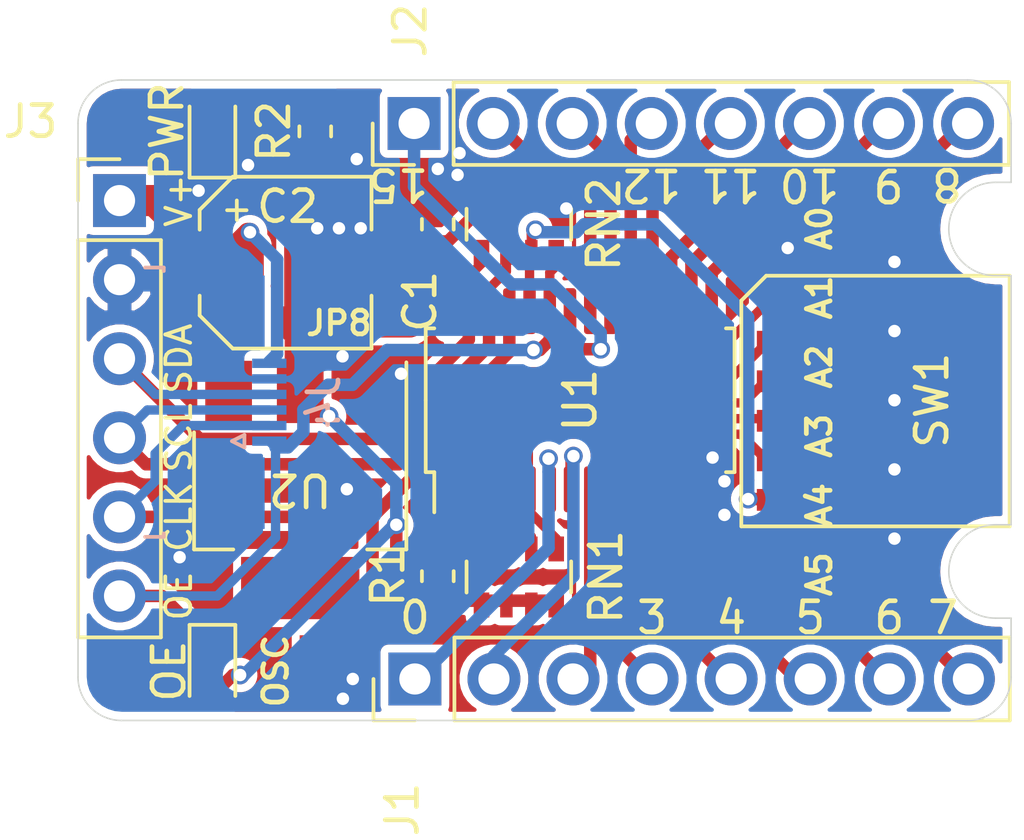
<source format=kicad_pcb>
(kicad_pcb (version 20171130) (host pcbnew "(5.1.6)-1")

  (general
    (thickness 1.6)
    (drawings 35)
    (tracks 272)
    (zones 0)
    (modules 23)
    (nets 31)
  )

  (page A4)
  (layers
    (0 F.Cu signal)
    (31 B.Cu signal)
    (32 B.Adhes user)
    (33 F.Adhes user)
    (34 B.Paste user)
    (35 F.Paste user)
    (36 B.SilkS user)
    (37 F.SilkS user)
    (38 B.Mask user)
    (39 F.Mask user)
    (40 Dwgs.User user hide)
    (41 Cmts.User user)
    (42 Eco1.User user)
    (43 Eco2.User user)
    (44 Edge.Cuts user)
    (45 Margin user)
    (46 B.CrtYd user hide)
    (47 F.CrtYd user hide)
    (48 B.Fab user hide)
    (49 F.Fab user hide)
  )

  (setup
    (last_trace_width 0.25)
    (user_trace_width 0.3)
    (user_trace_width 0.4)
    (user_trace_width 0.6)
    (user_trace_width 1)
    (trace_clearance 0.2)
    (zone_clearance 0.254)
    (zone_45_only no)
    (trace_min 0.2)
    (via_size 0.8)
    (via_drill 0.4)
    (via_min_size 0.4)
    (via_min_drill 0.3)
    (user_via 0.5 0.3)
    (user_via 0.6 0.4)
    (uvia_size 0.3)
    (uvia_drill 0.1)
    (uvias_allowed no)
    (uvia_min_size 0.2)
    (uvia_min_drill 0.1)
    (edge_width 0.05)
    (segment_width 0.2)
    (pcb_text_width 0.3)
    (pcb_text_size 1.5 1.5)
    (mod_edge_width 0.12)
    (mod_text_size 1 1)
    (mod_text_width 0.15)
    (pad_size 2 3.8)
    (pad_drill 0)
    (pad_to_mask_clearance 0.05)
    (aux_axis_origin 0 0)
    (visible_elements 7FFFFFFF)
    (pcbplotparams
      (layerselection 0x010fc_ffffffff)
      (usegerberextensions false)
      (usegerberattributes true)
      (usegerberadvancedattributes true)
      (creategerberjobfile true)
      (excludeedgelayer true)
      (linewidth 0.100000)
      (plotframeref false)
      (viasonmask false)
      (mode 1)
      (useauxorigin false)
      (hpglpennumber 1)
      (hpglpenspeed 20)
      (hpglpendiameter 15.000000)
      (psnegative false)
      (psa4output false)
      (plotreference true)
      (plotvalue true)
      (plotinvisibletext false)
      (padsonsilk false)
      (subtractmaskfromsilk false)
      (outputformat 1)
      (mirror false)
      (drillshape 1)
      (scaleselection 1)
      (outputdirectory ""))
  )

  (net 0 "")
  (net 1 GND)
  (net 2 VDD)
  (net 3 VCC)
  (net 4 "Net-(J1-Pad8)")
  (net 5 "Net-(J1-Pad7)")
  (net 6 "Net-(J1-Pad6)")
  (net 7 "Net-(J1-Pad5)")
  (net 8 "Net-(J1-Pad4)")
  (net 9 "Net-(J1-Pad3)")
  (net 10 "Net-(J1-Pad2)")
  (net 11 "Net-(J1-Pad1)")
  (net 12 "Net-(J2-Pad8)")
  (net 13 "Net-(J2-Pad7)")
  (net 14 "Net-(J2-Pad6)")
  (net 15 "Net-(J2-Pad5)")
  (net 16 "Net-(J2-Pad4)")
  (net 17 "Net-(J2-Pad3)")
  (net 18 "Net-(J2-Pad2)")
  (net 19 "Net-(J2-Pad1)")
  (net 20 /OE)
  (net 21 /CLK)
  (net 22 /SCL)
  (net 23 /SDA)
  (net 24 /A0)
  (net 25 /A1)
  (net 26 /A2)
  (net 27 /A3)
  (net 28 /A4)
  (net 29 /A5)
  (net 30 "Net-(PWR1-Pad2)")

  (net_class Default "This is the default net class."
    (clearance 0.2)
    (trace_width 0.25)
    (via_dia 0.8)
    (via_drill 0.4)
    (uvia_dia 0.3)
    (uvia_drill 0.1)
    (add_net /A0)
    (add_net /A1)
    (add_net /A2)
    (add_net /A3)
    (add_net /A4)
    (add_net /A5)
    (add_net /CLK)
    (add_net /OE)
    (add_net /SCL)
    (add_net /SDA)
    (add_net GND)
    (add_net "Net-(J1-Pad1)")
    (add_net "Net-(J1-Pad2)")
    (add_net "Net-(J1-Pad3)")
    (add_net "Net-(J1-Pad4)")
    (add_net "Net-(J1-Pad5)")
    (add_net "Net-(J1-Pad6)")
    (add_net "Net-(J1-Pad7)")
    (add_net "Net-(J1-Pad8)")
    (add_net "Net-(J2-Pad1)")
    (add_net "Net-(J2-Pad2)")
    (add_net "Net-(J2-Pad3)")
    (add_net "Net-(J2-Pad4)")
    (add_net "Net-(J2-Pad5)")
    (add_net "Net-(J2-Pad6)")
    (add_net "Net-(J2-Pad7)")
    (add_net "Net-(J2-Pad8)")
    (add_net "Net-(PWR1-Pad2)")
    (add_net VCC)
    (add_net VDD)
  )

  (module Capacitor_SMD:CP_Elec_5x3 (layer F.Cu) (tedit 60448A6C) (tstamp 6044A059)
    (at 128.3335 115.5954)
    (descr "SMD capacitor, aluminum electrolytic, Nichicon, 5.0x3.0mm")
    (tags "capacitor electrolytic")
    (path /6041AAB7)
    (attr smd)
    (fp_text reference C2 (at 0.0635 -1.8034) (layer F.SilkS)
      (effects (font (size 1 1) (thickness 0.15)))
    )
    (fp_text value C (at 0 3.7) (layer F.Fab)
      (effects (font (size 1 1) (thickness 0.15)))
    )
    (fp_circle (center 0 0) (end 2.5 0) (layer F.Fab) (width 0.1))
    (fp_line (start 2.65 -2.65) (end 2.65 2.65) (layer F.Fab) (width 0.1))
    (fp_line (start -1.65 -2.65) (end 2.65 -2.65) (layer F.Fab) (width 0.1))
    (fp_line (start -1.65 2.65) (end 2.65 2.65) (layer F.Fab) (width 0.1))
    (fp_line (start -2.65 -1.65) (end -2.65 1.65) (layer F.Fab) (width 0.1))
    (fp_line (start -2.65 -1.65) (end -1.65 -2.65) (layer F.Fab) (width 0.1))
    (fp_line (start -2.65 1.65) (end -1.65 2.65) (layer F.Fab) (width 0.1))
    (fp_line (start -2.033956 -1.2) (end -1.533956 -1.2) (layer F.Fab) (width 0.1))
    (fp_line (start -1.783956 -1.45) (end -1.783956 -0.95) (layer F.Fab) (width 0.1))
    (fp_line (start 2.76 2.76) (end 2.76 1.06) (layer F.SilkS) (width 0.12))
    (fp_line (start 2.76 -2.76) (end 2.76 -1.06) (layer F.SilkS) (width 0.12))
    (fp_line (start -1.695563 -2.76) (end 2.76 -2.76) (layer F.SilkS) (width 0.12))
    (fp_line (start -1.695563 2.76) (end 2.76 2.76) (layer F.SilkS) (width 0.12))
    (fp_line (start -2.76 1.695563) (end -2.76 1.06) (layer F.SilkS) (width 0.12))
    (fp_line (start -2.76 -1.695563) (end -2.76 -1.06) (layer F.SilkS) (width 0.12))
    (fp_line (start -2.76 -1.695563) (end -1.695563 -2.76) (layer F.SilkS) (width 0.12))
    (fp_line (start -2.76 1.695563) (end -1.695563 2.76) (layer F.SilkS) (width 0.12))
    (fp_line (start -1.879 -1.685) (end -1.254 -1.685) (layer F.SilkS) (width 0.12))
    (fp_line (start -1.5665 -1.9975) (end -1.5665 -1.3725) (layer F.SilkS) (width 0.12))
    (fp_line (start 2.9 -2.9) (end 2.9 -1.05) (layer F.CrtYd) (width 0.05))
    (fp_line (start 2.9 -1.05) (end 3.95 -1.05) (layer F.CrtYd) (width 0.05))
    (fp_line (start 3.95 -1.05) (end 3.95 1.05) (layer F.CrtYd) (width 0.05))
    (fp_line (start 3.95 1.05) (end 2.9 1.05) (layer F.CrtYd) (width 0.05))
    (fp_line (start 2.9 1.05) (end 2.9 2.9) (layer F.CrtYd) (width 0.05))
    (fp_line (start -1.75 2.9) (end 2.9 2.9) (layer F.CrtYd) (width 0.05))
    (fp_line (start -1.75 -2.9) (end 2.9 -2.9) (layer F.CrtYd) (width 0.05))
    (fp_line (start -2.9 1.75) (end -1.75 2.9) (layer F.CrtYd) (width 0.05))
    (fp_line (start -2.9 -1.75) (end -1.75 -2.9) (layer F.CrtYd) (width 0.05))
    (fp_line (start -2.9 -1.75) (end -2.9 -1.05) (layer F.CrtYd) (width 0.05))
    (fp_line (start -2.9 1.05) (end -2.9 1.75) (layer F.CrtYd) (width 0.05))
    (fp_line (start -2.9 -1.05) (end -3.95 -1.05) (layer F.CrtYd) (width 0.05))
    (fp_line (start -3.95 -1.05) (end -3.95 1.05) (layer F.CrtYd) (width 0.05))
    (fp_line (start -3.95 1.05) (end -2.9 1.05) (layer F.CrtYd) (width 0.05))
    (fp_text user %R (at 0 0) (layer F.Fab)
      (effects (font (size 1 1) (thickness 0.15)))
    )
    (pad 1 smd roundrect (at -2.2 0) (size 3 1.6) (layers F.Cu F.Paste F.Mask) (roundrect_rratio 0.15625)
      (net 3 VCC))
    (pad 2 smd roundrect (at 2.2 0) (size 3 1.6) (layers F.Cu F.Paste F.Mask) (roundrect_rratio 0.15625)
      (net 1 GND))
    (model ${KISYS3DMOD}/Capacitor_SMD.3dshapes/CP_Elec_5x3.wrl
      (at (xyz 0 0 0))
      (scale (xyz 1 1 1))
      (rotate (xyz 0 0 0))
    )
  )

  (module Connector_FFC-FPC:TE_0-1734839-6_1x06-1MP_P0.5mm_Horizontal (layer B.Cu) (tedit 5DB5C65C) (tstamp 6044C71E)
    (at 126.461 120.0785 90)
    (descr "TE FPC connector, 06 top-side contacts, 0.5mm pitch, SMT, https://www.te.com/commerce/DocumentDelivery/DDEController?Action=showdoc&DocId=Customer+Drawing%7F1734839%7FC%7Fpdf%7FEnglish%7FENG_CD_1734839_C_C_1734839.pdf%7F4-1734839-0")
    (tags "te fpc 1734839")
    (path /6047ADDA)
    (attr smd)
    (fp_text reference J4 (at 0 3.1 90) (layer B.SilkS)
      (effects (font (size 1 1) (thickness 0.15)) (justify mirror))
    )
    (fp_text value Conn_01x06_MountingPin (at 0 -3.25 90) (layer Dwgs.User)
      (effects (font (size 0.5 0.5) (thickness 0.08)))
    )
    (fp_line (start -3.56 0.65) (end 3.56 0.65) (layer B.Fab) (width 0.1))
    (fp_line (start 3.56 0.65) (end 3.56 -2.15) (layer B.Fab) (width 0.1))
    (fp_line (start 3.56 -2.15) (end 4.215 -2.15) (layer B.Fab) (width 0.1))
    (fp_line (start 4.215 -2.15) (end 4.215 -3.75) (layer B.Fab) (width 0.1))
    (fp_line (start 4.215 -3.75) (end -4.215 -3.75) (layer B.Fab) (width 0.1))
    (fp_line (start -4.215 -3.75) (end -4.215 -2.15) (layer B.Fab) (width 0.1))
    (fp_line (start -4.215 -2.15) (end -3.56 -2.15) (layer B.Fab) (width 0.1))
    (fp_line (start -3.56 -2.15) (end -3.56 0.65) (layer B.Fab) (width 0.1))
    (fp_line (start -1.65 0.65) (end -1.25 -0.15) (layer B.Fab) (width 0.1))
    (fp_line (start -1.25 -0.15) (end -0.85 0.65) (layer B.Fab) (width 0.1))
    (fp_line (start -4.215 -2.04) (end -4.325 -2.04) (layer B.SilkS) (width 0.12))
    (fp_line (start -4.325 -2.04) (end -4.325 -2.64) (layer B.SilkS) (width 0.12))
    (fp_line (start 4.215 -2.04) (end 4.325 -2.04) (layer B.SilkS) (width 0.12))
    (fp_line (start 4.325 -2.04) (end 4.325 -2.64) (layer B.SilkS) (width 0.12))
    (fp_line (start -1.45 0.55) (end -1.25 0.15) (layer B.SilkS) (width 0.12))
    (fp_line (start -1.25 0.15) (end -1.05 0.55) (layer B.SilkS) (width 0.12))
    (fp_line (start -1.05 0.55) (end -1.45 0.55) (layer B.SilkS) (width 0.12))
    (fp_line (start 4.105 -2.75) (end -4.105 -2.75) (layer Dwgs.User) (width 0.1))
    (fp_line (start -4.72 2.4) (end -4.72 -4.25) (layer B.CrtYd) (width 0.05))
    (fp_line (start -4.72 -4.25) (end 4.72 -4.25) (layer B.CrtYd) (width 0.05))
    (fp_line (start 4.72 -4.25) (end 4.72 2.4) (layer B.CrtYd) (width 0.05))
    (fp_line (start 4.72 2.4) (end -4.72 2.4) (layer B.CrtYd) (width 0.05))
    (fp_text user %R (at 0 -1.55 90) (layer B.Fab)
      (effects (font (size 1 1) (thickness 0.15)) (justify mirror))
    )
    (pad MP smd rect (at 2.92 -0.35 90) (size 2.3 3.1) (layers B.Cu B.Paste B.Mask)
      (net 1 GND))
    (pad MP smd rect (at -2.92 -0.35 90) (size 2.3 3.1) (layers B.Cu B.Paste B.Mask)
      (net 1 GND))
    (pad 6 smd rect (at 1.25 1.35 90) (size 0.3 1.1) (layers B.Cu B.Paste B.Mask)
      (net 3 VCC))
    (pad 5 smd rect (at 0.75 1.35 90) (size 0.3 1.1) (layers B.Cu B.Paste B.Mask)
      (net 1 GND))
    (pad 4 smd rect (at 0.25 1.35 90) (size 0.3 1.1) (layers B.Cu B.Paste B.Mask)
      (net 23 /SDA))
    (pad 3 smd rect (at -0.25 1.35 90) (size 0.3 1.1) (layers B.Cu B.Paste B.Mask)
      (net 22 /SCL))
    (pad 2 smd rect (at -0.75 1.35 90) (size 0.3 1.1) (layers B.Cu B.Paste B.Mask)
      (net 21 /CLK))
    (pad 1 smd rect (at -1.25 1.35 90) (size 0.3 1.1) (layers B.Cu B.Paste B.Mask)
      (net 20 /OE))
    (model ${KISYS3DMOD}/Connector_FFC-FPC.3dshapes/TE_0-1734839-6_1x06-1MP_P0.5mm_Horizontal.wrl
      (at (xyz 0 0 0))
      (scale (xyz 1 1 1))
      (rotate (xyz 0 0 0))
    )
  )

  (module jumper:SOLDER-JUMPER_1-WAY_noSilk (layer F.Cu) (tedit 604431EB) (tstamp 60449A8E)
    (at 127.7874 117.5004)
    (path /60390607)
    (fp_text reference JP8 (at 2.2606 0.0381) (layer F.SilkS)
      (effects (font (size 0.762 0.762) (thickness 0.1524)))
    )
    (fp_text value Jumper (at 0 0) (layer F.SilkS) hide
      (effects (font (size 0.762 0.762) (thickness 0.1524)))
    )
    (pad 2 smd rect (at 0.65 0) (size 1 1) (layers F.Cu F.Paste F.Mask)
      (net 2 VDD))
    (pad 1 smd rect (at -0.65 0) (size 1 1) (layers F.Cu F.Paste F.Mask)
      (net 3 VCC))
  )

  (module jumper:SOLDER-JUMPER_1-WAY_noSilk (layer F.Cu) (tedit 604431EB) (tstamp 604499EF)
    (at 129.286 128.7145 270)
    (path /6038FB75)
    (fp_text reference OSC (at 0 1.27 90) (layer F.SilkS)
      (effects (font (size 0.762 0.762) (thickness 0.1524)))
    )
    (fp_text value Jumper (at 0 0 90) (layer F.SilkS) hide
      (effects (font (size 0.762 0.762) (thickness 0.1524)))
    )
    (pad 2 smd rect (at 0.65 0 270) (size 1 1) (layers F.Cu F.Paste F.Mask)
      (net 1 GND))
    (pad 1 smd rect (at -0.65 0 270) (size 1 1) (layers F.Cu F.Paste F.Mask)
      (net 21 /CLK))
  )

  (module jumper:SOLDER-JUMPER_1-WAY_noSilk (layer F.Cu) (tedit 604431EB) (tstamp 604499FE)
    (at 147.2565 125.603)
    (path /6038CFCA)
    (fp_text reference A5 (at -1.778 0 90) (layer F.SilkS)
      (effects (font (size 0.762 0.762) (thickness 0.1524)))
    )
    (fp_text value Jumper (at 0 0) (layer F.SilkS) hide
      (effects (font (size 0.762 0.762) (thickness 0.1524)))
    )
    (pad 2 smd rect (at 0.65 0) (size 1 1) (layers F.Cu F.Paste F.Mask)
      (net 1 GND))
    (pad 1 smd rect (at -0.65 0) (size 1 1) (layers F.Cu F.Paste F.Mask)
      (net 29 /A5))
  )

  (module jumper:SOLDER-JUMPER_1-WAY_noSilk (layer F.Cu) (tedit 604431EB) (tstamp 60449A2B)
    (at 147.2565 123.3805)
    (path /6038CFC4)
    (fp_text reference A4 (at -1.778 0 90) (layer F.SilkS)
      (effects (font (size 0.762 0.762) (thickness 0.1524)))
    )
    (fp_text value Jumper (at 0 0) (layer F.SilkS) hide
      (effects (font (size 0.762 0.762) (thickness 0.1524)))
    )
    (pad 2 smd rect (at 0.65 0) (size 1 1) (layers F.Cu F.Paste F.Mask)
      (net 1 GND))
    (pad 1 smd rect (at -0.65 0) (size 1 1) (layers F.Cu F.Paste F.Mask)
      (net 28 /A4))
  )

  (module jumper:SOLDER-JUMPER_1-WAY_noSilk (layer F.Cu) (tedit 604431EB) (tstamp 60449A0D)
    (at 147.2565 121.158)
    (path /6038CFBE)
    (fp_text reference A3 (at -1.778 0 90) (layer F.SilkS)
      (effects (font (size 0.762 0.762) (thickness 0.1524)))
    )
    (fp_text value Jumper (at 0 0) (layer F.SilkS) hide
      (effects (font (size 0.762 0.762) (thickness 0.1524)))
    )
    (pad 2 smd rect (at 0.65 0) (size 1 1) (layers F.Cu F.Paste F.Mask)
      (net 1 GND))
    (pad 1 smd rect (at -0.65 0) (size 1 1) (layers F.Cu F.Paste F.Mask)
      (net 27 /A3))
  )

  (module jumper:SOLDER-JUMPER_1-WAY_noSilk (layer F.Cu) (tedit 604431EB) (tstamp 60449A1C)
    (at 147.2565 118.9355)
    (path /6038BF84)
    (fp_text reference A2 (at -1.778 0 90) (layer F.SilkS)
      (effects (font (size 0.762 0.762) (thickness 0.1524)))
    )
    (fp_text value Jumper (at 0 0) (layer F.SilkS) hide
      (effects (font (size 0.762 0.762) (thickness 0.1524)))
    )
    (pad 2 smd rect (at 0.65 0) (size 1 1) (layers F.Cu F.Paste F.Mask)
      (net 1 GND))
    (pad 1 smd rect (at -0.65 0) (size 1 1) (layers F.Cu F.Paste F.Mask)
      (net 26 /A2))
  )

  (module jumper:SOLDER-JUMPER_1-WAY_noSilk (layer F.Cu) (tedit 604431EB) (tstamp 60449A3A)
    (at 147.2565 116.713)
    (path /6038B9A3)
    (fp_text reference A1 (at -1.778 0 90) (layer F.SilkS)
      (effects (font (size 0.762 0.762) (thickness 0.1524)))
    )
    (fp_text value Jumper (at 0 0) (layer F.SilkS) hide
      (effects (font (size 0.762 0.762) (thickness 0.1524)))
    )
    (pad 2 smd rect (at 0.65 0) (size 1 1) (layers F.Cu F.Paste F.Mask)
      (net 1 GND))
    (pad 1 smd rect (at -0.65 0) (size 1 1) (layers F.Cu F.Paste F.Mask)
      (net 25 /A1))
  )

  (module jumper:SOLDER-JUMPER_1-WAY_noSilk (layer F.Cu) (tedit 604431EB) (tstamp 60449A49)
    (at 147.2565 114.4905)
    (path /6038A8B5)
    (fp_text reference A0 (at -1.778 0 90) (layer F.SilkS)
      (effects (font (size 0.762 0.762) (thickness 0.1524)))
    )
    (fp_text value Jumper (at 0 0) (layer F.SilkS) hide
      (effects (font (size 0.762 0.762) (thickness 0.1524)))
    )
    (pad 2 smd rect (at 0.65 0) (size 1 1) (layers F.Cu F.Paste F.Mask)
      (net 1 GND))
    (pad 1 smd rect (at -0.65 0) (size 1 1) (layers F.Cu F.Paste F.Mask)
      (net 24 /A0))
  )

  (module Diode_SMD:D_0603_1608Metric (layer F.Cu) (tedit 5B301BBE) (tstamp 60449A65)
    (at 125.984 128.7145 270)
    (descr "Diode SMD 0603 (1608 Metric), square (rectangular) end terminal, IPC_7351 nominal, (Body size source: http://www.tortai-tech.com/upload/download/2011102023233369053.pdf), generated with kicad-footprint-generator")
    (tags diode)
    (path /6044DCF6)
    (attr smd)
    (fp_text reference OE (at 0 1.397 90) (layer F.SilkS)
      (effects (font (size 1 1) (thickness 0.15)))
    )
    (fp_text value LED (at 0 1.43 90) (layer F.Fab)
      (effects (font (size 1 1) (thickness 0.15)))
    )
    (fp_line (start 0.8 -0.4) (end -0.5 -0.4) (layer F.Fab) (width 0.1))
    (fp_line (start -0.5 -0.4) (end -0.8 -0.1) (layer F.Fab) (width 0.1))
    (fp_line (start -0.8 -0.1) (end -0.8 0.4) (layer F.Fab) (width 0.1))
    (fp_line (start -0.8 0.4) (end 0.8 0.4) (layer F.Fab) (width 0.1))
    (fp_line (start 0.8 0.4) (end 0.8 -0.4) (layer F.Fab) (width 0.1))
    (fp_line (start 0.8 -0.735) (end -1.485 -0.735) (layer F.SilkS) (width 0.12))
    (fp_line (start -1.485 -0.735) (end -1.485 0.735) (layer F.SilkS) (width 0.12))
    (fp_line (start -1.485 0.735) (end 0.8 0.735) (layer F.SilkS) (width 0.12))
    (fp_line (start -1.48 0.73) (end -1.48 -0.73) (layer F.CrtYd) (width 0.05))
    (fp_line (start -1.48 -0.73) (end 1.48 -0.73) (layer F.CrtYd) (width 0.05))
    (fp_line (start 1.48 -0.73) (end 1.48 0.73) (layer F.CrtYd) (width 0.05))
    (fp_line (start 1.48 0.73) (end -1.48 0.73) (layer F.CrtYd) (width 0.05))
    (fp_text user %R (at 0 0 90) (layer F.Fab)
      (effects (font (size 0.4 0.4) (thickness 0.06)))
    )
    (pad 2 smd roundrect (at 0.7875 0 270) (size 0.875 0.95) (layers F.Cu F.Paste F.Mask) (roundrect_rratio 0.25)
      (net 2 VDD))
    (pad 1 smd roundrect (at -0.7875 0 270) (size 0.875 0.95) (layers F.Cu F.Paste F.Mask) (roundrect_rratio 0.25)
      (net 20 /OE))
    (model ${KISYS3DMOD}/Diode_SMD.3dshapes/D_0603_1608Metric.wrl
      (at (xyz 0 0 0))
      (scale (xyz 1 1 1))
      (rotate (xyz 0 0 0))
    )
  )

  (module Resistor_SMD:R_0603_1608Metric (layer F.Cu) (tedit 5B301BBD) (tstamp 60449E3E)
    (at 133.223 125.6665 90)
    (descr "Resistor SMD 0603 (1608 Metric), square (rectangular) end terminal, IPC_7351 nominal, (Body size source: http://www.tortai-tech.com/upload/download/2011102023233369053.pdf), generated with kicad-footprint-generator")
    (tags resistor)
    (path /604C3799)
    (attr smd)
    (fp_text reference R1 (at 0 -1.6002 90) (layer F.SilkS)
      (effects (font (size 1 1) (thickness 0.15)))
    )
    (fp_text value R (at 0 1.43 90) (layer F.Fab)
      (effects (font (size 1 1) (thickness 0.15)))
    )
    (fp_line (start 1.48 0.73) (end -1.48 0.73) (layer F.CrtYd) (width 0.05))
    (fp_line (start 1.48 -0.73) (end 1.48 0.73) (layer F.CrtYd) (width 0.05))
    (fp_line (start -1.48 -0.73) (end 1.48 -0.73) (layer F.CrtYd) (width 0.05))
    (fp_line (start -1.48 0.73) (end -1.48 -0.73) (layer F.CrtYd) (width 0.05))
    (fp_line (start -0.162779 0.51) (end 0.162779 0.51) (layer F.SilkS) (width 0.12))
    (fp_line (start -0.162779 -0.51) (end 0.162779 -0.51) (layer F.SilkS) (width 0.12))
    (fp_line (start 0.8 0.4) (end -0.8 0.4) (layer F.Fab) (width 0.1))
    (fp_line (start 0.8 -0.4) (end 0.8 0.4) (layer F.Fab) (width 0.1))
    (fp_line (start -0.8 -0.4) (end 0.8 -0.4) (layer F.Fab) (width 0.1))
    (fp_line (start -0.8 0.4) (end -0.8 -0.4) (layer F.Fab) (width 0.1))
    (fp_text user %R (at 0 0 90) (layer F.Fab)
      (effects (font (size 0.4 0.4) (thickness 0.06)))
    )
    (pad 2 smd roundrect (at 0.7875 0 90) (size 0.875 0.95) (layers F.Cu F.Paste F.Mask) (roundrect_rratio 0.25)
      (net 24 /A0))
    (pad 1 smd roundrect (at -0.7875 0 90) (size 0.875 0.95) (layers F.Cu F.Paste F.Mask) (roundrect_rratio 0.25)
      (net 2 VDD))
    (model ${KISYS3DMOD}/Resistor_SMD.3dshapes/R_0603_1608Metric.wrl
      (at (xyz 0 0 0))
      (scale (xyz 1 1 1))
      (rotate (xyz 0 0 0))
    )
  )

  (module Package_TO_SOT_SMD:SOT-223 (layer F.Cu) (tedit 604443F0) (tstamp 60449DC2)
    (at 128.8034 122.8979 270)
    (descr "module CMS SOT223 4 pins")
    (tags "CMS SOT")
    (path /60390F9D)
    (attr smd)
    (fp_text reference U2 (at 0 0 180 unlocked) (layer F.SilkS)
      (effects (font (size 1 1) (thickness 0.15)))
    )
    (fp_text value AZ1117-3.3 (at 0 4.5 90) (layer F.Fab)
      (effects (font (size 1 1) (thickness 0.15)))
    )
    (fp_line (start 1.85 -3.35) (end 1.85 3.35) (layer F.Fab) (width 0.1))
    (fp_line (start -1.85 3.35) (end 1.85 3.35) (layer F.Fab) (width 0.1))
    (fp_line (start -4.1 -3.41) (end 1.91 -3.41) (layer F.SilkS) (width 0.12))
    (fp_line (start -0.8 -3.35) (end 1.85 -3.35) (layer F.Fab) (width 0.1))
    (fp_line (start -1.85 3.41) (end 1.91 3.41) (layer F.SilkS) (width 0.12))
    (fp_line (start -1.85 -2.3) (end -1.85 3.35) (layer F.Fab) (width 0.1))
    (fp_line (start -4.4 -3.6) (end -4.4 3.6) (layer F.CrtYd) (width 0.05))
    (fp_line (start -4.4 3.6) (end 4.4 3.6) (layer F.CrtYd) (width 0.05))
    (fp_line (start 4.4 3.6) (end 4.4 -3.6) (layer F.CrtYd) (width 0.05))
    (fp_line (start 4.4 -3.6) (end -4.4 -3.6) (layer F.CrtYd) (width 0.05))
    (fp_line (start 1.91 -3.41) (end 1.91 -2.15) (layer F.SilkS) (width 0.12))
    (fp_line (start 1.91 3.41) (end 1.91 2.15) (layer F.SilkS) (width 0.12))
    (fp_line (start -1.85 -2.3) (end -0.8 -3.35) (layer F.Fab) (width 0.1))
    (fp_text user %R (at 0 0) (layer F.Fab)
      (effects (font (size 0.8 0.8) (thickness 0.12)))
    )
    (pad 1 smd rect (at -3.15 -2.3 270) (size 2 1.5) (layers F.Cu F.Paste F.Mask)
      (net 1 GND))
    (pad 3 smd rect (at -3.15 2.3 270) (size 2 1.5) (layers F.Cu F.Paste F.Mask)
      (net 3 VCC))
    (pad 2 smd rect (at -3.15 0 270) (size 2 1.5) (layers F.Cu F.Paste F.Mask)
      (net 2 VDD))
    (pad 4 smd rect (at 3.15 0 270) (size 2 3.8) (layers F.Cu F.Paste F.Mask))
    (model ${KISYS3DMOD}/Package_TO_SOT_SMD.3dshapes/SOT-223.wrl
      (at (xyz 0 0 0))
      (scale (xyz 1 1 1))
      (rotate (xyz 0 0 0))
    )
  )

  (module Package_SO:TSSOP-28_4.4x9.7mm_P0.65mm (layer F.Cu) (tedit 5E476F32) (tstamp 60449E90)
    (at 137.795 120.015 90)
    (descr "TSSOP, 28 Pin (JEDEC MO-153 Var AE https://www.jedec.org/document_search?search_api_views_fulltext=MO-153), generated with kicad-footprint-generator ipc_gullwing_generator.py")
    (tags "TSSOP SO")
    (path /603882C4)
    (attr smd)
    (fp_text reference U1 (at 0 0 90) (layer F.SilkS)
      (effects (font (size 1 1) (thickness 0.15)))
    )
    (fp_text value PCA9685PW (at 0 5.8 90) (layer F.Fab)
      (effects (font (size 1 1) (thickness 0.15)))
    )
    (fp_line (start 3.85 -5.1) (end -3.85 -5.1) (layer F.CrtYd) (width 0.05))
    (fp_line (start 3.85 5.1) (end 3.85 -5.1) (layer F.CrtYd) (width 0.05))
    (fp_line (start -3.85 5.1) (end 3.85 5.1) (layer F.CrtYd) (width 0.05))
    (fp_line (start -3.85 -5.1) (end -3.85 5.1) (layer F.CrtYd) (width 0.05))
    (fp_line (start -2.2 -3.85) (end -1.2 -4.85) (layer F.Fab) (width 0.1))
    (fp_line (start -2.2 4.85) (end -2.2 -3.85) (layer F.Fab) (width 0.1))
    (fp_line (start 2.2 4.85) (end -2.2 4.85) (layer F.Fab) (width 0.1))
    (fp_line (start 2.2 -4.85) (end 2.2 4.85) (layer F.Fab) (width 0.1))
    (fp_line (start -1.2 -4.85) (end 2.2 -4.85) (layer F.Fab) (width 0.1))
    (fp_line (start -2.31 -4.685) (end -3.6 -4.685) (layer F.SilkS) (width 0.12))
    (fp_line (start -2.31 -4.96) (end -2.31 -4.685) (layer F.SilkS) (width 0.12))
    (fp_line (start 0 -4.96) (end -2.31 -4.96) (layer F.SilkS) (width 0.12))
    (fp_line (start 2.31 -4.96) (end 2.31 -4.685) (layer F.SilkS) (width 0.12))
    (fp_line (start 0 -4.96) (end 2.31 -4.96) (layer F.SilkS) (width 0.12))
    (fp_line (start -2.31 4.96) (end -2.31 4.685) (layer F.SilkS) (width 0.12))
    (fp_line (start 0 4.96) (end -2.31 4.96) (layer F.SilkS) (width 0.12))
    (fp_line (start 2.31 4.96) (end 2.31 4.685) (layer F.SilkS) (width 0.12))
    (fp_line (start 0 4.96) (end 2.31 4.96) (layer F.SilkS) (width 0.12))
    (fp_text user %R (at 0 0 90) (layer F.Fab)
      (effects (font (size 1 1) (thickness 0.15)))
    )
    (pad 28 smd roundrect (at 2.8625 -4.225 90) (size 1.475 0.4) (layers F.Cu F.Paste F.Mask) (roundrect_rratio 0.25)
      (net 2 VDD))
    (pad 27 smd roundrect (at 2.8625 -3.575 90) (size 1.475 0.4) (layers F.Cu F.Paste F.Mask) (roundrect_rratio 0.25)
      (net 23 /SDA))
    (pad 26 smd roundrect (at 2.8625 -2.925 90) (size 1.475 0.4) (layers F.Cu F.Paste F.Mask) (roundrect_rratio 0.25)
      (net 22 /SCL))
    (pad 25 smd roundrect (at 2.8625 -2.275 90) (size 1.475 0.4) (layers F.Cu F.Paste F.Mask) (roundrect_rratio 0.25)
      (net 21 /CLK))
    (pad 24 smd roundrect (at 2.8625 -1.625 90) (size 1.475 0.4) (layers F.Cu F.Paste F.Mask) (roundrect_rratio 0.25)
      (net 29 /A5))
    (pad 23 smd roundrect (at 2.8625 -0.975 90) (size 1.475 0.4) (layers F.Cu F.Paste F.Mask) (roundrect_rratio 0.25)
      (net 20 /OE))
    (pad 22 smd roundrect (at 2.8625 -0.325 90) (size 1.475 0.4) (layers F.Cu F.Paste F.Mask) (roundrect_rratio 0.25)
      (net 19 "Net-(J2-Pad1)"))
    (pad 21 smd roundrect (at 2.8625 0.325 90) (size 1.475 0.4) (layers F.Cu F.Paste F.Mask) (roundrect_rratio 0.25)
      (net 18 "Net-(J2-Pad2)"))
    (pad 20 smd roundrect (at 2.8625 0.975 90) (size 1.475 0.4) (layers F.Cu F.Paste F.Mask) (roundrect_rratio 0.25)
      (net 17 "Net-(J2-Pad3)"))
    (pad 19 smd roundrect (at 2.8625 1.625 90) (size 1.475 0.4) (layers F.Cu F.Paste F.Mask) (roundrect_rratio 0.25)
      (net 16 "Net-(J2-Pad4)"))
    (pad 18 smd roundrect (at 2.8625 2.275 90) (size 1.475 0.4) (layers F.Cu F.Paste F.Mask) (roundrect_rratio 0.25)
      (net 15 "Net-(J2-Pad5)"))
    (pad 17 smd roundrect (at 2.8625 2.925 90) (size 1.475 0.4) (layers F.Cu F.Paste F.Mask) (roundrect_rratio 0.25)
      (net 14 "Net-(J2-Pad6)"))
    (pad 16 smd roundrect (at 2.8625 3.575 90) (size 1.475 0.4) (layers F.Cu F.Paste F.Mask) (roundrect_rratio 0.25)
      (net 13 "Net-(J2-Pad7)"))
    (pad 15 smd roundrect (at 2.8625 4.225 90) (size 1.475 0.4) (layers F.Cu F.Paste F.Mask) (roundrect_rratio 0.25)
      (net 12 "Net-(J2-Pad8)"))
    (pad 14 smd roundrect (at -2.8625 4.225 90) (size 1.475 0.4) (layers F.Cu F.Paste F.Mask) (roundrect_rratio 0.25)
      (net 1 GND))
    (pad 13 smd roundrect (at -2.8625 3.575 90) (size 1.475 0.4) (layers F.Cu F.Paste F.Mask) (roundrect_rratio 0.25)
      (net 4 "Net-(J1-Pad8)"))
    (pad 12 smd roundrect (at -2.8625 2.925 90) (size 1.475 0.4) (layers F.Cu F.Paste F.Mask) (roundrect_rratio 0.25)
      (net 5 "Net-(J1-Pad7)"))
    (pad 11 smd roundrect (at -2.8625 2.275 90) (size 1.475 0.4) (layers F.Cu F.Paste F.Mask) (roundrect_rratio 0.25)
      (net 6 "Net-(J1-Pad6)"))
    (pad 10 smd roundrect (at -2.8625 1.625 90) (size 1.475 0.4) (layers F.Cu F.Paste F.Mask) (roundrect_rratio 0.25)
      (net 7 "Net-(J1-Pad5)"))
    (pad 9 smd roundrect (at -2.8625 0.975 90) (size 1.475 0.4) (layers F.Cu F.Paste F.Mask) (roundrect_rratio 0.25)
      (net 8 "Net-(J1-Pad4)"))
    (pad 8 smd roundrect (at -2.8625 0.325 90) (size 1.475 0.4) (layers F.Cu F.Paste F.Mask) (roundrect_rratio 0.25)
      (net 9 "Net-(J1-Pad3)"))
    (pad 7 smd roundrect (at -2.8625 -0.325 90) (size 1.475 0.4) (layers F.Cu F.Paste F.Mask) (roundrect_rratio 0.25)
      (net 10 "Net-(J1-Pad2)"))
    (pad 6 smd roundrect (at -2.8625 -0.975 90) (size 1.475 0.4) (layers F.Cu F.Paste F.Mask) (roundrect_rratio 0.25)
      (net 11 "Net-(J1-Pad1)"))
    (pad 5 smd roundrect (at -2.8625 -1.625 90) (size 1.475 0.4) (layers F.Cu F.Paste F.Mask) (roundrect_rratio 0.25)
      (net 28 /A4))
    (pad 4 smd roundrect (at -2.8625 -2.275 90) (size 1.475 0.4) (layers F.Cu F.Paste F.Mask) (roundrect_rratio 0.25)
      (net 27 /A3))
    (pad 3 smd roundrect (at -2.8625 -2.925 90) (size 1.475 0.4) (layers F.Cu F.Paste F.Mask) (roundrect_rratio 0.25)
      (net 26 /A2))
    (pad 2 smd roundrect (at -2.8625 -3.575 90) (size 1.475 0.4) (layers F.Cu F.Paste F.Mask) (roundrect_rratio 0.25)
      (net 25 /A1))
    (pad 1 smd roundrect (at -2.8625 -4.225 90) (size 1.475 0.4) (layers F.Cu F.Paste F.Mask) (roundrect_rratio 0.25)
      (net 24 /A0))
    (model ${KISYS3DMOD}/Package_SO.3dshapes/TSSOP-28_4.4x9.7mm_P0.65mm.wrl
      (at (xyz 0 0 0))
      (scale (xyz 1 1 1))
      (rotate (xyz 0 0 0))
    )
  )

  (module Package_SO:SOIC-12 (layer F.Cu) (tedit 0) (tstamp 60449D7D)
    (at 147.2819 120.0404 270)
    (path /603982C1)
    (attr smd)
    (fp_text reference SW1 (at -0.0254 -1.8161 90) (layer F.SilkS)
      (effects (font (size 1 1) (thickness 0.15)))
    )
    (fp_text value SW_DIP_x06 (at 0 0 90) (layer F.Fab)
      (effects (font (size 1 1) (thickness 0.15)))
    )
    (fp_line (start -3.78 4.06) (end -3.78 -4.06) (layer F.CrtYd) (width 0.05))
    (fp_line (start 3.78 4.06) (end -3.78 4.06) (layer F.CrtYd) (width 0.05))
    (fp_line (start 3.78 -4.06) (end 3.78 4.06) (layer F.CrtYd) (width 0.05))
    (fp_line (start -3.78 -4.06) (end 3.78 -4.06) (layer F.CrtYd) (width 0.05))
    (fp_line (start 4.025 4.31) (end -3.225 4.31) (layer F.SilkS) (width 0.12))
    (fp_line (start 4.025 -4.31) (end 4.025 4.31) (layer F.SilkS) (width 0.12))
    (fp_line (start -4.025 -4.31) (end 4.025 -4.31) (layer F.SilkS) (width 0.12))
    (fp_line (start -4.025 3.51) (end -4.025 -4.31) (layer F.SilkS) (width 0.12))
    (fp_line (start -3.225 4.31) (end -4.025 3.51) (layer F.SilkS) (width 0.12))
    (pad 6 smd rect (at 3.175 3.175 270) (size 0.7 1.27) (layers F.Cu F.Paste F.Mask)
      (net 29 /A5))
    (pad 7 smd rect (at 3.175 -3.175 270) (size 0.7 1.27) (layers F.Cu F.Paste F.Mask)
      (net 1 GND))
    (pad 5 smd rect (at 1.905 3.175 270) (size 0.7 1.27) (layers F.Cu F.Paste F.Mask)
      (net 28 /A4))
    (pad 8 smd rect (at 1.905 -3.175 270) (size 0.7 1.27) (layers F.Cu F.Paste F.Mask)
      (net 1 GND))
    (pad 4 smd rect (at 0.635 3.175 270) (size 0.7 1.27) (layers F.Cu F.Paste F.Mask)
      (net 27 /A3))
    (pad 9 smd rect (at 0.635 -3.175 270) (size 0.7 1.27) (layers F.Cu F.Paste F.Mask)
      (net 1 GND))
    (pad 3 smd rect (at -0.635 3.175 270) (size 0.7 1.27) (layers F.Cu F.Paste F.Mask)
      (net 26 /A2))
    (pad 10 smd rect (at -0.635 -3.175 270) (size 0.7 1.27) (layers F.Cu F.Paste F.Mask)
      (net 1 GND))
    (pad 2 smd rect (at -1.905 3.175 270) (size 0.7 1.27) (layers F.Cu F.Paste F.Mask)
      (net 25 /A1))
    (pad 11 smd rect (at -1.905 -3.175 270) (size 0.7 1.27) (layers F.Cu F.Paste F.Mask)
      (net 1 GND))
    (pad 1 smd rect (at -3.175 3.175 270) (size 0.7 1.27) (layers F.Cu F.Paste F.Mask)
      (net 24 /A0))
    (pad 12 smd rect (at -3.175 -3.175 270) (size 0.7 1.27) (layers F.Cu F.Paste F.Mask)
      (net 1 GND))
  )

  (module Resistor_SMD:R_Array_Convex_4x0603 (layer F.Cu) (tedit 58E0A8B2) (tstamp 60449E02)
    (at 135.8265 114.3635 90)
    (descr "Chip Resistor Network, ROHM MNR14 (see mnr_g.pdf)")
    (tags "resistor array")
    (path /60394654)
    (attr smd)
    (fp_text reference RN2 (at 0 2.7305 90) (layer F.SilkS)
      (effects (font (size 1 1) (thickness 0.15)))
    )
    (fp_text value R_Pack04 (at 0 2.8 90) (layer F.Fab)
      (effects (font (size 1 1) (thickness 0.15)))
    )
    (fp_line (start 1.55 1.85) (end -1.55 1.85) (layer F.CrtYd) (width 0.05))
    (fp_line (start 1.55 1.85) (end 1.55 -1.85) (layer F.CrtYd) (width 0.05))
    (fp_line (start -1.55 -1.85) (end -1.55 1.85) (layer F.CrtYd) (width 0.05))
    (fp_line (start -1.55 -1.85) (end 1.55 -1.85) (layer F.CrtYd) (width 0.05))
    (fp_line (start 0.5 -1.68) (end -0.5 -1.68) (layer F.SilkS) (width 0.12))
    (fp_line (start 0.5 1.68) (end -0.5 1.68) (layer F.SilkS) (width 0.12))
    (fp_line (start -0.8 1.6) (end -0.8 -1.6) (layer F.Fab) (width 0.1))
    (fp_line (start 0.8 1.6) (end -0.8 1.6) (layer F.Fab) (width 0.1))
    (fp_line (start 0.8 -1.6) (end 0.8 1.6) (layer F.Fab) (width 0.1))
    (fp_line (start -0.8 -1.6) (end 0.8 -1.6) (layer F.Fab) (width 0.1))
    (fp_text user %R (at 0 0) (layer F.Fab)
      (effects (font (size 0.5 0.5) (thickness 0.075)))
    )
    (pad 5 smd rect (at 0.9 1.2 90) (size 0.8 0.5) (layers F.Cu F.Paste F.Mask)
      (net 1 GND))
    (pad 6 smd rect (at 0.9 0.4 90) (size 0.8 0.4) (layers F.Cu F.Paste F.Mask)
      (net 2 VDD))
    (pad 8 smd rect (at 0.9 -1.2 90) (size 0.8 0.5) (layers F.Cu F.Paste F.Mask)
      (net 2 VDD))
    (pad 7 smd rect (at 0.9 -0.4 90) (size 0.8 0.4) (layers F.Cu F.Paste F.Mask)
      (net 2 VDD))
    (pad 4 smd rect (at -0.9 1.2 90) (size 0.8 0.5) (layers F.Cu F.Paste F.Mask)
      (net 20 /OE))
    (pad 2 smd rect (at -0.9 -0.4 90) (size 0.8 0.4) (layers F.Cu F.Paste F.Mask)
      (net 22 /SCL))
    (pad 3 smd rect (at -0.9 0.4 90) (size 0.8 0.4) (layers F.Cu F.Paste F.Mask)
      (net 29 /A5))
    (pad 1 smd rect (at -0.9 -1.2 90) (size 0.8 0.5) (layers F.Cu F.Paste F.Mask)
      (net 23 /SDA))
    (model ${KISYS3DMOD}/Resistor_SMD.3dshapes/R_Array_Convex_4x0603.wrl
      (at (xyz 0 0 0))
      (scale (xyz 1 1 1))
      (rotate (xyz 0 0 0))
    )
  )

  (module Resistor_SMD:R_Array_Convex_4x0603 (layer F.Cu) (tedit 58E0A8B2) (tstamp 60449D39)
    (at 135.8265 125.6919 270)
    (descr "Chip Resistor Network, ROHM MNR14 (see mnr_g.pdf)")
    (tags "resistor array")
    (path /6038FD98)
    (attr smd)
    (fp_text reference RN1 (at 0 -2.8 90) (layer F.SilkS)
      (effects (font (size 1 1) (thickness 0.15)))
    )
    (fp_text value R_Pack04 (at 0 2.8 90) (layer F.Fab)
      (effects (font (size 1 1) (thickness 0.15)))
    )
    (fp_line (start 1.55 1.85) (end -1.55 1.85) (layer F.CrtYd) (width 0.05))
    (fp_line (start 1.55 1.85) (end 1.55 -1.85) (layer F.CrtYd) (width 0.05))
    (fp_line (start -1.55 -1.85) (end -1.55 1.85) (layer F.CrtYd) (width 0.05))
    (fp_line (start -1.55 -1.85) (end 1.55 -1.85) (layer F.CrtYd) (width 0.05))
    (fp_line (start 0.5 -1.68) (end -0.5 -1.68) (layer F.SilkS) (width 0.12))
    (fp_line (start 0.5 1.68) (end -0.5 1.68) (layer F.SilkS) (width 0.12))
    (fp_line (start -0.8 1.6) (end -0.8 -1.6) (layer F.Fab) (width 0.1))
    (fp_line (start 0.8 1.6) (end -0.8 1.6) (layer F.Fab) (width 0.1))
    (fp_line (start 0.8 -1.6) (end 0.8 1.6) (layer F.Fab) (width 0.1))
    (fp_line (start -0.8 -1.6) (end 0.8 -1.6) (layer F.Fab) (width 0.1))
    (fp_text user %R (at 0 0) (layer F.Fab)
      (effects (font (size 0.5 0.5) (thickness 0.075)))
    )
    (pad 5 smd rect (at 0.9 1.2 270) (size 0.8 0.5) (layers F.Cu F.Paste F.Mask)
      (net 2 VDD))
    (pad 6 smd rect (at 0.9 0.4 270) (size 0.8 0.4) (layers F.Cu F.Paste F.Mask)
      (net 2 VDD))
    (pad 8 smd rect (at 0.9 -1.2 270) (size 0.8 0.5) (layers F.Cu F.Paste F.Mask)
      (net 2 VDD))
    (pad 7 smd rect (at 0.9 -0.4 270) (size 0.8 0.4) (layers F.Cu F.Paste F.Mask)
      (net 2 VDD))
    (pad 4 smd rect (at -0.9 1.2 270) (size 0.8 0.5) (layers F.Cu F.Paste F.Mask)
      (net 25 /A1))
    (pad 2 smd rect (at -0.9 -0.4 270) (size 0.8 0.4) (layers F.Cu F.Paste F.Mask)
      (net 27 /A3))
    (pad 3 smd rect (at -0.9 0.4 270) (size 0.8 0.4) (layers F.Cu F.Paste F.Mask)
      (net 26 /A2))
    (pad 1 smd rect (at -0.9 -1.2 270) (size 0.8 0.5) (layers F.Cu F.Paste F.Mask)
      (net 28 /A4))
    (model ${KISYS3DMOD}/Resistor_SMD.3dshapes/R_Array_Convex_4x0603.wrl
      (at (xyz 0 0 0))
      (scale (xyz 1 1 1))
      (rotate (xyz 0 0 0))
    )
  )

  (module Resistor_SMD:R_0603_1608Metric (layer F.Cu) (tedit 5B301BBD) (tstamp 60449F04)
    (at 129.286 111.379 90)
    (descr "Resistor SMD 0603 (1608 Metric), square (rectangular) end terminal, IPC_7351 nominal, (Body size source: http://www.tortai-tech.com/upload/download/2011102023233369053.pdf), generated with kicad-footprint-generator")
    (tags resistor)
    (path /603988F5)
    (attr smd)
    (fp_text reference R2 (at 0 -1.3335 90) (layer F.SilkS)
      (effects (font (size 1 1) (thickness 0.15)))
    )
    (fp_text value R (at 0 1.43 90) (layer F.Fab)
      (effects (font (size 1 1) (thickness 0.15)))
    )
    (fp_line (start 1.48 0.73) (end -1.48 0.73) (layer F.CrtYd) (width 0.05))
    (fp_line (start 1.48 -0.73) (end 1.48 0.73) (layer F.CrtYd) (width 0.05))
    (fp_line (start -1.48 -0.73) (end 1.48 -0.73) (layer F.CrtYd) (width 0.05))
    (fp_line (start -1.48 0.73) (end -1.48 -0.73) (layer F.CrtYd) (width 0.05))
    (fp_line (start -0.162779 0.51) (end 0.162779 0.51) (layer F.SilkS) (width 0.12))
    (fp_line (start -0.162779 -0.51) (end 0.162779 -0.51) (layer F.SilkS) (width 0.12))
    (fp_line (start 0.8 0.4) (end -0.8 0.4) (layer F.Fab) (width 0.1))
    (fp_line (start 0.8 -0.4) (end 0.8 0.4) (layer F.Fab) (width 0.1))
    (fp_line (start -0.8 -0.4) (end 0.8 -0.4) (layer F.Fab) (width 0.1))
    (fp_line (start -0.8 0.4) (end -0.8 -0.4) (layer F.Fab) (width 0.1))
    (fp_text user %R (at 0 0 90) (layer F.Fab)
      (effects (font (size 0.4 0.4) (thickness 0.06)))
    )
    (pad 2 smd roundrect (at 0.7875 0 90) (size 0.875 0.95) (layers F.Cu F.Paste F.Mask) (roundrect_rratio 0.25)
      (net 30 "Net-(PWR1-Pad2)"))
    (pad 1 smd roundrect (at -0.7875 0 90) (size 0.875 0.95) (layers F.Cu F.Paste F.Mask) (roundrect_rratio 0.25)
      (net 2 VDD))
    (model ${KISYS3DMOD}/Resistor_SMD.3dshapes/R_0603_1608Metric.wrl
      (at (xyz 0 0 0))
      (scale (xyz 1 1 1))
      (rotate (xyz 0 0 0))
    )
  )

  (module Connector_PinHeader_2.54mm:PinHeader_1x06_P2.54mm_Vertical (layer F.Cu) (tedit 59FED5CC) (tstamp 6044A126)
    (at 122.9995 113.6015)
    (descr "Through hole straight pin header, 1x06, 2.54mm pitch, single row")
    (tags "Through hole pin header THT 1x06 2.54mm single row")
    (path /6038CBE3)
    (fp_text reference J3 (at -2.8575 -2.54) (layer F.SilkS)
      (effects (font (size 1 1) (thickness 0.15)))
    )
    (fp_text value Conn_01x06 (at 0 15.03) (layer F.Fab)
      (effects (font (size 1 1) (thickness 0.15)))
    )
    (fp_line (start 1.8 -1.8) (end -1.8 -1.8) (layer F.CrtYd) (width 0.05))
    (fp_line (start 1.8 14.5) (end 1.8 -1.8) (layer F.CrtYd) (width 0.05))
    (fp_line (start -1.8 14.5) (end 1.8 14.5) (layer F.CrtYd) (width 0.05))
    (fp_line (start -1.8 -1.8) (end -1.8 14.5) (layer F.CrtYd) (width 0.05))
    (fp_line (start -1.33 -1.33) (end 0 -1.33) (layer F.SilkS) (width 0.12))
    (fp_line (start -1.33 0) (end -1.33 -1.33) (layer F.SilkS) (width 0.12))
    (fp_line (start -1.33 1.27) (end 1.33 1.27) (layer F.SilkS) (width 0.12))
    (fp_line (start 1.33 1.27) (end 1.33 14.03) (layer F.SilkS) (width 0.12))
    (fp_line (start -1.33 1.27) (end -1.33 14.03) (layer F.SilkS) (width 0.12))
    (fp_line (start -1.33 14.03) (end 1.33 14.03) (layer F.SilkS) (width 0.12))
    (fp_line (start -1.27 -0.635) (end -0.635 -1.27) (layer F.Fab) (width 0.1))
    (fp_line (start -1.27 13.97) (end -1.27 -0.635) (layer F.Fab) (width 0.1))
    (fp_line (start 1.27 13.97) (end -1.27 13.97) (layer F.Fab) (width 0.1))
    (fp_line (start 1.27 -1.27) (end 1.27 13.97) (layer F.Fab) (width 0.1))
    (fp_line (start -0.635 -1.27) (end 1.27 -1.27) (layer F.Fab) (width 0.1))
    (fp_text user %R (at 0 6.35 90) (layer F.Fab)
      (effects (font (size 1 1) (thickness 0.15)))
    )
    (pad 6 thru_hole oval (at 0 12.7) (size 1.7 1.7) (drill 1) (layers *.Cu *.Mask)
      (net 20 /OE))
    (pad 5 thru_hole oval (at 0 10.16) (size 1.7 1.7) (drill 1) (layers *.Cu *.Mask)
      (net 21 /CLK))
    (pad 4 thru_hole oval (at 0 7.62) (size 1.7 1.7) (drill 1) (layers *.Cu *.Mask)
      (net 22 /SCL))
    (pad 3 thru_hole oval (at 0 5.08) (size 1.7 1.7) (drill 1) (layers *.Cu *.Mask)
      (net 23 /SDA))
    (pad 2 thru_hole oval (at 0 2.54) (size 1.7 1.7) (drill 1) (layers *.Cu *.Mask)
      (net 1 GND))
    (pad 1 thru_hole rect (at 0 0) (size 1.7 1.7) (drill 1) (layers *.Cu *.Mask)
      (net 3 VCC))
    (model ${KISYS3DMOD}/Connector_PinHeader_2.54mm.3dshapes/PinHeader_1x06_P2.54mm_Vertical.wrl
      (at (xyz 0 0 0))
      (scale (xyz 1 1 1))
      (rotate (xyz 0 0 0))
    )
  )

  (module Connector_PinHeader_2.54mm:PinHeader_1x08_P2.54mm_Vertical (layer F.Cu) (tedit 59FED5CC) (tstamp 60449F45)
    (at 132.461 111.125 90)
    (descr "Through hole straight pin header, 1x08, 2.54mm pitch, single row")
    (tags "Through hole pin header THT 1x08 2.54mm single row")
    (path /6038C18B)
    (fp_text reference J2 (at 2.9845 -0.127 90) (layer F.SilkS)
      (effects (font (size 1 1) (thickness 0.15)))
    )
    (fp_text value Conn_01x08 (at 0 20.11 90) (layer F.Fab)
      (effects (font (size 1 1) (thickness 0.15)))
    )
    (fp_line (start 1.8 -1.8) (end -1.8 -1.8) (layer F.CrtYd) (width 0.05))
    (fp_line (start 1.8 19.55) (end 1.8 -1.8) (layer F.CrtYd) (width 0.05))
    (fp_line (start -1.8 19.55) (end 1.8 19.55) (layer F.CrtYd) (width 0.05))
    (fp_line (start -1.8 -1.8) (end -1.8 19.55) (layer F.CrtYd) (width 0.05))
    (fp_line (start -1.33 -1.33) (end 0 -1.33) (layer F.SilkS) (width 0.12))
    (fp_line (start -1.33 0) (end -1.33 -1.33) (layer F.SilkS) (width 0.12))
    (fp_line (start -1.33 1.27) (end 1.33 1.27) (layer F.SilkS) (width 0.12))
    (fp_line (start 1.33 1.27) (end 1.33 19.11) (layer F.SilkS) (width 0.12))
    (fp_line (start -1.33 1.27) (end -1.33 19.11) (layer F.SilkS) (width 0.12))
    (fp_line (start -1.33 19.11) (end 1.33 19.11) (layer F.SilkS) (width 0.12))
    (fp_line (start -1.27 -0.635) (end -0.635 -1.27) (layer F.Fab) (width 0.1))
    (fp_line (start -1.27 19.05) (end -1.27 -0.635) (layer F.Fab) (width 0.1))
    (fp_line (start 1.27 19.05) (end -1.27 19.05) (layer F.Fab) (width 0.1))
    (fp_line (start 1.27 -1.27) (end 1.27 19.05) (layer F.Fab) (width 0.1))
    (fp_line (start -0.635 -1.27) (end 1.27 -1.27) (layer F.Fab) (width 0.1))
    (fp_text user %R (at 0 8.89) (layer F.Fab)
      (effects (font (size 1 1) (thickness 0.15)))
    )
    (pad 8 thru_hole oval (at 0 17.78 90) (size 1.7 1.7) (drill 1) (layers *.Cu *.Mask)
      (net 12 "Net-(J2-Pad8)"))
    (pad 7 thru_hole oval (at 0 15.24 90) (size 1.7 1.7) (drill 1) (layers *.Cu *.Mask)
      (net 13 "Net-(J2-Pad7)"))
    (pad 6 thru_hole oval (at 0 12.7 90) (size 1.7 1.7) (drill 1) (layers *.Cu *.Mask)
      (net 14 "Net-(J2-Pad6)"))
    (pad 5 thru_hole oval (at 0 10.16 90) (size 1.7 1.7) (drill 1) (layers *.Cu *.Mask)
      (net 15 "Net-(J2-Pad5)"))
    (pad 4 thru_hole oval (at 0 7.62 90) (size 1.7 1.7) (drill 1) (layers *.Cu *.Mask)
      (net 16 "Net-(J2-Pad4)"))
    (pad 3 thru_hole oval (at 0 5.08 90) (size 1.7 1.7) (drill 1) (layers *.Cu *.Mask)
      (net 17 "Net-(J2-Pad3)"))
    (pad 2 thru_hole oval (at 0 2.54 90) (size 1.7 1.7) (drill 1) (layers *.Cu *.Mask)
      (net 18 "Net-(J2-Pad2)"))
    (pad 1 thru_hole rect (at 0 0 90) (size 1.7 1.7) (drill 1) (layers *.Cu *.Mask)
      (net 19 "Net-(J2-Pad1)"))
    (model ${KISYS3DMOD}/Connector_PinHeader_2.54mm.3dshapes/PinHeader_1x08_P2.54mm_Vertical.wrl
      (at (xyz 0 0 0))
      (scale (xyz 1 1 1))
      (rotate (xyz 0 0 0))
    )
  )

  (module Connector_PinHeader_2.54mm:PinHeader_1x08_P2.54mm_Vertical (layer F.Cu) (tedit 59FED5CC) (tstamp 60449F96)
    (at 132.4864 128.9685 90)
    (descr "Through hole straight pin header, 1x08, 2.54mm pitch, single row")
    (tags "Through hole pin header THT 1x08 2.54mm single row")
    (path /6038B250)
    (fp_text reference J1 (at -4.191 -0.4064 90) (layer F.SilkS)
      (effects (font (size 1 1) (thickness 0.15)))
    )
    (fp_text value Conn_01x08 (at 0 20.11 90) (layer F.Fab)
      (effects (font (size 1 1) (thickness 0.15)))
    )
    (fp_line (start -0.635 -1.27) (end 1.27 -1.27) (layer F.Fab) (width 0.1))
    (fp_line (start 1.27 -1.27) (end 1.27 19.05) (layer F.Fab) (width 0.1))
    (fp_line (start 1.27 19.05) (end -1.27 19.05) (layer F.Fab) (width 0.1))
    (fp_line (start -1.27 19.05) (end -1.27 -0.635) (layer F.Fab) (width 0.1))
    (fp_line (start -1.27 -0.635) (end -0.635 -1.27) (layer F.Fab) (width 0.1))
    (fp_line (start -1.33 19.11) (end 1.33 19.11) (layer F.SilkS) (width 0.12))
    (fp_line (start -1.33 1.27) (end -1.33 19.11) (layer F.SilkS) (width 0.12))
    (fp_line (start 1.33 1.27) (end 1.33 19.11) (layer F.SilkS) (width 0.12))
    (fp_line (start -1.33 1.27) (end 1.33 1.27) (layer F.SilkS) (width 0.12))
    (fp_line (start -1.33 0) (end -1.33 -1.33) (layer F.SilkS) (width 0.12))
    (fp_line (start -1.33 -1.33) (end 0 -1.33) (layer F.SilkS) (width 0.12))
    (fp_line (start -1.8 -1.8) (end -1.8 19.55) (layer F.CrtYd) (width 0.05))
    (fp_line (start -1.8 19.55) (end 1.8 19.55) (layer F.CrtYd) (width 0.05))
    (fp_line (start 1.8 19.55) (end 1.8 -1.8) (layer F.CrtYd) (width 0.05))
    (fp_line (start 1.8 -1.8) (end -1.8 -1.8) (layer F.CrtYd) (width 0.05))
    (fp_text user %R (at 0 8.89) (layer F.Fab)
      (effects (font (size 1 1) (thickness 0.15)))
    )
    (pad 1 thru_hole rect (at 0 0 90) (size 1.7 1.7) (drill 1) (layers *.Cu *.Mask)
      (net 11 "Net-(J1-Pad1)"))
    (pad 2 thru_hole oval (at 0 2.54 90) (size 1.7 1.7) (drill 1) (layers *.Cu *.Mask)
      (net 10 "Net-(J1-Pad2)"))
    (pad 3 thru_hole oval (at 0 5.08 90) (size 1.7 1.7) (drill 1) (layers *.Cu *.Mask)
      (net 9 "Net-(J1-Pad3)"))
    (pad 4 thru_hole oval (at 0 7.62 90) (size 1.7 1.7) (drill 1) (layers *.Cu *.Mask)
      (net 8 "Net-(J1-Pad4)"))
    (pad 5 thru_hole oval (at 0 10.16 90) (size 1.7 1.7) (drill 1) (layers *.Cu *.Mask)
      (net 7 "Net-(J1-Pad5)"))
    (pad 6 thru_hole oval (at 0 12.7 90) (size 1.7 1.7) (drill 1) (layers *.Cu *.Mask)
      (net 6 "Net-(J1-Pad6)"))
    (pad 7 thru_hole oval (at 0 15.24 90) (size 1.7 1.7) (drill 1) (layers *.Cu *.Mask)
      (net 5 "Net-(J1-Pad7)"))
    (pad 8 thru_hole oval (at 0 17.78 90) (size 1.7 1.7) (drill 1) (layers *.Cu *.Mask)
      (net 4 "Net-(J1-Pad8)"))
    (model ${KISYS3DMOD}/Connector_PinHeader_2.54mm.3dshapes/PinHeader_1x08_P2.54mm_Vertical.wrl
      (at (xyz 0 0 0))
      (scale (xyz 1 1 1))
      (rotate (xyz 0 0 0))
    )
  )

  (module Diode_SMD:D_0603_1608Metric (layer F.Cu) (tedit 5B301BBE) (tstamp 6044A0B9)
    (at 125.984 111.379 90)
    (descr "Diode SMD 0603 (1608 Metric), square (rectangular) end terminal, IPC_7351 nominal, (Body size source: http://www.tortai-tech.com/upload/download/2011102023233369053.pdf), generated with kicad-footprint-generator")
    (tags diode)
    (path /60399127)
    (attr smd)
    (fp_text reference PWR (at 0 -1.4605 90) (layer F.SilkS)
      (effects (font (size 1 1) (thickness 0.15)))
    )
    (fp_text value LED (at 0 1.43 90) (layer F.Fab)
      (effects (font (size 1 1) (thickness 0.15)))
    )
    (fp_line (start 1.48 0.73) (end -1.48 0.73) (layer F.CrtYd) (width 0.05))
    (fp_line (start 1.48 -0.73) (end 1.48 0.73) (layer F.CrtYd) (width 0.05))
    (fp_line (start -1.48 -0.73) (end 1.48 -0.73) (layer F.CrtYd) (width 0.05))
    (fp_line (start -1.48 0.73) (end -1.48 -0.73) (layer F.CrtYd) (width 0.05))
    (fp_line (start -1.485 0.735) (end 0.8 0.735) (layer F.SilkS) (width 0.12))
    (fp_line (start -1.485 -0.735) (end -1.485 0.735) (layer F.SilkS) (width 0.12))
    (fp_line (start 0.8 -0.735) (end -1.485 -0.735) (layer F.SilkS) (width 0.12))
    (fp_line (start 0.8 0.4) (end 0.8 -0.4) (layer F.Fab) (width 0.1))
    (fp_line (start -0.8 0.4) (end 0.8 0.4) (layer F.Fab) (width 0.1))
    (fp_line (start -0.8 -0.1) (end -0.8 0.4) (layer F.Fab) (width 0.1))
    (fp_line (start -0.5 -0.4) (end -0.8 -0.1) (layer F.Fab) (width 0.1))
    (fp_line (start 0.8 -0.4) (end -0.5 -0.4) (layer F.Fab) (width 0.1))
    (fp_text user %R (at 0 0 90) (layer F.Fab)
      (effects (font (size 0.4 0.4) (thickness 0.06)))
    )
    (pad 2 smd roundrect (at 0.7875 0 90) (size 0.875 0.95) (layers F.Cu F.Paste F.Mask) (roundrect_rratio 0.25)
      (net 30 "Net-(PWR1-Pad2)"))
    (pad 1 smd roundrect (at -0.7875 0 90) (size 0.875 0.95) (layers F.Cu F.Paste F.Mask) (roundrect_rratio 0.25)
      (net 1 GND))
    (model ${KISYS3DMOD}/Diode_SMD.3dshapes/D_0603_1608Metric.wrl
      (at (xyz 0 0 0))
      (scale (xyz 1 1 1))
      (rotate (xyz 0 0 0))
    )
  )

  (module Capacitor_SMD:C_0603_1608Metric_Pad1.05x0.95mm_HandSolder (layer F.Cu) (tedit 5B301BBE) (tstamp 6044A0ED)
    (at 133.223 114.3635 90)
    (descr "Capacitor SMD 0603 (1608 Metric), square (rectangular) end terminal, IPC_7351 nominal with elongated pad for handsoldering. (Body size source: http://www.tortai-tech.com/upload/download/2011102023233369053.pdf), generated with kicad-footprint-generator")
    (tags "capacitor handsolder")
    (path /6038ECDF)
    (attr smd)
    (fp_text reference C1 (at -2.4765 -0.5715 90) (layer F.SilkS)
      (effects (font (size 1 1) (thickness 0.15)))
    )
    (fp_text value C (at 0 1.43 90) (layer F.Fab)
      (effects (font (size 1 1) (thickness 0.15)))
    )
    (fp_line (start 1.65 0.73) (end -1.65 0.73) (layer F.CrtYd) (width 0.05))
    (fp_line (start 1.65 -0.73) (end 1.65 0.73) (layer F.CrtYd) (width 0.05))
    (fp_line (start -1.65 -0.73) (end 1.65 -0.73) (layer F.CrtYd) (width 0.05))
    (fp_line (start -1.65 0.73) (end -1.65 -0.73) (layer F.CrtYd) (width 0.05))
    (fp_line (start -0.171267 0.51) (end 0.171267 0.51) (layer F.SilkS) (width 0.12))
    (fp_line (start -0.171267 -0.51) (end 0.171267 -0.51) (layer F.SilkS) (width 0.12))
    (fp_line (start 0.8 0.4) (end -0.8 0.4) (layer F.Fab) (width 0.1))
    (fp_line (start 0.8 -0.4) (end 0.8 0.4) (layer F.Fab) (width 0.1))
    (fp_line (start -0.8 -0.4) (end 0.8 -0.4) (layer F.Fab) (width 0.1))
    (fp_line (start -0.8 0.4) (end -0.8 -0.4) (layer F.Fab) (width 0.1))
    (fp_text user %R (at 0 0 90) (layer F.Fab)
      (effects (font (size 0.4 0.4) (thickness 0.06)))
    )
    (pad 2 smd roundrect (at 0.875 0 90) (size 1.05 0.95) (layers F.Cu F.Paste F.Mask) (roundrect_rratio 0.25)
      (net 1 GND))
    (pad 1 smd roundrect (at -0.875 0 90) (size 1.05 0.95) (layers F.Cu F.Paste F.Mask) (roundrect_rratio 0.25)
      (net 2 VDD))
    (model ${KISYS3DMOD}/Capacitor_SMD.3dshapes/C_0603_1608Metric.wrl
      (at (xyz 0 0 0))
      (scale (xyz 1 1 1))
      (rotate (xyz 0 0 0))
    )
  )

  (gr_text SdtElectronics (at 139.573 120.0785 90) (layer B.Mask) (tstamp 6044BB8C)
    (effects (font (size 1 1) (thickness 0.18)) (justify mirror))
  )
  (gr_text V+ (at 124.9045 113.6015 90) (layer F.SilkS) (tstamp 60448A8F)
    (effects (font (size 0.8 0.8) (thickness 0.12)))
  )
  (gr_text OE (at 124.9045 126.3015 90) (layer F.SilkS) (tstamp 60448A8F)
    (effects (font (size 0.8 0.8) (thickness 0.12)))
  )
  (gr_text CLK (at 124.9045 123.7615 90) (layer F.SilkS)
    (effects (font (size 0.8 0.8) (thickness 0.12)))
  )
  (gr_text SCL (at 124.9045 121.2215 90) (layer F.SilkS)
    (effects (font (size 0.8 0.8) (thickness 0.12)))
  )
  (gr_text SDA (at 124.9045 118.6815 90) (layer F.SilkS)
    (effects (font (size 0.8 0.8) (thickness 0.12)))
  )
  (gr_text 15 (at 131.953 113.0935 180) (layer F.SilkS) (tstamp 6044F52B)
    (effects (font (size 1 1) (thickness 0.15)))
  )
  (gr_text 8 (at 149.5806 113.0808 180) (layer F.SilkS)
    (effects (font (size 1 1) (thickness 0.15)))
  )
  (gr_text 11 (at 142.621 113.1062 180) (layer F.SilkS) (tstamp 6044E596)
    (effects (font (size 1 1) (thickness 0.15)))
  )
  (gr_text 12 (at 140.081 113.1062 180) (layer F.SilkS) (tstamp 6044E595)
    (effects (font (size 1 1) (thickness 0.15)))
  )
  (gr_text 10 (at 145.161 113.1062 180) (layer F.SilkS) (tstamp 6044E5EB)
    (effects (font (size 1 1) (thickness 0.15)))
  )
  (gr_text 9 (at 147.701 113.1062 180) (layer F.SilkS) (tstamp 6044E593)
    (effects (font (size 1 1) (thickness 0.15)))
  )
  (gr_text 7 (at 149.4536 127) (layer F.SilkS)
    (effects (font (size 1 1) (thickness 0.15)))
  )
  (gr_text 6 (at 147.7264 127) (layer F.SilkS)
    (effects (font (size 1 1) (thickness 0.15)))
  )
  (gr_text 5 (at 145.1864 127) (layer F.SilkS)
    (effects (font (size 1 1) (thickness 0.15)))
  )
  (gr_text 4 (at 142.6464 127) (layer F.SilkS)
    (effects (font (size 1 1) (thickness 0.15)))
  )
  (gr_text 3 (at 140.1064 127) (layer F.SilkS)
    (effects (font (size 1 1) (thickness 0.15)))
  )
  (gr_text 0 (at 132.4864 127) (layer F.SilkS)
    (effects (font (size 1 1) (thickness 0.15)))
  )
  (gr_line (start 151.638 124.0141) (end 151.638 116.0159) (layer Edge.Cuts) (width 0.05) (tstamp 6044B814))
  (gr_line (start 151.138 124.0141) (end 151.638 124.0141) (layer Edge.Cuts) (width 0.05) (tstamp 6044B80C))
  (gr_line (start 151.138 127.0141) (end 151.638 127.0141) (layer Edge.Cuts) (width 0.05) (tstamp 6044B80B))
  (gr_arc (start 151.138 125.5141) (end 151.138 124.0141) (angle -180) (layer Edge.Cuts) (width 0.05) (tstamp 6044B80A))
  (gr_line (start 151.638 128.905) (end 151.638 127.0141) (layer Edge.Cuts) (width 0.05) (tstamp 6044B802))
  (gr_line (start 151.638 113.0159) (end 151.638 111.125) (layer Edge.Cuts) (width 0.05) (tstamp 6044B7FD))
  (gr_line (start 151.138 113.0159) (end 151.638 113.0159) (layer Edge.Cuts) (width 0.05) (tstamp 6044B7FA))
  (gr_line (start 151.138 116.0159) (end 151.638 116.0159) (layer Edge.Cuts) (width 0.05) (tstamp 6044B7F0))
  (gr_arc (start 151.138 114.5159) (end 151.138 113.0159) (angle -180) (layer Edge.Cuts) (width 0.05) (tstamp 6044B7ED))
  (gr_text SdtElectronics (at 139.573 120.0785 90) (layer B.Paste) (tstamp 6044E126)
    (effects (font (size 1 1) (thickness 0.18)) (justify mirror))
  )
  (gr_arc (start 150.241 128.905) (end 150.241 130.302) (angle -90) (layer Edge.Cuts) (width 0.05) (tstamp 60449D0C))
  (gr_arc (start 123.063 128.905) (end 121.666 128.905) (angle -90) (layer Edge.Cuts) (width 0.05) (tstamp 60449D15))
  (gr_arc (start 123.063 111.125) (end 123.063 109.728) (angle -90) (layer Edge.Cuts) (width 0.05) (tstamp 60449D12))
  (gr_arc (start 150.241 111.125) (end 151.638 111.125) (angle -90) (layer Edge.Cuts) (width 0.05) (tstamp 60449D09))
  (gr_line (start 123.063 109.728) (end 150.241 109.728) (layer Edge.Cuts) (width 0.05) (tstamp 60449D1B))
  (gr_line (start 121.666 128.905) (end 121.666 111.125) (layer Edge.Cuts) (width 0.05) (tstamp 60449D1E))
  (gr_line (start 150.241 130.302) (end 123.063 130.302) (layer Edge.Cuts) (width 0.05) (tstamp 60449D18))

  (via (at 142.0495 121.8565) (size 0.6) (drill 0.4) (layers F.Cu B.Cu) (net 1))
  (via (at 142.4305 123.698) (size 0.6) (drill 0.4) (layers F.Cu B.Cu) (net 1))
  (via (at 127.127 112.4585) (size 0.6) (drill 0.4) (layers F.Cu B.Cu) (net 1))
  (via (at 130.175 129.6035) (size 0.6) (drill 0.4) (layers F.Cu B.Cu) (net 1))
  (via (at 130.4925 128.9685) (size 0.6) (drill 0.4) (layers F.Cu B.Cu) (net 1))
  (via (at 137.3505 113.8555) (size 0.6) (drill 0.4) (layers F.Cu B.Cu) (net 1))
  (via (at 130.302 122.8725) (size 0.6) (drill 0.4) (layers F.Cu B.Cu) (net 1))
  (via (at 133.9215 112.0775) (size 0.6) (drill 0.4) (layers F.Cu B.Cu) (net 1))
  (via (at 133.858 112.776) (size 0.6) (drill 0.4) (layers F.Cu B.Cu) (net 1))
  (via (at 133.223 112.5855) (size 0.6) (drill 0.4) (layers F.Cu B.Cu) (net 1))
  (via (at 147.8915 124.46) (size 0.6) (drill 0.4) (layers F.Cu B.Cu) (net 1))
  (via (at 147.8915 122.2375) (size 0.6) (drill 0.4) (layers F.Cu B.Cu) (net 1))
  (via (at 147.8915 120.015) (size 0.6) (drill 0.4) (layers F.Cu B.Cu) (net 1))
  (via (at 147.8915 117.7925) (size 0.6) (drill 0.4) (layers F.Cu B.Cu) (net 1))
  (via (at 124.9299 125.0569) (size 0.6) (drill 0.4) (layers F.Cu B.Cu) (net 1))
  (via (at 130.7465 114.4905) (size 0.6) (drill 0.4) (layers F.Cu B.Cu) (net 1))
  (via (at 129.3495 114.4905) (size 0.6) (drill 0.4) (layers F.Cu B.Cu) (net 1))
  (via (at 130.048 114.4905) (size 0.6) (drill 0.4) (layers F.Cu B.Cu) (net 1))
  (via (at 147.8915 115.57) (size 0.6) (drill 0.4) (layers F.Cu B.Cu) (net 1))
  (via (at 130.6195 112.268) (size 0.6) (drill 0.4) (layers F.Cu B.Cu) (net 1))
  (via (at 125.5395 113.284) (size 0.6) (drill 0.4) (layers F.Cu B.Cu) (net 1))
  (via (at 144.4625 115.1255) (size 0.6) (drill 0.4) (layers F.Cu B.Cu) (net 1))
  (via (at 132.0419 119.1641) (size 0.6) (drill 0.4) (layers F.Cu B.Cu) (net 1))
  (via (at 130.1623 118.6053) (size 0.6) (drill 0.4) (layers F.Cu B.Cu) (net 1))
  (via (at 142.4305 122.6185) (size 0.6) (drill 0.4) (layers F.Cu B.Cu) (net 1))
  (segment (start 133.4135 115.951) (end 133.4135 115.1255) (width 0.4) (layer F.Cu) (net 2) (tstamp 60449CEB))
  (segment (start 133.57 117.1525) (end 133.57 116.1075) (width 0.4) (layer F.Cu) (net 2) (tstamp 60449CEE))
  (segment (start 133.57 116.1075) (end 133.4135 115.951) (width 0.4) (layer F.Cu) (net 2) (tstamp 60449CE5))
  (segment (start 136.8886 126.454) (end 137.0265 126.5919) (width 0.4) (layer F.Cu) (net 2) (tstamp 60449CE8))
  (segment (start 133.223 126.454) (end 136.8886 126.454) (width 0.4) (layer F.Cu) (net 2) (tstamp 60449CD0))
  (segment (start 134.6265 113.835) (end 134.6265 113.4635) (width 0.4) (layer F.Cu) (net 2) (tstamp 60449CCD))
  (segment (start 133.223 115.2385) (end 134.6265 113.835) (width 0.4) (layer F.Cu) (net 2) (tstamp 60449C9A))
  (segment (start 134.6265 113.4635) (end 136.2265 113.4635) (width 0.4) (layer F.Cu) (net 2) (tstamp 60449CB2))
  (segment (start 128.8034 117.8664) (end 128.4374 117.5004) (width 1) (layer F.Cu) (net 2) (tstamp 60449CC1))
  (segment (start 128.8034 119.7479) (end 128.8034 117.8664) (width 1) (layer F.Cu) (net 2) (tstamp 60449C82))
  (segment (start 128.4374 113.0151) (end 129.286 112.1665) (width 0.3) (layer F.Cu) (net 2))
  (segment (start 128.4374 117.5004) (end 128.4374 113.0151) (width 0.3) (layer F.Cu) (net 2))
  (segment (start 129.7305 120.523) (end 129.7305 120.523) (width 0.4) (layer F.Cu) (net 2) (tstamp 6044B144))
  (segment (start 133.2865 116.391) (end 133.57 116.1075) (width 0.25) (layer F.Cu) (net 2))
  (segment (start 133.2865 116.5225) (end 133.2865 116.391) (width 0.25) (layer F.Cu) (net 2))
  (segment (start 133.223 126.454) (end 132.748 126.454) (width 0.4) (layer F.Cu) (net 2))
  (via (at 131.8895 124.0155) (size 0.6) (drill 0.4) (layers F.Cu B.Cu) (net 2))
  (segment (start 132.748 126.454) (end 131.8895 125.5955) (width 0.4) (layer F.Cu) (net 2))
  (segment (start 131.8895 125.5955) (end 131.8895 124.0155) (width 0.4) (layer F.Cu) (net 2))
  (segment (start 126.6445 128.8415) (end 125.984 129.502) (width 0.4) (layer F.Cu) (net 2))
  (segment (start 126.873 128.8415) (end 126.873 128.8415) (width 0.4) (layer F.Cu) (net 2))
  (segment (start 126.873 128.8415) (end 126.6445 128.8415) (width 0.4) (layer F.Cu) (net 2) (tstamp 6044CB10))
  (via (at 126.873 128.8415) (size 0.6) (drill 0.4) (layers F.Cu B.Cu) (net 2))
  (segment (start 128.4374 117.5004) (end 132.3086 117.5004) (width 1) (layer F.Cu) (net 2))
  (segment (start 132.3086 117.5004) (end 133.2865 116.5225) (width 1) (layer F.Cu) (net 2))
  (segment (start 129.7305 120.523) (end 131.8895 122.682) (width 0.4) (layer B.Cu) (net 2))
  (segment (start 128.8034 119.7864) (end 129.54 120.523) (width 0.4) (layer F.Cu) (net 2))
  (segment (start 128.8034 119.7479) (end 128.8034 119.7864) (width 0.4) (layer F.Cu) (net 2))
  (via (at 129.7305 120.523) (size 0.6) (drill 0.4) (layers F.Cu B.Cu) (net 2))
  (segment (start 131.8895 122.682) (end 131.8895 124.0155) (width 0.4) (layer B.Cu) (net 2))
  (segment (start 129.54 120.523) (end 129.7305 120.523) (width 0.4) (layer F.Cu) (net 2))
  (segment (start 131.826 124.0155) (end 131.8895 124.0155) (width 0.4) (layer B.Cu) (net 2))
  (segment (start 126.873 128.8415) (end 127 128.8415) (width 0.4) (layer B.Cu) (net 2))
  (segment (start 127 128.8415) (end 131.826 124.0155) (width 0.4) (layer B.Cu) (net 2))
  (segment (start 127.1374 116.5993) (end 126.1335 115.5954) (width 1) (layer F.Cu) (net 3) (tstamp 60449C7C))
  (segment (start 127.1374 117.5004) (end 127.1374 116.5993) (width 1) (layer F.Cu) (net 3) (tstamp 60449CC7))
  (segment (start 126.5034 118.1344) (end 127.1374 117.5004) (width 1) (layer F.Cu) (net 3) (tstamp 60449CB5))
  (segment (start 126.5034 119.7479) (end 126.5034 118.1344) (width 1) (layer F.Cu) (net 3) (tstamp 60449CAF))
  (segment (start 124.1396 113.6015) (end 126.1335 115.5954) (width 1) (layer F.Cu) (net 3) (tstamp 60449A9C))
  (segment (start 122.9995 113.6015) (end 124.1396 113.6015) (width 1) (layer F.Cu) (net 3) (tstamp 60449A99))
  (segment (start 128.061001 115.488001) (end 127.1905 114.6175) (width 0.4) (layer B.Cu) (net 3))
  (segment (start 128.061001 118.528498) (end 128.061001 115.488001) (width 0.4) (layer B.Cu) (net 3))
  (segment (start 127.811 118.778499) (end 128.061001 118.528498) (width 0.4) (layer B.Cu) (net 3))
  (segment (start 126.1335 115.5954) (end 127.1114 114.6175) (width 0.6) (layer F.Cu) (net 3))
  (via (at 127.1905 114.6175) (size 0.6) (drill 0.4) (layers F.Cu B.Cu) (net 3))
  (segment (start 127.1114 114.6175) (end 127.1905 114.6175) (width 0.6) (layer F.Cu) (net 3))
  (segment (start 141.37 122.8775) (end 141.37 123.757458) (width 0.4) (layer F.Cu) (net 4) (tstamp 60449CDF))
  (segment (start 141.37 123.757458) (end 144.549042 126.9365) (width 0.4) (layer F.Cu) (net 4) (tstamp 60449CAC))
  (segment (start 148.1455 126.9365) (end 150.2664 129.0574) (width 0.4) (layer F.Cu) (net 4) (tstamp 60449C85))
  (segment (start 144.549042 126.9365) (end 148.1455 126.9365) (width 0.4) (layer F.Cu) (net 4) (tstamp 60449C97))
  (segment (start 146.2405 127.5715) (end 147.7264 129.0574) (width 0.4) (layer F.Cu) (net 5) (tstamp 60449CA9))
  (segment (start 144.3355 127.5715) (end 146.2405 127.5715) (width 0.4) (layer F.Cu) (net 5) (tstamp 60449CA6))
  (segment (start 140.72 122.8775) (end 140.72 123.956) (width 0.4) (layer F.Cu) (net 5) (tstamp 60449C79))
  (segment (start 140.72 123.956) (end 144.3355 127.5715) (width 0.4) (layer F.Cu) (net 5) (tstamp 60449CE2))
  (segment (start 140.07 122.8775) (end 140.07 124.29025) (width 0.4) (layer F.Cu) (net 6) (tstamp 60449CA3))
  (segment (start 144.83715 129.0574) (end 145.1864 129.0574) (width 0.4) (layer F.Cu) (net 6) (tstamp 60449CA0))
  (segment (start 140.07 124.29025) (end 144.83715 129.0574) (width 0.4) (layer F.Cu) (net 6) (tstamp 60449CC4))
  (segment (start 139.46999 125.88099) (end 142.6464 129.0574) (width 0.4) (layer F.Cu) (net 7) (tstamp 60449CBE))
  (segment (start 139.46999 123.34099) (end 139.46999 125.88099) (width 0.4) (layer F.Cu) (net 7) (tstamp 60449CDC))
  (segment (start 139.42 122.8775) (end 139.42 123.291) (width 0.4) (layer F.Cu) (net 7) (tstamp 60449CD9))
  (segment (start 139.42 123.291) (end 139.46999 123.34099) (width 0.4) (layer F.Cu) (net 7) (tstamp 60449C9D))
  (segment (start 138.77 127.721) (end 140.1064 129.0574) (width 0.4) (layer F.Cu) (net 8) (tstamp 60449CD3))
  (segment (start 138.77 122.8775) (end 138.77 127.721) (width 0.4) (layer F.Cu) (net 8) (tstamp 60449CB8))
  (segment (start 138.12 128.5038) (end 137.5664 129.0574) (width 0.4) (layer F.Cu) (net 9) (tstamp 60449CBB))
  (segment (start 138.12 122.8775) (end 138.12 128.5038) (width 0.4) (layer F.Cu) (net 9) (tstamp 60449C91))
  (segment (start 137.47 121.91711) (end 137.5791 121.80801) (width 0.3) (layer F.Cu) (net 10))
  (via (at 137.5791 121.80801) (size 0.6) (drill 0.4) (layers F.Cu B.Cu) (net 10))
  (segment (start 137.47 122.8775) (end 137.47 121.91711) (width 0.3) (layer F.Cu) (net 10))
  (segment (start 137.5791 125.6665) (end 137.5791 121.80801) (width 0.4) (layer B.Cu) (net 10))
  (segment (start 135.0264 129.0574) (end 135.0264 128.2192) (width 0.4) (layer B.Cu) (net 10))
  (segment (start 135.0264 128.2192) (end 137.5791 125.6665) (width 0.4) (layer B.Cu) (net 10))
  (via (at 136.780564 121.892134) (size 0.6) (drill 0.4) (layers F.Cu B.Cu) (net 11))
  (segment (start 136.780564 124.763236) (end 136.780564 122.316398) (width 0.4) (layer B.Cu) (net 11))
  (segment (start 136.82 122.8775) (end 136.82 121.93157) (width 0.3) (layer F.Cu) (net 11))
  (segment (start 136.82 121.93157) (end 136.780564 121.892134) (width 0.3) (layer F.Cu) (net 11))
  (segment (start 136.780564 122.316398) (end 136.780564 121.892134) (width 0.4) (layer B.Cu) (net 11))
  (segment (start 132.4864 129.0574) (end 136.780564 124.763236) (width 0.4) (layer B.Cu) (net 11))
  (segment (start 150.241 110.998) (end 147.98999 113.24901) (width 0.4) (layer F.Cu) (net 12) (tstamp 60449BF8))
  (segment (start 142.02 115.917) (end 142.02 117.1525) (width 0.4) (layer F.Cu) (net 12) (tstamp 60449C16))
  (segment (start 147.98999 113.24901) (end 144.68799 113.24901) (width 0.4) (layer F.Cu) (net 12) (tstamp 60449BF5))
  (segment (start 144.68799 113.24901) (end 142.02 115.917) (width 0.4) (layer F.Cu) (net 12) (tstamp 60449C10))
  (segment (start 141.37 115.6145) (end 141.37 117.1525) (width 0.4) (layer F.Cu) (net 13) (tstamp 60449C55))
  (segment (start 146.05 112.649) (end 144.3355 112.649) (width 0.4) (layer F.Cu) (net 13) (tstamp 60449BD7))
  (segment (start 144.3355 112.649) (end 141.37 115.6145) (width 0.4) (layer F.Cu) (net 13) (tstamp 60449BD1))
  (segment (start 147.701 110.998) (end 146.05 112.649) (width 0.4) (layer F.Cu) (net 13) (tstamp 60449BEC))
  (segment (start 145.137957 110.998) (end 140.72 115.415957) (width 0.4) (layer F.Cu) (net 14) (tstamp 60449BEF))
  (segment (start 140.72 115.415957) (end 140.72 117.1525) (width 0.4) (layer F.Cu) (net 14) (tstamp 60449BE9))
  (segment (start 145.161 110.998) (end 145.137957 110.998) (width 0.4) (layer F.Cu) (net 14) (tstamp 60449BE0))
  (segment (start 140.11999 113.49901) (end 142.621 110.998) (width 0.4) (layer F.Cu) (net 15) (tstamp 60449BCE))
  (segment (start 140.11999 116.73751) (end 140.11999 113.49901) (width 0.4) (layer F.Cu) (net 15) (tstamp 60449BD4))
  (segment (start 140.07 117.1525) (end 140.07 116.7875) (width 0.4) (layer F.Cu) (net 15) (tstamp 60449C49))
  (segment (start 140.07 116.7875) (end 140.11999 116.73751) (width 0.4) (layer F.Cu) (net 15) (tstamp 60449BFE))
  (segment (start 139.42 111.659) (end 140.081 110.998) (width 0.4) (layer F.Cu) (net 16) (tstamp 60449BE3))
  (segment (start 139.42 117.1525) (end 139.42 111.659) (width 0.4) (layer F.Cu) (net 16) (tstamp 60449C04))
  (segment (start 138.77 117.1525) (end 138.77 112.227) (width 0.4) (layer F.Cu) (net 17) (tstamp 60449BDA))
  (segment (start 138.77 112.227) (end 137.541 110.998) (width 0.4) (layer F.Cu) (net 17) (tstamp 60449BCB))
  (segment (start 138.12 113.1645) (end 138.12 117.1525) (width 0.4) (layer F.Cu) (net 18) (tstamp 60449BE6))
  (segment (start 135.001 110.998) (end 136.525 112.522) (width 0.4) (layer F.Cu) (net 18) (tstamp 60449BC8))
  (segment (start 137.4775 112.522) (end 138.12 113.1645) (width 0.4) (layer F.Cu) (net 18) (tstamp 60449C64))
  (segment (start 136.525 112.522) (end 137.4775 112.522) (width 0.4) (layer F.Cu) (net 18) (tstamp 60449C5B))
  (segment (start 137.47 116.8325) (end 137.4775 116.825) (width 0.4) (layer F.Cu) (net 19) (tstamp 60449BC5))
  (segment (start 137.47 117.1525) (end 137.47 116.8325) (width 0.4) (layer F.Cu) (net 19) (tstamp 60449C67))
  (via (at 138.4554 118.3767) (size 0.6) (drill 0.4) (layers F.Cu B.Cu) (net 19))
  (segment (start 137.8204 118.3767) (end 138.4554 118.3767) (width 0.4) (layer F.Cu) (net 19))
  (segment (start 137.47 117.1525) (end 137.47 118.0263) (width 0.4) (layer F.Cu) (net 19))
  (segment (start 137.47 118.0263) (end 137.8204 118.3767) (width 0.4) (layer F.Cu) (net 19))
  (segment (start 138.4554 117.8433) (end 138.4554 118.3767) (width 0.4) (layer B.Cu) (net 19))
  (segment (start 136.906 116.2939) (end 138.4554 117.8433) (width 0.4) (layer B.Cu) (net 19))
  (segment (start 132.461 110.998) (end 132.461 113.157) (width 0.4) (layer B.Cu) (net 19))
  (segment (start 135.5979 116.2939) (end 136.906 116.2939) (width 0.4) (layer B.Cu) (net 19))
  (segment (start 132.461 113.157) (end 135.5979 116.2939) (width 0.4) (layer B.Cu) (net 19))
  (segment (start 128.011001 121.528501) (end 127.811 121.3285) (width 0.3) (layer B.Cu) (net 20) (tstamp 60449C46))
  (segment (start 128.011001 124.428501) (end 128.011001 121.528501) (width 0.3) (layer B.Cu) (net 20) (tstamp 60449C43))
  (segment (start 122.9995 126.3015) (end 126.138002 126.3015) (width 0.3) (layer B.Cu) (net 20) (tstamp 60449C40))
  (segment (start 126.138002 126.3015) (end 128.011001 124.428501) (width 0.3) (layer B.Cu) (net 20) (tstamp 60449BBC))
  (segment (start 136.82 115.91) (end 137.0265 115.7035) (width 0.3) (layer F.Cu) (net 20) (tstamp 60449BB9))
  (segment (start 137.0265 115.7035) (end 137.0265 115.2635) (width 0.3) (layer F.Cu) (net 20) (tstamp 60449C76))
  (segment (start 136.82 117.1525) (end 136.82 115.91) (width 0.3) (layer F.Cu) (net 20) (tstamp 60449C2E))
  (segment (start 124.3585 126.3015) (end 125.984 127.927) (width 0.4) (layer F.Cu) (net 20))
  (segment (start 122.9995 126.3015) (end 124.3585 126.3015) (width 0.4) (layer F.Cu) (net 20))
  (via (at 136.2964 118.4021) (size 0.6) (drill 0.4) (layers F.Cu B.Cu) (net 20))
  (segment (start 136.4996 118.4021) (end 136.2964 118.4021) (width 0.4) (layer F.Cu) (net 20))
  (segment (start 136.82 117.1525) (end 136.82 118.0817) (width 0.4) (layer F.Cu) (net 20))
  (segment (start 136.82 118.0817) (end 136.4996 118.4021) (width 0.4) (layer F.Cu) (net 20))
  (segment (start 131.5974 118.4021) (end 136.2964 118.4021) (width 0.4) (layer B.Cu) (net 20))
  (segment (start 130.4798 119.5197) (end 131.5974 118.4021) (width 0.4) (layer B.Cu) (net 20))
  (segment (start 128.011001 121.528501) (end 128.407499 121.528501) (width 0.4) (layer B.Cu) (net 20))
  (segment (start 128.407499 121.528501) (end 128.905 121.031) (width 0.4) (layer B.Cu) (net 20))
  (segment (start 128.905 120.312498) (end 129.697798 119.5197) (width 0.4) (layer B.Cu) (net 20))
  (segment (start 128.905 121.031) (end 128.905 120.312498) (width 0.4) (layer B.Cu) (net 20))
  (segment (start 129.697798 119.5197) (end 130.4798 119.5197) (width 0.4) (layer B.Cu) (net 20))
  (segment (start 125.0435 120.8285) (end 127.811 120.8285) (width 0.3) (layer B.Cu) (net 21) (tstamp 60449C6A))
  (segment (start 124.1425 121.7295) (end 125.0435 120.8285) (width 0.3) (layer B.Cu) (net 21) (tstamp 60449C61))
  (segment (start 122.9995 123.7615) (end 124.1425 122.6185) (width 0.3) (layer B.Cu) (net 21) (tstamp 60449C5E))
  (segment (start 124.1425 122.6185) (end 124.1425 121.7295) (width 0.3) (layer B.Cu) (net 21) (tstamp 60449C37))
  (segment (start 122.9995 123.7615) (end 131.1275 123.7615) (width 0.4) (layer F.Cu) (net 21) (tstamp 60449C34))
  (segment (start 131.1275 123.7615) (end 133.453422 121.435578) (width 0.4) (layer F.Cu) (net 21) (tstamp 60449C1F))
  (segment (start 133.453422 121.435578) (end 133.453422 120.737077) (width 0.4) (layer F.Cu) (net 21) (tstamp 60449C58))
  (segment (start 133.453423 120.737077) (end 133.453423 120.529161) (width 0.4) (layer F.Cu) (net 21) (tstamp 60449C52))
  (segment (start 133.453423 120.529161) (end 135.52 118.462584) (width 0.4) (layer F.Cu) (net 21) (tstamp 60449C31))
  (segment (start 135.52 118.462584) (end 135.52 117.1525) (width 0.4) (layer F.Cu) (net 21) (tstamp 60449C28))
  (segment (start 130.8735 127.508) (end 131.1275 127.254) (width 0.4) (layer F.Cu) (net 21))
  (segment (start 129.286 128.0645) (end 129.8425 127.508) (width 0.4) (layer F.Cu) (net 21))
  (segment (start 131.1275 127.254) (end 131.1275 123.7615) (width 0.4) (layer F.Cu) (net 21))
  (segment (start 129.8425 127.508) (end 130.8735 127.508) (width 0.4) (layer F.Cu) (net 21))
  (segment (start 123.8925 120.3285) (end 122.9995 121.2215) (width 0.3) (layer B.Cu) (net 22) (tstamp 60449C1C))
  (segment (start 127.811 120.3285) (end 123.8925 120.3285) (width 0.3) (layer B.Cu) (net 22) (tstamp 60449C07))
  (segment (start 134.87 116.428586) (end 134.87 117.1525) (width 0.3) (layer F.Cu) (net 22) (tstamp 60449C0D))
  (segment (start 135.4265 115.2635) (end 135.4265 115.872086) (width 0.3) (layer F.Cu) (net 22) (tstamp 60449C0A))
  (segment (start 135.4265 115.872086) (end 134.87 116.428586) (width 0.3) (layer F.Cu) (net 22) (tstamp 60449BB0))
  (segment (start 132.853411 121.187048) (end 131.96896 122.071499) (width 0.4) (layer F.Cu) (net 22) (tstamp 60449B7A))
  (segment (start 134.87 118.264042) (end 132.853412 120.28063) (width 0.4) (layer F.Cu) (net 22) (tstamp 60449BA1))
  (segment (start 131.96896 122.071499) (end 123.849499 122.071499) (width 0.4) (layer F.Cu) (net 22) (tstamp 60449B98))
  (segment (start 123.849499 122.071499) (end 122.9995 121.2215) (width 0.4) (layer F.Cu) (net 22) (tstamp 60449B35))
  (segment (start 132.853412 120.28063) (end 132.853411 121.187048) (width 0.4) (layer F.Cu) (net 22) (tstamp 60449B3E))
  (segment (start 134.87 117.1525) (end 134.87 118.264042) (width 0.4) (layer F.Cu) (net 22) (tstamp 60449B17))
  (segment (start 124.1465 119.8285) (end 122.9995 118.6815) (width 0.3) (layer B.Cu) (net 23) (tstamp 60449BA7))
  (segment (start 127.811 119.8285) (end 124.1465 119.8285) (width 0.3) (layer B.Cu) (net 23) (tstamp 60449B86))
  (segment (start 134.6265 115.2635) (end 134.6265 115.627) (width 0.3) (layer F.Cu) (net 23) (tstamp 60449B56))
  (segment (start 134.22 116.0335) (end 134.22 117.1525) (width 0.3) (layer F.Cu) (net 23) (tstamp 60449BAD))
  (segment (start 134.6265 115.627) (end 134.22 116.0335) (width 0.3) (layer F.Cu) (net 23) (tstamp 60449B1D))
  (segment (start 134.22 117.1525) (end 134.22 118.0655) (width 0.4) (layer F.Cu) (net 23) (tstamp 60449B83))
  (segment (start 132.2534 120.0321) (end 132.2534 120.938516) (width 0.4) (layer F.Cu) (net 23) (tstamp 60449B3B))
  (segment (start 132.2534 120.938516) (end 131.935427 121.256489) (width 0.4) (layer F.Cu) (net 23) (tstamp 60449B44))
  (segment (start 131.935427 121.256489) (end 125.574489 121.256489) (width 0.4) (layer F.Cu) (net 23) (tstamp 60449B6E))
  (segment (start 134.22 118.0655) (end 132.2534 120.0321) (width 0.4) (layer F.Cu) (net 23) (tstamp 60449AFF))
  (segment (start 125.574489 121.256489) (end 122.9995 118.6815) (width 0.4) (layer F.Cu) (net 23) (tstamp 60449B08))
  (segment (start 133.57 122.8775) (end 133.57 122.226219) (width 0.3) (layer F.Cu) (net 24) (tstamp 60449B38))
  (segment (start 133.57 122.226219) (end 133.57 122.1445) (width 0.3) (layer F.Cu) (net 24) (tstamp 60449B95))
  (segment (start 133.57 122.107735) (end 133.57 122.8775) (width 0.25) (layer F.Cu) (net 24) (tstamp 60449B32))
  (segment (start 134.003432 121.674303) (end 133.57 122.107735) (width 0.3) (layer F.Cu) (net 24) (tstamp 60449B2F))
  (segment (start 134.003432 121.638948) (end 134.003432 121.674303) (width 0.25) (layer F.Cu) (net 24) (tstamp 60449B59))
  (segment (start 133.57 124.532) (end 133.223 124.879) (width 0.3) (layer F.Cu) (net 24) (tstamp 60449B5F))
  (segment (start 133.57 122.8775) (end 133.57 124.532) (width 0.3) (layer F.Cu) (net 24) (tstamp 60449B11))
  (segment (start 144.2316 116.8654) (end 146.6065 114.4905) (width 0.4) (layer F.Cu) (net 24) (tstamp 60449BB3))
  (segment (start 144.1069 116.8654) (end 144.2316 116.8654) (width 0.4) (layer F.Cu) (net 24) (tstamp 60449B92))
  (segment (start 134.003432 120.804824) (end 134.003432 121.638948) (width 0.3) (layer F.Cu) (net 24))
  (segment (start 135.707656 119.1006) (end 134.003432 120.804824) (width 0.3) (layer F.Cu) (net 24))
  (segment (start 143.8219 116.8654) (end 141.5867 119.1006) (width 0.3) (layer F.Cu) (net 24))
  (segment (start 141.5867 119.1006) (end 135.707656 119.1006) (width 0.3) (layer F.Cu) (net 24))
  (segment (start 144.1069 116.8654) (end 143.8219 116.8654) (width 0.3) (layer F.Cu) (net 24))
  (segment (start 134.519981 121.829519) (end 134.519981 121.685277) (width 0.3) (layer F.Cu) (net 25) (tstamp 60449B50))
  (segment (start 134.22 122.1295) (end 134.519981 121.829519) (width 0.3) (layer F.Cu) (net 25) (tstamp 60449B41))
  (segment (start 134.22 122.8775) (end 134.22 122.1295) (width 0.3) (layer F.Cu) (net 25) (tstamp 60449B7D))
  (segment (start 134.22 124.3854) (end 134.6265 124.7919) (width 0.3) (layer F.Cu) (net 25) (tstamp 60449B1A))
  (segment (start 134.22 122.8775) (end 134.22 124.3854) (width 0.3) (layer F.Cu) (net 25) (tstamp 60449B9E))
  (segment (start 145.1841 118.1354) (end 146.6065 116.713) (width 0.4) (layer F.Cu) (net 25) (tstamp 60449B47))
  (segment (start 144.1069 118.1354) (end 145.1841 118.1354) (width 0.4) (layer F.Cu) (net 25) (tstamp 60449B71))
  (segment (start 134.519981 121.829519) (end 134.519982 120.995396) (width 0.3) (layer F.Cu) (net 25))
  (segment (start 143.8219 118.1354) (end 144.1069 118.1354) (width 0.3) (layer F.Cu) (net 25))
  (segment (start 135.914767 119.600611) (end 142.356689 119.600611) (width 0.3) (layer F.Cu) (net 25))
  (segment (start 142.356689 119.600611) (end 143.8219 118.1354) (width 0.3) (layer F.Cu) (net 25))
  (segment (start 134.519982 120.995396) (end 135.914767 119.600611) (width 0.3) (layer F.Cu) (net 25))
  (segment (start 134.87 122.18662) (end 134.87 122.8775) (width 0.3) (layer F.Cu) (net 26) (tstamp 60449B0E))
  (segment (start 134.96999 122.053596) (end 134.96999 122.08663) (width 0.3) (layer F.Cu) (net 26) (tstamp 60449BAA))
  (segment (start 134.96999 122.08663) (end 134.87 122.18662) (width 0.3) (layer F.Cu) (net 26) (tstamp 60449B8F))
  (segment (start 135.019992 121.892388) (end 135.019991 122.003595) (width 0.3) (layer F.Cu) (net 26) (tstamp 60449B9B))
  (segment (start 135.019991 122.003595) (end 134.96999 122.053596) (width 0.3) (layer F.Cu) (net 26) (tstamp 60449B8C))
  (segment (start 135.4265 124.311898) (end 135.4265 124.7919) (width 0.3) (layer F.Cu) (net 26) (tstamp 60449B4A))
  (segment (start 134.87 122.8775) (end 134.87 123.755398) (width 0.3) (layer F.Cu) (net 26) (tstamp 60449B2C))
  (segment (start 134.87 123.755398) (end 135.4265 124.311898) (width 0.3) (layer F.Cu) (net 26) (tstamp 60449B14))
  (segment (start 146.1366 119.4054) (end 146.6065 118.9355) (width 0.4) (layer F.Cu) (net 26) (tstamp 60449B77))
  (segment (start 144.1069 119.4054) (end 146.1366 119.4054) (width 0.4) (layer F.Cu) (net 26) (tstamp 60449B89))
  (segment (start 143.043378 120.100622) (end 143.7386 119.4054) (width 0.3) (layer F.Cu) (net 26))
  (segment (start 136.121878 120.100622) (end 143.043378 120.100622) (width 0.3) (layer F.Cu) (net 26))
  (segment (start 135.019991 122.003595) (end 135.019991 121.202509) (width 0.3) (layer F.Cu) (net 26))
  (segment (start 143.7386 119.4054) (end 144.1069 119.4054) (width 0.3) (layer F.Cu) (net 26))
  (segment (start 135.019991 121.202509) (end 136.121878 120.100622) (width 0.3) (layer F.Cu) (net 26))
  (segment (start 136.2265 124.393457) (end 136.2265 124.7919) (width 0.3) (layer F.Cu) (net 27) (tstamp 60449B23))
  (segment (start 135.52 122.8775) (end 135.52 123.686957) (width 0.3) (layer F.Cu) (net 27) (tstamp 60449B02))
  (segment (start 135.52 123.686957) (end 136.2265 124.393457) (width 0.3) (layer F.Cu) (net 27) (tstamp 60449AF9))
  (segment (start 146.1239 120.6754) (end 146.6065 121.158) (width 0.4) (layer F.Cu) (net 27) (tstamp 60449BB6))
  (segment (start 144.1069 120.6754) (end 146.1239 120.6754) (width 0.4) (layer F.Cu) (net 27) (tstamp 60449AB4))
  (segment (start 135.52 121.455878) (end 136.368689 120.607189) (width 0.3) (layer F.Cu) (net 27))
  (segment (start 136.368689 120.607189) (end 144.038689 120.607189) (width 0.3) (layer F.Cu) (net 27))
  (segment (start 144.038689 120.607189) (end 144.1069 120.6754) (width 0.3) (layer F.Cu) (net 27))
  (segment (start 135.52 122.8775) (end 135.52 121.455878) (width 0.3) (layer F.Cu) (net 27))
  (segment (start 137.0265 124.457914) (end 137.0265 124.7919) (width 0.3) (layer F.Cu) (net 28) (tstamp 60449AC6))
  (segment (start 136.17 122.8775) (end 136.17 123.601414) (width 0.3) (layer F.Cu) (net 28) (tstamp 60449AE1))
  (segment (start 136.17 123.601414) (end 137.0265 124.457914) (width 0.3) (layer F.Cu) (net 28) (tstamp 60449AF3))
  (segment (start 145.1714 121.9454) (end 146.6065 123.3805) (width 0.4) (layer F.Cu) (net 28) (tstamp 60449AE4))
  (segment (start 144.1069 121.9454) (end 145.1714 121.9454) (width 0.4) (layer F.Cu) (net 28) (tstamp 60449AB7))
  (segment (start 143.891 121.7295) (end 144.1069 121.9454) (width 0.3) (layer F.Cu) (net 28))
  (segment (start 143.5735 121.7295) (end 143.891 121.7295) (width 0.3) (layer F.Cu) (net 28))
  (segment (start 136.130563 122.838063) (end 136.130563 121.552437) (width 0.3) (layer F.Cu) (net 28))
  (segment (start 136.5758 121.1072) (end 142.9512 121.1072) (width 0.3) (layer F.Cu) (net 28))
  (segment (start 136.17 122.8775) (end 136.130563 122.838063) (width 0.3) (layer F.Cu) (net 28))
  (segment (start 136.130563 121.552437) (end 136.5758 121.1072) (width 0.3) (layer F.Cu) (net 28))
  (segment (start 142.9512 121.1072) (end 143.5735 121.7295) (width 0.3) (layer F.Cu) (net 28))
  (segment (start 143.1925 123.19) (end 143.1925 123.19) (width 0.4) (layer B.Cu) (net 29) (tstamp 60449A9F))
  (via (at 143.1925 123.19) (size 0.6) (drill 0.4) (layers F.Cu B.Cu) (net 29) (tstamp 60449CF4))
  (segment (start 144.0815 123.19) (end 144.1069 123.2154) (width 0.4) (layer F.Cu) (net 29) (tstamp 60449AED))
  (segment (start 143.1925 123.19) (end 144.0815 123.19) (width 0.4) (layer F.Cu) (net 29) (tstamp 60449AF0))
  (segment (start 136.17 115.32) (end 136.2265 115.2635) (width 0.3) (layer F.Cu) (net 29) (tstamp 60449AAB))
  (segment (start 136.17 117.1525) (end 136.17 115.32) (width 0.3) (layer F.Cu) (net 29) (tstamp 60449AD8))
  (segment (start 144.2189 123.2154) (end 146.6065 125.603) (width 0.4) (layer F.Cu) (net 29) (tstamp 60449ABA))
  (segment (start 144.1069 123.2154) (end 144.2189 123.2154) (width 0.4) (layer F.Cu) (net 29) (tstamp 60449AF6))
  (via (at 136.359898 114.5413) (size 0.6) (drill 0.4) (layers F.Cu B.Cu) (net 29))
  (segment (start 136.2265 114.674698) (end 136.359898 114.5413) (width 0.3) (layer F.Cu) (net 29))
  (segment (start 136.2265 115.2635) (end 136.2265 114.674698) (width 0.3) (layer F.Cu) (net 29))
  (segment (start 136.436098 114.6175) (end 137.668 114.6175) (width 0.4) (layer B.Cu) (net 29))
  (segment (start 136.359898 114.5413) (end 136.436098 114.6175) (width 0.4) (layer B.Cu) (net 29))
  (segment (start 137.668 114.6175) (end 137.922 114.3635) (width 0.4) (layer B.Cu) (net 29))
  (segment (start 137.922 114.3635) (end 140.208 114.3635) (width 0.4) (layer B.Cu) (net 29))
  (segment (start 143.1925 117.348) (end 143.1925 123.19) (width 0.4) (layer B.Cu) (net 29))
  (segment (start 140.208 114.3635) (end 143.1925 117.348) (width 0.4) (layer B.Cu) (net 29))
  (segment (start 125.984 110.5915) (end 129.286 110.5915) (width 0.4) (layer F.Cu) (net 30))

  (zone (net 1) (net_name GND) (layer B.Cu) (tstamp 6044A5B0) (hatch edge 0.508)
    (connect_pads thru_hole_only (clearance 0.254))
    (min_thickness 0.127)
    (fill yes (arc_segments 32) (thermal_gap 0.254) (thermal_bridge_width 0.762))
    (polygon
      (pts
        (xy 151.638 130.4925) (xy 121.666 130.4925) (xy 121.666 109.6645) (xy 151.638 109.6645)
      )
    )
    (filled_polygon
      (pts
        (xy 131.345731 110.097753) (xy 131.316249 110.15291) (xy 131.298094 110.212759) (xy 131.291964 110.275) (xy 131.291964 111.975)
        (xy 131.298094 112.037241) (xy 131.316249 112.09709) (xy 131.345731 112.152247) (xy 131.385407 112.200593) (xy 131.433753 112.240269)
        (xy 131.48891 112.269751) (xy 131.548759 112.287906) (xy 131.611 112.294036) (xy 131.943501 112.294036) (xy 131.943501 113.131578)
        (xy 131.940997 113.157) (xy 131.950989 113.258447) (xy 131.98058 113.355996) (xy 131.993149 113.37951) (xy 132.028634 113.445898)
        (xy 132.093303 113.524698) (xy 132.113043 113.540898) (xy 135.213997 116.641852) (xy 135.230202 116.661598) (xy 135.309002 116.726267)
        (xy 135.398903 116.77432) (xy 135.496452 116.803911) (xy 135.5979 116.813903) (xy 135.623313 116.8114) (xy 136.691645 116.8114)
        (xy 137.930717 118.050473) (xy 137.908178 118.084204) (xy 137.86163 118.196582) (xy 137.8379 118.315882) (xy 137.8379 118.437518)
        (xy 137.86163 118.556818) (xy 137.908178 118.669196) (xy 137.975756 118.770333) (xy 138.061767 118.856344) (xy 138.162904 118.923922)
        (xy 138.275282 118.97047) (xy 138.394582 118.9942) (xy 138.516218 118.9942) (xy 138.635518 118.97047) (xy 138.747896 118.923922)
        (xy 138.849033 118.856344) (xy 138.935044 118.770333) (xy 139.002622 118.669196) (xy 139.04917 118.556818) (xy 139.0729 118.437518)
        (xy 139.0729 118.315882) (xy 139.04917 118.196582) (xy 139.002622 118.084204) (xy 138.9729 118.039722) (xy 138.9729 117.868712)
        (xy 138.975403 117.843299) (xy 138.965411 117.741851) (xy 138.93582 117.644303) (xy 138.887766 117.554401) (xy 138.839297 117.495341)
        (xy 138.823098 117.475602) (xy 138.803357 117.459401) (xy 137.289903 115.945948) (xy 137.273698 115.926202) (xy 137.194898 115.861533)
        (xy 137.104997 115.81348) (xy 137.007448 115.783889) (xy 136.931413 115.7764) (xy 136.906 115.773897) (xy 136.880587 115.7764)
        (xy 135.812255 115.7764) (xy 134.516337 114.480482) (xy 135.742398 114.480482) (xy 135.742398 114.602118) (xy 135.766128 114.721418)
        (xy 135.812676 114.833796) (xy 135.880254 114.934933) (xy 135.966265 115.020944) (xy 136.067402 115.088522) (xy 136.17978 115.13507)
        (xy 136.29908 115.1588) (xy 136.420716 115.1588) (xy 136.540016 115.13507) (xy 136.540185 115.135) (xy 137.642587 115.135)
        (xy 137.668 115.137503) (xy 137.693413 115.135) (xy 137.769448 115.127511) (xy 137.866997 115.09792) (xy 137.956898 115.049867)
        (xy 138.035698 114.985198) (xy 138.051903 114.965452) (xy 138.136355 114.881) (xy 139.993645 114.881) (xy 142.675 117.562356)
        (xy 142.675001 122.853021) (xy 142.645278 122.897504) (xy 142.59873 123.009882) (xy 142.575 123.129182) (xy 142.575 123.250818)
        (xy 142.59873 123.370118) (xy 142.645278 123.482496) (xy 142.712856 123.583633) (xy 142.798867 123.669644) (xy 142.900004 123.737222)
        (xy 143.012382 123.78377) (xy 143.131682 123.8075) (xy 143.253318 123.8075) (xy 143.372618 123.78377) (xy 143.484996 123.737222)
        (xy 143.586133 123.669644) (xy 143.672144 123.583633) (xy 143.739722 123.482496) (xy 143.78627 123.370118) (xy 143.81 123.250818)
        (xy 143.81 123.129182) (xy 143.78627 123.009882) (xy 143.739722 122.897504) (xy 143.71 122.853022) (xy 143.71 117.373412)
        (xy 143.712503 117.347999) (xy 143.702511 117.246551) (xy 143.67292 117.149003) (xy 143.639073 117.08568) (xy 143.624867 117.059102)
        (xy 143.560198 116.980302) (xy 143.540458 116.964102) (xy 140.591903 114.015548) (xy 140.575698 113.995802) (xy 140.496898 113.931133)
        (xy 140.406997 113.88308) (xy 140.309448 113.853489) (xy 140.233413 113.846) (xy 140.208 113.843497) (xy 140.182587 113.846)
        (xy 137.947412 113.846) (xy 137.921999 113.843497) (xy 137.820551 113.853489) (xy 137.807474 113.857456) (xy 137.723003 113.88308)
        (xy 137.633102 113.931133) (xy 137.554302 113.995802) (xy 137.538097 114.015548) (xy 137.453645 114.1) (xy 136.791875 114.1)
        (xy 136.753531 114.061656) (xy 136.652394 113.994078) (xy 136.540016 113.94753) (xy 136.420716 113.9238) (xy 136.29908 113.9238)
        (xy 136.17978 113.94753) (xy 136.067402 113.994078) (xy 135.966265 114.061656) (xy 135.880254 114.147667) (xy 135.812676 114.248804)
        (xy 135.766128 114.361182) (xy 135.742398 114.480482) (xy 134.516337 114.480482) (xy 132.9785 112.942645) (xy 132.9785 112.294036)
        (xy 133.311 112.294036) (xy 133.373241 112.287906) (xy 133.43309 112.269751) (xy 133.488247 112.240269) (xy 133.536593 112.200593)
        (xy 133.576269 112.152247) (xy 133.605751 112.09709) (xy 133.623906 112.037241) (xy 133.630036 111.975) (xy 133.630036 110.275)
        (xy 133.623906 110.212759) (xy 133.605751 110.15291) (xy 133.576269 110.097753) (xy 133.553903 110.0705) (xy 134.495963 110.0705)
        (xy 134.447981 110.090375) (xy 134.256762 110.218144) (xy 134.094144 110.380762) (xy 133.966375 110.571981) (xy 133.878366 110.784453)
        (xy 133.8335 111.010011) (xy 133.8335 111.239989) (xy 133.878366 111.465547) (xy 133.966375 111.678019) (xy 134.094144 111.869238)
        (xy 134.256762 112.031856) (xy 134.447981 112.159625) (xy 134.660453 112.247634) (xy 134.886011 112.2925) (xy 135.115989 112.2925)
        (xy 135.341547 112.247634) (xy 135.554019 112.159625) (xy 135.745238 112.031856) (xy 135.907856 111.869238) (xy 136.035625 111.678019)
        (xy 136.123634 111.465547) (xy 136.1685 111.239989) (xy 136.1685 111.010011) (xy 136.123634 110.784453) (xy 136.035625 110.571981)
        (xy 135.907856 110.380762) (xy 135.745238 110.218144) (xy 135.554019 110.090375) (xy 135.506037 110.0705) (xy 137.035963 110.0705)
        (xy 136.987981 110.090375) (xy 136.796762 110.218144) (xy 136.634144 110.380762) (xy 136.506375 110.571981) (xy 136.418366 110.784453)
        (xy 136.3735 111.010011) (xy 136.3735 111.239989) (xy 136.418366 111.465547) (xy 136.506375 111.678019) (xy 136.634144 111.869238)
        (xy 136.796762 112.031856) (xy 136.987981 112.159625) (xy 137.200453 112.247634) (xy 137.426011 112.2925) (xy 137.655989 112.2925)
        (xy 137.881547 112.247634) (xy 138.094019 112.159625) (xy 138.285238 112.031856) (xy 138.447856 111.869238) (xy 138.575625 111.678019)
        (xy 138.663634 111.465547) (xy 138.7085 111.239989) (xy 138.7085 111.010011) (xy 138.663634 110.784453) (xy 138.575625 110.571981)
        (xy 138.447856 110.380762) (xy 138.285238 110.218144) (xy 138.094019 110.090375) (xy 138.046037 110.0705) (xy 139.575963 110.0705)
        (xy 139.527981 110.090375) (xy 139.336762 110.218144) (xy 139.174144 110.380762) (xy 139.046375 110.571981) (xy 138.958366 110.784453)
        (xy 138.9135 111.010011) (xy 138.9135 111.239989) (xy 138.958366 111.465547) (xy 139.046375 111.678019) (xy 139.174144 111.869238)
        (xy 139.336762 112.031856) (xy 139.527981 112.159625) (xy 139.740453 112.247634) (xy 139.966011 112.2925) (xy 140.195989 112.2925)
        (xy 140.421547 112.247634) (xy 140.634019 112.159625) (xy 140.825238 112.031856) (xy 140.987856 111.869238) (xy 141.115625 111.678019)
        (xy 141.203634 111.465547) (xy 141.2485 111.239989) (xy 141.2485 111.010011) (xy 141.203634 110.784453) (xy 141.115625 110.571981)
        (xy 140.987856 110.380762) (xy 140.825238 110.218144) (xy 140.634019 110.090375) (xy 140.586037 110.0705) (xy 142.115963 110.0705)
        (xy 142.067981 110.090375) (xy 141.876762 110.218144) (xy 141.714144 110.380762) (xy 141.586375 110.571981) (xy 141.498366 110.784453)
        (xy 141.4535 111.010011) (xy 141.4535 111.239989) (xy 141.498366 111.465547) (xy 141.586375 111.678019) (xy 141.714144 111.869238)
        (xy 141.876762 112.031856) (xy 142.067981 112.159625) (xy 142.280453 112.247634) (xy 142.506011 112.2925) (xy 142.735989 112.2925)
        (xy 142.961547 112.247634) (xy 143.174019 112.159625) (xy 143.365238 112.031856) (xy 143.527856 111.869238) (xy 143.655625 111.678019)
        (xy 143.743634 111.465547) (xy 143.7885 111.239989) (xy 143.7885 111.010011) (xy 143.743634 110.784453) (xy 143.655625 110.571981)
        (xy 143.527856 110.380762) (xy 143.365238 110.218144) (xy 143.174019 110.090375) (xy 143.126037 110.0705) (xy 144.655963 110.0705)
        (xy 144.607981 110.090375) (xy 144.416762 110.218144) (xy 144.254144 110.380762) (xy 144.126375 110.571981) (xy 144.038366 110.784453)
        (xy 143.9935 111.010011) (xy 143.9935 111.239989) (xy 144.038366 111.465547) (xy 144.126375 111.678019) (xy 144.254144 111.869238)
        (xy 144.416762 112.031856) (xy 144.607981 112.159625) (xy 144.820453 112.247634) (xy 145.046011 112.2925) (xy 145.275989 112.2925)
        (xy 145.501547 112.247634) (xy 145.714019 112.159625) (xy 145.905238 112.031856) (xy 146.067856 111.869238) (xy 146.195625 111.678019)
        (xy 146.283634 111.465547) (xy 146.3285 111.239989) (xy 146.3285 111.010011) (xy 146.283634 110.784453) (xy 146.195625 110.571981)
        (xy 146.067856 110.380762) (xy 145.905238 110.218144) (xy 145.714019 110.090375) (xy 145.666037 110.0705) (xy 147.195963 110.0705)
        (xy 147.147981 110.090375) (xy 146.956762 110.218144) (xy 146.794144 110.380762) (xy 146.666375 110.571981) (xy 146.578366 110.784453)
        (xy 146.5335 111.010011) (xy 146.5335 111.239989) (xy 146.578366 111.465547) (xy 146.666375 111.678019) (xy 146.794144 111.869238)
        (xy 146.956762 112.031856) (xy 147.147981 112.159625) (xy 147.360453 112.247634) (xy 147.586011 112.2925) (xy 147.815989 112.2925)
        (xy 148.041547 112.247634) (xy 148.254019 112.159625) (xy 148.445238 112.031856) (xy 148.607856 111.869238) (xy 148.735625 111.678019)
        (xy 148.823634 111.465547) (xy 148.8685 111.239989) (xy 148.8685 111.010011) (xy 148.823634 110.784453) (xy 148.735625 110.571981)
        (xy 148.607856 110.380762) (xy 148.445238 110.218144) (xy 148.254019 110.090375) (xy 148.206037 110.0705) (xy 149.735963 110.0705)
        (xy 149.687981 110.090375) (xy 149.496762 110.218144) (xy 149.334144 110.380762) (xy 149.206375 110.571981) (xy 149.118366 110.784453)
        (xy 149.0735 111.010011) (xy 149.0735 111.239989) (xy 149.118366 111.465547) (xy 149.206375 111.678019) (xy 149.334144 111.869238)
        (xy 149.496762 112.031856) (xy 149.687981 112.159625) (xy 149.900453 112.247634) (xy 150.126011 112.2925) (xy 150.355989 112.2925)
        (xy 150.581547 112.247634) (xy 150.794019 112.159625) (xy 150.985238 112.031856) (xy 151.147856 111.869238) (xy 151.275625 111.678019)
        (xy 151.295501 111.630035) (xy 151.2955 112.6734) (xy 151.121176 112.6734) (xy 151.119989 112.673517) (xy 151.114669 112.673554)
        (xy 151.099198 112.67518) (xy 151.083634 112.67518) (xy 151.078878 112.675681) (xy 150.787953 112.708314) (xy 150.757612 112.714763)
        (xy 150.727139 112.720797) (xy 150.72257 112.722211) (xy 150.443526 112.810729) (xy 150.415029 112.822943) (xy 150.386293 112.834787)
        (xy 150.382086 112.837062) (xy 150.125548 112.978095) (xy 150.099987 112.995598) (xy 150.074078 113.012811) (xy 150.070394 113.01586)
        (xy 149.846136 113.204035) (xy 149.824432 113.226198) (xy 149.80239 113.248088) (xy 149.799367 113.251794) (xy 149.615931 113.479943)
        (xy 149.598961 113.505876) (xy 149.581574 113.531653) (xy 149.579334 113.535868) (xy 149.579329 113.535876) (xy 149.579326 113.535884)
        (xy 149.4437 113.795311) (xy 149.432085 113.824058) (xy 149.420041 113.85271) (xy 149.418659 113.857288) (xy 149.336004 114.138126)
        (xy 149.330192 114.168592) (xy 149.323945 114.199027) (xy 149.323479 114.203787) (xy 149.296947 114.495331) (xy 149.297163 114.526333)
        (xy 149.296946 114.557413) (xy 149.297413 114.562172) (xy 149.328013 114.853318) (xy 149.334253 114.883714) (xy 149.340072 114.914219)
        (xy 149.341454 114.918797) (xy 149.428022 115.198453) (xy 149.440042 115.227047) (xy 149.45168 115.255853) (xy 149.453926 115.260075)
        (xy 149.593165 115.517591) (xy 149.61049 115.543277) (xy 149.62752 115.569301) (xy 149.630543 115.573007) (xy 149.817148 115.798574)
        (xy 149.839159 115.820432) (xy 149.860894 115.842626) (xy 149.864579 115.845674) (xy 150.091443 116.0307) (xy 150.117268 116.047858)
        (xy 150.142912 116.065417) (xy 150.147119 116.067691) (xy 150.4056 116.205128) (xy 150.434277 116.216948) (xy 150.462832 116.229187)
        (xy 150.4674 116.230601) (xy 150.747654 116.315215) (xy 150.778074 116.321238) (xy 150.80847 116.327699) (xy 150.813226 116.328198)
        (xy 151.104119 116.35672) (xy 151.121176 116.3584) (xy 151.295501 116.3584) (xy 151.2955 123.6716) (xy 151.121176 123.6716)
        (xy 151.119989 123.671717) (xy 151.114669 123.671754) (xy 151.099198 123.67338) (xy 151.083634 123.67338) (xy 151.078878 123.673881)
        (xy 150.787953 123.706514) (xy 150.757612 123.712963) (xy 150.727139 123.718997) (xy 150.72257 123.720411) (xy 150.443526 123.808929)
        (xy 150.415029 123.821143) (xy 150.386293 123.832987) (xy 150.382086 123.835262) (xy 150.125548 123.976295) (xy 150.099987 123.993798)
        (xy 150.074078 124.011011) (xy 150.070394 124.01406) (xy 149.846136 124.202235) (xy 149.824432 124.224398) (xy 149.80239 124.246288)
        (xy 149.799367 124.249994) (xy 149.615931 124.478143) (xy 149.598961 124.504076) (xy 149.581574 124.529853) (xy 149.579334 124.534068)
        (xy 149.579329 124.534076) (xy 149.579326 124.534084) (xy 149.4437 124.793511) (xy 149.432085 124.822258) (xy 149.420041 124.85091)
        (xy 149.418659 124.855488) (xy 149.336004 125.136326) (xy 149.330192 125.166792) (xy 149.323945 125.197227) (xy 149.323479 125.201987)
        (xy 149.296947 125.493531) (xy 149.297163 125.524533) (xy 149.296946 125.555613) (xy 149.297413 125.560372) (xy 149.328013 125.851518)
        (xy 149.334253 125.881914) (xy 149.340072 125.912419) (xy 149.341454 125.916997) (xy 149.428022 126.196653) (xy 149.440042 126.225247)
        (xy 149.45168 126.254053) (xy 149.453926 126.258275) (xy 149.593165 126.515791) (xy 149.61049 126.541477) (xy 149.62752 126.567501)
        (xy 149.630543 126.571207) (xy 149.817148 126.796774) (xy 149.839159 126.818632) (xy 149.860894 126.840826) (xy 149.864579 126.843874)
        (xy 150.091443 127.0289) (xy 150.117268 127.046058) (xy 150.142912 127.063617) (xy 150.147119 127.065891) (xy 150.4056 127.203328)
        (xy 150.434277 127.215148) (xy 150.462832 127.227387) (xy 150.4674 127.228801) (xy 150.747654 127.313415) (xy 150.778074 127.319438)
        (xy 150.80847 127.325899) (xy 150.813226 127.326398) (xy 151.104119 127.35492) (xy 151.121176 127.3566) (xy 151.295501 127.3566)
        (xy 151.2955 128.407213) (xy 151.173256 128.224262) (xy 151.010638 128.061644) (xy 150.819419 127.933875) (xy 150.606947 127.845866)
        (xy 150.381389 127.801) (xy 150.151411 127.801) (xy 149.925853 127.845866) (xy 149.713381 127.933875) (xy 149.522162 128.061644)
        (xy 149.359544 128.224262) (xy 149.231775 128.415481) (xy 149.143766 128.627953) (xy 149.0989 128.853511) (xy 149.0989 129.083489)
        (xy 149.143766 129.309047) (xy 149.231775 129.521519) (xy 149.359544 129.712738) (xy 149.522162 129.875356) (xy 149.648092 129.9595)
        (xy 148.344708 129.9595) (xy 148.470638 129.875356) (xy 148.633256 129.712738) (xy 148.761025 129.521519) (xy 148.849034 129.309047)
        (xy 148.8939 129.083489) (xy 148.8939 128.853511) (xy 148.849034 128.627953) (xy 148.761025 128.415481) (xy 148.633256 128.224262)
        (xy 148.470638 128.061644) (xy 148.279419 127.933875) (xy 148.066947 127.845866) (xy 147.841389 127.801) (xy 147.611411 127.801)
        (xy 147.385853 127.845866) (xy 147.173381 127.933875) (xy 146.982162 128.061644) (xy 146.819544 128.224262) (xy 146.691775 128.415481)
        (xy 146.603766 128.627953) (xy 146.5589 128.853511) (xy 146.5589 129.083489) (xy 146.603766 129.309047) (xy 146.691775 129.521519)
        (xy 146.819544 129.712738) (xy 146.982162 129.875356) (xy 147.108092 129.9595) (xy 145.804708 129.9595) (xy 145.930638 129.875356)
        (xy 146.093256 129.712738) (xy 146.221025 129.521519) (xy 146.309034 129.309047) (xy 146.3539 129.083489) (xy 146.3539 128.853511)
        (xy 146.309034 128.627953) (xy 146.221025 128.415481) (xy 146.093256 128.224262) (xy 145.930638 128.061644) (xy 145.739419 127.933875)
        (xy 145.526947 127.845866) (xy 145.301389 127.801) (xy 145.071411 127.801) (xy 144.845853 127.845866) (xy 144.633381 127.933875)
        (xy 144.442162 128.061644) (xy 144.279544 128.224262) (xy 144.151775 128.415481) (xy 144.063766 128.627953) (xy 144.0189 128.853511)
        (xy 144.0189 129.083489) (xy 144.063766 129.309047) (xy 144.151775 129.521519) (xy 144.279544 129.712738) (xy 144.442162 129.875356)
        (xy 144.568092 129.9595) (xy 143.264708 129.9595) (xy 143.390638 129.875356) (xy 143.553256 129.712738) (xy 143.681025 129.521519)
        (xy 143.769034 129.309047) (xy 143.8139 129.083489) (xy 143.8139 128.853511) (xy 143.769034 128.627953) (xy 143.681025 128.415481)
        (xy 143.553256 128.224262) (xy 143.390638 128.061644) (xy 143.199419 127.933875) (xy 142.986947 127.845866) (xy 142.761389 127.801)
        (xy 142.531411 127.801) (xy 142.305853 127.845866) (xy 142.093381 127.933875) (xy 141.902162 128.061644) (xy 141.739544 128.224262)
        (xy 141.611775 128.415481) (xy 141.523766 128.627953) (xy 141.4789 128.853511) (xy 141.4789 129.083489) (xy 141.523766 129.309047)
        (xy 141.611775 129.521519) (xy 141.739544 129.712738) (xy 141.902162 129.875356) (xy 142.028092 129.9595) (xy 140.724708 129.9595)
        (xy 140.850638 129.875356) (xy 141.013256 129.712738) (xy 141.141025 129.521519) (xy 141.229034 129.309047) (xy 141.2739 129.083489)
        (xy 141.2739 128.853511) (xy 141.229034 128.627953) (xy 141.141025 128.415481) (xy 141.013256 128.224262) (xy 140.850638 128.061644)
        (xy 140.659419 127.933875) (xy 140.446947 127.845866) (xy 140.221389 127.801) (xy 139.991411 127.801) (xy 139.765853 127.845866)
        (xy 139.553381 127.933875) (xy 139.362162 128.061644) (xy 139.199544 128.224262) (xy 139.071775 128.415481) (xy 138.983766 128.627953)
        (xy 138.9389 128.853511) (xy 138.9389 129.083489) (xy 138.983766 129.309047) (xy 139.071775 129.521519) (xy 139.199544 129.712738)
        (xy 139.362162 129.875356) (xy 139.488092 129.9595) (xy 138.184708 129.9595) (xy 138.310638 129.875356) (xy 138.473256 129.712738)
        (xy 138.601025 129.521519) (xy 138.689034 129.309047) (xy 138.7339 129.083489) (xy 138.7339 128.853511) (xy 138.689034 128.627953)
        (xy 138.601025 128.415481) (xy 138.473256 128.224262) (xy 138.310638 128.061644) (xy 138.119419 127.933875) (xy 137.906947 127.845866)
        (xy 137.681389 127.801) (xy 137.451411 127.801) (xy 137.225853 127.845866) (xy 137.013381 127.933875) (xy 136.822162 128.061644)
        (xy 136.659544 128.224262) (xy 136.531775 128.415481) (xy 136.443766 128.627953) (xy 136.3989 128.853511) (xy 136.3989 129.083489)
        (xy 136.443766 129.309047) (xy 136.531775 129.521519) (xy 136.659544 129.712738) (xy 136.822162 129.875356) (xy 136.948092 129.9595)
        (xy 135.644708 129.9595) (xy 135.770638 129.875356) (xy 135.933256 129.712738) (xy 136.061025 129.521519) (xy 136.149034 129.309047)
        (xy 136.1939 129.083489) (xy 136.1939 128.853511) (xy 136.149034 128.627953) (xy 136.061025 128.415481) (xy 135.933256 128.224262)
        (xy 135.843225 128.134231) (xy 137.927057 126.050398) (xy 137.946798 126.034198) (xy 138.011467 125.955398) (xy 138.05952 125.865497)
        (xy 138.089111 125.767948) (xy 138.0966 125.691913) (xy 138.0966 125.691912) (xy 138.099103 125.6665) (xy 138.0966 125.641087)
        (xy 138.0966 122.144988) (xy 138.126322 122.100506) (xy 138.17287 121.988128) (xy 138.1966 121.868828) (xy 138.1966 121.747192)
        (xy 138.17287 121.627892) (xy 138.126322 121.515514) (xy 138.058744 121.414377) (xy 137.972733 121.328366) (xy 137.871596 121.260788)
        (xy 137.759218 121.21424) (xy 137.639918 121.19051) (xy 137.518282 121.19051) (xy 137.398982 121.21424) (xy 137.286604 121.260788)
        (xy 137.185467 121.328366) (xy 137.130524 121.383309) (xy 137.07306 121.344912) (xy 136.960682 121.298364) (xy 136.841382 121.274634)
        (xy 136.719746 121.274634) (xy 136.600446 121.298364) (xy 136.488068 121.344912) (xy 136.386931 121.41249) (xy 136.30092 121.498501)
        (xy 136.233342 121.599638) (xy 136.186794 121.712016) (xy 136.163064 121.831316) (xy 136.163064 121.952952) (xy 136.186794 122.072252)
        (xy 136.233342 122.18463) (xy 136.263064 122.229112) (xy 136.263064 122.34181) (xy 136.263065 122.34182) (xy 136.263064 124.54888)
        (xy 133.012481 127.799464) (xy 131.6364 127.799464) (xy 131.574159 127.805594) (xy 131.51431 127.823749) (xy 131.459153 127.853231)
        (xy 131.410807 127.892907) (xy 131.371131 127.941253) (xy 131.341649 127.99641) (xy 131.323494 128.056259) (xy 131.317364 128.1185)
        (xy 131.317364 129.8185) (xy 131.323494 129.880741) (xy 131.341649 129.94059) (xy 131.351757 129.9595) (xy 123.079747 129.9595)
        (xy 122.8585 129.937806) (xy 122.661789 129.878416) (xy 122.480354 129.781945) (xy 122.321123 129.652079) (xy 122.190142 129.49375)
        (xy 122.09241 129.313001) (xy 122.031647 129.116706) (xy 122.0085 128.896478) (xy 122.0085 126.919808) (xy 122.092644 127.045738)
        (xy 122.255262 127.208356) (xy 122.446481 127.336125) (xy 122.658953 127.424134) (xy 122.884511 127.469) (xy 123.114489 127.469)
        (xy 123.340047 127.424134) (xy 123.552519 127.336125) (xy 123.743738 127.208356) (xy 123.906356 127.045738) (xy 124.034125 126.854519)
        (xy 124.069548 126.769) (xy 126.115037 126.769) (xy 126.138002 126.771262) (xy 126.160967 126.769) (xy 126.160969 126.769)
        (xy 126.229648 126.762236) (xy 126.317772 126.735503) (xy 126.398988 126.692093) (xy 126.470174 126.633672) (xy 126.484819 126.615827)
        (xy 128.325334 124.775313) (xy 128.343173 124.760673) (xy 128.401594 124.689487) (xy 128.445004 124.608271) (xy 128.471737 124.520147)
        (xy 128.478501 124.451468) (xy 128.478501 124.451467) (xy 128.480763 124.428501) (xy 128.478501 124.405534) (xy 128.478501 122.041511)
        (xy 128.508947 122.038512) (xy 128.606496 122.008921) (xy 128.696397 121.960868) (xy 128.775197 121.896199) (xy 128.791402 121.876453)
        (xy 129.252952 121.414903) (xy 129.272698 121.398698) (xy 129.337367 121.319898) (xy 129.38542 121.229997) (xy 129.415011 121.132448)
        (xy 129.422181 121.059649) (xy 129.438004 121.070222) (xy 129.550382 121.11677) (xy 129.602852 121.127207) (xy 131.372 122.896356)
        (xy 131.372001 123.678521) (xy 131.342278 123.723004) (xy 131.310909 123.798736) (xy 126.885645 128.224) (xy 126.812182 128.224)
        (xy 126.692882 128.24773) (xy 126.580504 128.294278) (xy 126.479367 128.361856) (xy 126.393356 128.447867) (xy 126.325778 128.549004)
        (xy 126.27923 128.661382) (xy 126.2555 128.780682) (xy 126.2555 128.902318) (xy 126.27923 129.021618) (xy 126.325778 129.133996)
        (xy 126.393356 129.235133) (xy 126.479367 129.321144) (xy 126.580504 129.388722) (xy 126.692882 129.43527) (xy 126.812182 129.459)
        (xy 126.933818 129.459) (xy 127.053118 129.43527) (xy 127.165496 129.388722) (xy 127.266633 129.321144) (xy 127.352644 129.235133)
        (xy 127.379943 129.194277) (xy 127.383903 129.189452) (xy 131.940355 124.633) (xy 131.950318 124.633) (xy 132.069618 124.60927)
        (xy 132.181996 124.562722) (xy 132.283133 124.495144) (xy 132.369144 124.409133) (xy 132.436722 124.307996) (xy 132.48327 124.195618)
        (xy 132.507 124.076318) (xy 132.507 123.954682) (xy 132.48327 123.835382) (xy 132.436722 123.723004) (xy 132.407 123.678522)
        (xy 132.407 122.707412) (xy 132.409503 122.681999) (xy 132.399511 122.580552) (xy 132.36992 122.483003) (xy 132.339189 122.42551)
        (xy 132.321867 122.393102) (xy 132.257198 122.314302) (xy 132.237457 122.298101) (xy 130.334707 120.395352) (xy 130.32427 120.342882)
        (xy 130.277722 120.230504) (xy 130.210144 120.129367) (xy 130.124133 120.043356) (xy 130.11492 120.0372) (xy 130.454387 120.0372)
        (xy 130.4798 120.039703) (xy 130.505213 120.0372) (xy 130.581248 120.029711) (xy 130.678797 120.00012) (xy 130.768698 119.952067)
        (xy 130.847498 119.887398) (xy 130.863703 119.867652) (xy 131.811756 118.9196) (xy 135.959422 118.9196) (xy 136.003904 118.949322)
        (xy 136.116282 118.99587) (xy 136.235582 119.0196) (xy 136.357218 119.0196) (xy 136.476518 118.99587) (xy 136.588896 118.949322)
        (xy 136.690033 118.881744) (xy 136.776044 118.795733) (xy 136.843622 118.694596) (xy 136.89017 118.582218) (xy 136.9139 118.462918)
        (xy 136.9139 118.341282) (xy 136.89017 118.221982) (xy 136.843622 118.109604) (xy 136.776044 118.008467) (xy 136.690033 117.922456)
        (xy 136.588896 117.854878) (xy 136.476518 117.80833) (xy 136.357218 117.7846) (xy 136.235582 117.7846) (xy 136.116282 117.80833)
        (xy 136.003904 117.854878) (xy 135.959422 117.8846) (xy 131.622812 117.8846) (xy 131.597399 117.882097) (xy 131.495952 117.892089)
        (xy 131.398403 117.92168) (xy 131.308502 117.969733) (xy 131.229702 118.034402) (xy 131.213501 118.054143) (xy 130.265445 119.0022)
        (xy 129.723211 119.0022) (xy 129.697798 118.999697) (xy 129.672385 119.0022) (xy 129.59635 119.009689) (xy 129.498801 119.03928)
        (xy 129.4089 119.087333) (xy 129.3301 119.152002) (xy 129.313895 119.171748) (xy 128.680036 119.805607) (xy 128.680036 119.6785)
        (xy 128.673906 119.616259) (xy 128.655751 119.55641) (xy 128.626269 119.501253) (xy 128.586593 119.452907) (xy 128.538247 119.413231)
        (xy 128.48309 119.383749) (xy 128.423241 119.365594) (xy 128.361 119.359464) (xy 127.261 119.359464) (xy 127.245404 119.361)
        (xy 124.340145 119.361) (xy 124.086711 119.107566) (xy 124.122134 119.022047) (xy 124.167 118.796489) (xy 124.167 118.566511)
        (xy 124.122134 118.340953) (xy 124.034125 118.128481) (xy 123.906356 117.937262) (xy 123.743738 117.774644) (xy 123.552519 117.646875)
        (xy 123.340047 117.558866) (xy 123.114489 117.514) (xy 122.884511 117.514) (xy 122.658953 117.558866) (xy 122.446481 117.646875)
        (xy 122.255262 117.774644) (xy 122.092644 117.937262) (xy 122.0085 118.063192) (xy 122.0085 116.757339) (xy 122.141751 116.933561)
        (xy 122.312756 117.08568) (xy 122.510152 117.201515) (xy 122.682 117.18564) (xy 122.682 116.459) (xy 123.317 116.459)
        (xy 123.317 117.18564) (xy 123.488848 117.201515) (xy 123.686244 117.08568) (xy 123.857249 116.933561) (xy 123.995291 116.751003)
        (xy 124.059499 116.630845) (xy 124.040274 116.459) (xy 123.317 116.459) (xy 122.682 116.459) (xy 122.662 116.459)
        (xy 122.662 115.824) (xy 122.682 115.824) (xy 122.682 115.09736) (xy 123.317 115.09736) (xy 123.317 115.824)
        (xy 124.040274 115.824) (xy 124.059499 115.652155) (xy 123.995291 115.531997) (xy 123.857249 115.349439) (xy 123.686244 115.19732)
        (xy 123.488848 115.081485) (xy 123.317 115.09736) (xy 122.682 115.09736) (xy 122.510152 115.081485) (xy 122.312756 115.19732)
        (xy 122.141751 115.349439) (xy 122.0085 115.525661) (xy 122.0085 114.736143) (xy 122.02741 114.746251) (xy 122.087259 114.764406)
        (xy 122.1495 114.770536) (xy 123.8495 114.770536) (xy 123.911741 114.764406) (xy 123.97159 114.746251) (xy 124.026747 114.716769)
        (xy 124.075093 114.677093) (xy 124.114769 114.628747) (xy 124.144251 114.57359) (xy 124.149379 114.556682) (xy 126.573 114.556682)
        (xy 126.573 114.678318) (xy 126.59673 114.797618) (xy 126.643278 114.909996) (xy 126.710856 115.011133) (xy 126.796867 115.097144)
        (xy 126.898004 115.164722) (xy 127.010382 115.21127) (xy 127.062851 115.221707) (xy 127.543502 115.702358) (xy 127.543501 118.314143)
        (xy 127.49818 118.359464) (xy 127.261 118.359464) (xy 127.198759 118.365594) (xy 127.13891 118.383749) (xy 127.083753 118.413231)
        (xy 127.035407 118.452907) (xy 126.995731 118.501253) (xy 126.966249 118.55641) (xy 126.948094 118.616259) (xy 126.941964 118.6785)
        (xy 126.941964 118.9785) (xy 126.948094 119.040741) (xy 126.966249 119.10059) (xy 126.995731 119.155747) (xy 127.035407 119.204093)
        (xy 127.083753 119.243769) (xy 127.13891 119.273251) (xy 127.198759 119.291406) (xy 127.261 119.297536) (xy 127.801192 119.297536)
        (xy 127.811 119.298502) (xy 127.820808 119.297536) (xy 128.361 119.297536) (xy 128.423241 119.291406) (xy 128.48309 119.273251)
        (xy 128.538247 119.243769) (xy 128.586593 119.204093) (xy 128.626269 119.155747) (xy 128.655751 119.10059) (xy 128.673906 119.040741)
        (xy 128.680036 118.9785) (xy 128.680036 118.6785) (xy 128.673906 118.616259) (xy 128.655751 118.55641) (xy 128.626269 118.501253)
        (xy 128.586593 118.452907) (xy 128.578501 118.446266) (xy 128.578501 115.513413) (xy 128.581004 115.488) (xy 128.571012 115.386552)
        (xy 128.541421 115.289004) (xy 128.525958 115.260075) (xy 128.493368 115.199103) (xy 128.428699 115.120303) (xy 128.408958 115.104102)
        (xy 127.794707 114.489851) (xy 127.78427 114.437382) (xy 127.737722 114.325004) (xy 127.670144 114.223867) (xy 127.584133 114.137856)
        (xy 127.482996 114.070278) (xy 127.370618 114.02373) (xy 127.251318 114) (xy 127.129682 114) (xy 127.010382 114.02373)
        (xy 126.898004 114.070278) (xy 126.796867 114.137856) (xy 126.710856 114.223867) (xy 126.643278 114.325004) (xy 126.59673 114.437382)
        (xy 126.573 114.556682) (xy 124.149379 114.556682) (xy 124.162406 114.513741) (xy 124.168536 114.4515) (xy 124.168536 112.7515)
        (xy 124.162406 112.689259) (xy 124.144251 112.62941) (xy 124.114769 112.574253) (xy 124.075093 112.525907) (xy 124.026747 112.486231)
        (xy 123.97159 112.456749) (xy 123.911741 112.438594) (xy 123.8495 112.432464) (xy 122.1495 112.432464) (xy 122.087259 112.438594)
        (xy 122.02741 112.456749) (xy 122.0085 112.466857) (xy 122.0085 111.141748) (xy 122.030194 110.9205) (xy 122.089583 110.72379)
        (xy 122.186055 110.542354) (xy 122.315922 110.383121) (xy 122.47425 110.252142) (xy 122.655 110.15441) (xy 122.851293 110.093647)
        (xy 123.071522 110.0705) (xy 131.368097 110.0705)
      )
    )
    (filled_polygon
      (pts
        (xy 126.941964 121.4785) (xy 126.948094 121.540741) (xy 126.966249 121.60059) (xy 126.995731 121.655747) (xy 127.035407 121.704093)
        (xy 127.083753 121.743769) (xy 127.13891 121.773251) (xy 127.198759 121.791406) (xy 127.261 121.797536) (xy 127.543502 121.797536)
        (xy 127.543501 124.234856) (xy 125.944358 125.834) (xy 124.069548 125.834) (xy 124.034125 125.748481) (xy 123.906356 125.557262)
        (xy 123.743738 125.394644) (xy 123.552519 125.266875) (xy 123.340047 125.178866) (xy 123.114489 125.134) (xy 122.884511 125.134)
        (xy 122.658953 125.178866) (xy 122.446481 125.266875) (xy 122.255262 125.394644) (xy 122.092644 125.557262) (xy 122.0085 125.683192)
        (xy 122.0085 124.379808) (xy 122.092644 124.505738) (xy 122.255262 124.668356) (xy 122.446481 124.796125) (xy 122.658953 124.884134)
        (xy 122.884511 124.929) (xy 123.114489 124.929) (xy 123.340047 124.884134) (xy 123.552519 124.796125) (xy 123.743738 124.668356)
        (xy 123.906356 124.505738) (xy 124.034125 124.314519) (xy 124.122134 124.102047) (xy 124.167 123.876489) (xy 124.167 123.646511)
        (xy 124.122134 123.420953) (xy 124.086711 123.335434) (xy 124.456833 122.965312) (xy 124.474672 122.950672) (xy 124.533093 122.879486)
        (xy 124.576503 122.79827) (xy 124.603236 122.710146) (xy 124.61 122.641467) (xy 124.61 122.641466) (xy 124.612262 122.618501)
        (xy 124.61 122.595536) (xy 124.61 121.923144) (xy 125.237145 121.296) (xy 126.941964 121.296)
      )
    )
  )
  (zone (net 1) (net_name GND) (layer F.Cu) (tstamp 6044A5AD) (hatch edge 0.508)
    (connect_pads thru_hole_only (clearance 0.254))
    (min_thickness 0.127)
    (fill yes (arc_segments 32) (thermal_gap 0.254) (thermal_bridge_width 0.762))
    (polygon
      (pts
        (xy 151.638 130.4925) (xy 121.666 130.4925) (xy 121.666 109.6645) (xy 151.638 109.6645)
      )
    )
    (filled_polygon
      (pts
        (xy 133.050964 123.515) (xy 133.059016 123.59675) (xy 133.082861 123.675358) (xy 133.102501 123.712101) (xy 133.102501 124.122464)
        (xy 132.96675 124.122464) (xy 132.861833 124.132797) (xy 132.760948 124.163401) (xy 132.667972 124.213097) (xy 132.586478 124.279978)
        (xy 132.519597 124.361472) (xy 132.469901 124.454448) (xy 132.439297 124.555333) (xy 132.428964 124.66025) (xy 132.428964 125.09775)
        (xy 132.439297 125.202667) (xy 132.469901 125.303552) (xy 132.519597 125.396528) (xy 132.586478 125.478022) (xy 132.667972 125.544903)
        (xy 132.760948 125.594599) (xy 132.861833 125.625203) (xy 132.96675 125.635536) (xy 133.47925 125.635536) (xy 133.584167 125.625203)
        (xy 133.685052 125.594599) (xy 133.778028 125.544903) (xy 133.859522 125.478022) (xy 133.926403 125.396528) (xy 133.976099 125.303552)
        (xy 134.006703 125.202667) (xy 134.017036 125.09775) (xy 134.017036 124.84358) (xy 134.057464 124.884008) (xy 134.057464 125.1919)
        (xy 134.063594 125.254141) (xy 134.081749 125.31399) (xy 134.111231 125.369147) (xy 134.150907 125.417493) (xy 134.199253 125.457169)
        (xy 134.25441 125.486651) (xy 134.314259 125.504806) (xy 134.3765 125.510936) (xy 134.8765 125.510936) (xy 134.938741 125.504806)
        (xy 134.99859 125.486651) (xy 135.0515 125.45837) (xy 135.10441 125.486651) (xy 135.164259 125.504806) (xy 135.2265 125.510936)
        (xy 135.6265 125.510936) (xy 135.688741 125.504806) (xy 135.74859 125.486651) (xy 135.803747 125.457169) (xy 135.8265 125.438496)
        (xy 135.849253 125.457169) (xy 135.90441 125.486651) (xy 135.964259 125.504806) (xy 136.0265 125.510936) (xy 136.4265 125.510936)
        (xy 136.488741 125.504806) (xy 136.54859 125.486651) (xy 136.6015 125.45837) (xy 136.65441 125.486651) (xy 136.714259 125.504806)
        (xy 136.7765 125.510936) (xy 137.2765 125.510936) (xy 137.338741 125.504806) (xy 137.39859 125.486651) (xy 137.453747 125.457169)
        (xy 137.502093 125.417493) (xy 137.541769 125.369147) (xy 137.571251 125.31399) (xy 137.589406 125.254141) (xy 137.595536 125.1919)
        (xy 137.595536 124.3919) (xy 137.589406 124.329659) (xy 137.571251 124.26981) (xy 137.541769 124.214653) (xy 137.502093 124.166307)
        (xy 137.453747 124.126631) (xy 137.39859 124.097149) (xy 137.338741 124.078994) (xy 137.305446 124.075715) (xy 137.113927 123.884196)
        (xy 137.145 123.867587) (xy 137.209642 123.902139) (xy 137.28825 123.925984) (xy 137.37 123.934036) (xy 137.57 123.934036)
        (xy 137.6025 123.930835) (xy 137.602501 127.801) (xy 137.451411 127.801) (xy 137.225853 127.845866) (xy 137.013381 127.933875)
        (xy 136.822162 128.061644) (xy 136.659544 128.224262) (xy 136.531775 128.415481) (xy 136.443766 128.627953) (xy 136.3989 128.853511)
        (xy 136.3989 129.083489) (xy 136.443766 129.309047) (xy 136.531775 129.521519) (xy 136.659544 129.712738) (xy 136.822162 129.875356)
        (xy 136.948092 129.9595) (xy 135.644708 129.9595) (xy 135.770638 129.875356) (xy 135.933256 129.712738) (xy 136.061025 129.521519)
        (xy 136.149034 129.309047) (xy 136.1939 129.083489) (xy 136.1939 128.853511) (xy 136.149034 128.627953) (xy 136.061025 128.415481)
        (xy 135.933256 128.224262) (xy 135.770638 128.061644) (xy 135.579419 127.933875) (xy 135.366947 127.845866) (xy 135.141389 127.801)
        (xy 134.911411 127.801) (xy 134.685853 127.845866) (xy 134.473381 127.933875) (xy 134.282162 128.061644) (xy 134.119544 128.224262)
        (xy 133.991775 128.415481) (xy 133.903766 128.627953) (xy 133.8589 128.853511) (xy 133.8589 129.083489) (xy 133.903766 129.309047)
        (xy 133.991775 129.521519) (xy 134.119544 129.712738) (xy 134.282162 129.875356) (xy 134.408092 129.9595) (xy 133.621043 129.9595)
        (xy 133.631151 129.94059) (xy 133.649306 129.880741) (xy 133.655436 129.8185) (xy 133.655436 128.1185) (xy 133.649306 128.056259)
        (xy 133.631151 127.99641) (xy 133.601669 127.941253) (xy 133.561993 127.892907) (xy 133.513647 127.853231) (xy 133.45849 127.823749)
        (xy 133.398641 127.805594) (xy 133.3364 127.799464) (xy 131.6364 127.799464) (xy 131.574159 127.805594) (xy 131.51431 127.823749)
        (xy 131.459153 127.853231) (xy 131.410807 127.892907) (xy 131.371131 127.941253) (xy 131.341649 127.99641) (xy 131.323494 128.056259)
        (xy 131.317364 128.1185) (xy 131.317364 129.8185) (xy 131.323494 129.880741) (xy 131.341649 129.94059) (xy 131.351757 129.9595)
        (xy 126.719488 129.9595) (xy 126.737099 129.926552) (xy 126.767703 129.825667) (xy 126.778036 129.72075) (xy 126.778036 129.452208)
        (xy 126.812182 129.459) (xy 126.933818 129.459) (xy 127.053118 129.43527) (xy 127.165496 129.388722) (xy 127.266633 129.321144)
        (xy 127.352644 129.235133) (xy 127.420222 129.133996) (xy 127.46677 129.021618) (xy 127.4905 128.902318) (xy 127.4905 128.780682)
        (xy 127.46677 128.661382) (xy 127.420222 128.549004) (xy 127.352644 128.447867) (xy 127.266633 128.361856) (xy 127.165496 128.294278)
        (xy 127.053118 128.24773) (xy 126.933818 128.224) (xy 126.812182 128.224) (xy 126.769493 128.232491) (xy 126.778036 128.14575)
        (xy 126.778036 127.70825) (xy 126.767703 127.603333) (xy 126.737099 127.502448) (xy 126.687403 127.409472) (xy 126.620522 127.327978)
        (xy 126.539028 127.261097) (xy 126.446052 127.211401) (xy 126.345167 127.180797) (xy 126.24025 127.170464) (xy 125.95932 127.170464)
        (xy 124.742403 125.953548) (xy 124.726198 125.933802) (xy 124.647398 125.869133) (xy 124.557497 125.82108) (xy 124.459948 125.791489)
        (xy 124.383913 125.784) (xy 124.3585 125.781497) (xy 124.333087 125.784) (xy 124.048837 125.784) (xy 124.034125 125.748481)
        (xy 123.906356 125.557262) (xy 123.743738 125.394644) (xy 123.552519 125.266875) (xy 123.340047 125.178866) (xy 123.114489 125.134)
        (xy 122.884511 125.134) (xy 122.658953 125.178866) (xy 122.446481 125.266875) (xy 122.255262 125.394644) (xy 122.092644 125.557262)
        (xy 122.0085 125.683192) (xy 122.0085 124.379808) (xy 122.092644 124.505738) (xy 122.255262 124.668356) (xy 122.446481 124.796125)
        (xy 122.658953 124.884134) (xy 122.884511 124.929) (xy 123.114489 124.929) (xy 123.340047 124.884134) (xy 123.552519 124.796125)
        (xy 123.743738 124.668356) (xy 123.906356 124.505738) (xy 124.034125 124.314519) (xy 124.048837 124.279) (xy 130.610001 124.279)
        (xy 130.610001 124.728864) (xy 126.9034 124.728864) (xy 126.841159 124.734994) (xy 126.78131 124.753149) (xy 126.726153 124.782631)
        (xy 126.677807 124.822307) (xy 126.638131 124.870653) (xy 126.608649 124.92581) (xy 126.590494 124.985659) (xy 126.584364 125.0479)
        (xy 126.584364 127.0479) (xy 126.590494 127.110141) (xy 126.608649 127.16999) (xy 126.638131 127.225147) (xy 126.677807 127.273493)
        (xy 126.726153 127.313169) (xy 126.78131 127.342651) (xy 126.841159 127.360806) (xy 126.9034 127.366936) (xy 128.537405 127.366936)
        (xy 128.520731 127.387253) (xy 128.491249 127.44241) (xy 128.473094 127.502259) (xy 128.466964 127.5645) (xy 128.466964 128.5645)
        (xy 128.473094 128.626741) (xy 128.491249 128.68659) (xy 128.520731 128.741747) (xy 128.560407 128.790093) (xy 128.608753 128.829769)
        (xy 128.66391 128.859251) (xy 128.723759 128.877406) (xy 128.786 128.883536) (xy 129.786 128.883536) (xy 129.848241 128.877406)
        (xy 129.90809 128.859251) (xy 129.963247 128.829769) (xy 130.011593 128.790093) (xy 130.051269 128.741747) (xy 130.080751 128.68659)
        (xy 130.098906 128.626741) (xy 130.105036 128.5645) (xy 130.105036 128.0255) (xy 130.848087 128.0255) (xy 130.8735 128.028003)
        (xy 130.898913 128.0255) (xy 130.974948 128.018011) (xy 131.072497 127.98842) (xy 131.162398 127.940367) (xy 131.241198 127.875698)
        (xy 131.257403 127.855952) (xy 131.475452 127.637903) (xy 131.495198 127.621698) (xy 131.559867 127.542898) (xy 131.60792 127.452997)
        (xy 131.60792 127.452996) (xy 131.637511 127.355449) (xy 131.647503 127.254001) (xy 131.645 127.228588) (xy 131.645 126.082855)
        (xy 132.364101 126.801957) (xy 132.380302 126.821698) (xy 132.459102 126.886367) (xy 132.480068 126.897574) (xy 132.519597 126.971528)
        (xy 132.586478 127.053022) (xy 132.667972 127.119903) (xy 132.760948 127.169599) (xy 132.861833 127.200203) (xy 132.96675 127.210536)
        (xy 133.47925 127.210536) (xy 133.584167 127.200203) (xy 133.685052 127.169599) (xy 133.778028 127.119903) (xy 133.859522 127.053022)
        (xy 133.926403 126.971528) (xy 133.926418 126.9715) (xy 134.057464 126.9715) (xy 134.057464 126.9919) (xy 134.063594 127.054141)
        (xy 134.081749 127.11399) (xy 134.111231 127.169147) (xy 134.150907 127.217493) (xy 134.199253 127.257169) (xy 134.25441 127.286651)
        (xy 134.314259 127.304806) (xy 134.3765 127.310936) (xy 134.8765 127.310936) (xy 134.938741 127.304806) (xy 134.99859 127.286651)
        (xy 135.0515 127.25837) (xy 135.10441 127.286651) (xy 135.164259 127.304806) (xy 135.2265 127.310936) (xy 135.6265 127.310936)
        (xy 135.688741 127.304806) (xy 135.74859 127.286651) (xy 135.803747 127.257169) (xy 135.8265 127.238496) (xy 135.849253 127.257169)
        (xy 135.90441 127.286651) (xy 135.964259 127.304806) (xy 136.0265 127.310936) (xy 136.4265 127.310936) (xy 136.488741 127.304806)
        (xy 136.54859 127.286651) (xy 136.6015 127.25837) (xy 136.65441 127.286651) (xy 136.714259 127.304806) (xy 136.7765 127.310936)
        (xy 137.2765 127.310936) (xy 137.338741 127.304806) (xy 137.39859 127.286651) (xy 137.453747 127.257169) (xy 137.502093 127.217493)
        (xy 137.541769 127.169147) (xy 137.571251 127.11399) (xy 137.589406 127.054141) (xy 137.595536 126.9919) (xy 137.595536 126.1919)
        (xy 137.589406 126.129659) (xy 137.571251 126.06981) (xy 137.541769 126.014653) (xy 137.502093 125.966307) (xy 137.453747 125.926631)
        (xy 137.39859 125.897149) (xy 137.338741 125.878994) (xy 137.2765 125.872864) (xy 136.7765 125.872864) (xy 136.714259 125.878994)
        (xy 136.65441 125.897149) (xy 136.6015 125.92543) (xy 136.54859 125.897149) (xy 136.488741 125.878994) (xy 136.4265 125.872864)
        (xy 136.0265 125.872864) (xy 135.964259 125.878994) (xy 135.90441 125.897149) (xy 135.849253 125.926631) (xy 135.837227 125.9365)
        (xy 135.815773 125.9365) (xy 135.803747 125.926631) (xy 135.74859 125.897149) (xy 135.688741 125.878994) (xy 135.6265 125.872864)
        (xy 135.2265 125.872864) (xy 135.164259 125.878994) (xy 135.10441 125.897149) (xy 135.0515 125.92543) (xy 134.99859 125.897149)
        (xy 134.938741 125.878994) (xy 134.8765 125.872864) (xy 134.3765 125.872864) (xy 134.314259 125.878994) (xy 134.25441 125.897149)
        (xy 134.199253 125.926631) (xy 134.187227 125.9365) (xy 133.926418 125.9365) (xy 133.926403 125.936472) (xy 133.859522 125.854978)
        (xy 133.778028 125.788097) (xy 133.685052 125.738401) (xy 133.584167 125.707797) (xy 133.47925 125.697464) (xy 132.96675 125.697464)
        (xy 132.861833 125.707797) (xy 132.763487 125.737631) (xy 132.407 125.381145) (xy 132.407 124.352478) (xy 132.436722 124.307996)
        (xy 132.48327 124.195618) (xy 132.507 124.076318) (xy 132.507 123.954682) (xy 132.48327 123.835382) (xy 132.436722 123.723004)
        (xy 132.369144 123.621867) (xy 132.283133 123.535856) (xy 132.181996 123.468278) (xy 132.161194 123.459662) (xy 133.050964 122.569892)
      )
    )
    (filled_polygon
      (pts
        (xy 151.2955 112.6734) (xy 151.121176 112.6734) (xy 151.119989 112.673517) (xy 151.114669 112.673554) (xy 151.099198 112.67518)
        (xy 151.083634 112.67518) (xy 151.078878 112.675681) (xy 150.787953 112.708314) (xy 150.757612 112.714763) (xy 150.727139 112.720797)
        (xy 150.72257 112.722211) (xy 150.443526 112.810729) (xy 150.415029 112.822943) (xy 150.386293 112.834787) (xy 150.382086 112.837062)
        (xy 150.125548 112.978095) (xy 150.099987 112.995598) (xy 150.074078 113.012811) (xy 150.070394 113.01586) (xy 149.846136 113.204035)
        (xy 149.824432 113.226198) (xy 149.80239 113.248088) (xy 149.799367 113.251794) (xy 149.615931 113.479943) (xy 149.598961 113.505876)
        (xy 149.581574 113.531653) (xy 149.579334 113.535868) (xy 149.579329 113.535876) (xy 149.579326 113.535884) (xy 149.4437 113.795311)
        (xy 149.432085 113.824058) (xy 149.420041 113.85271) (xy 149.418659 113.857288) (xy 149.336004 114.138126) (xy 149.330192 114.168592)
        (xy 149.323945 114.199027) (xy 149.323479 114.203787) (xy 149.296947 114.495331) (xy 149.297163 114.526333) (xy 149.296946 114.557413)
        (xy 149.297413 114.562172) (xy 149.328013 114.853318) (xy 149.334253 114.883714) (xy 149.340072 114.914219) (xy 149.341454 114.918797)
        (xy 149.428022 115.198453) (xy 149.440042 115.227047) (xy 149.45168 115.255853) (xy 149.453926 115.260075) (xy 149.593165 115.517591)
        (xy 149.61049 115.543277) (xy 149.62752 115.569301) (xy 149.630543 115.573007) (xy 149.817148 115.798574) (xy 149.839159 115.820432)
        (xy 149.860894 115.842626) (xy 149.864579 115.845674) (xy 150.091443 116.0307) (xy 150.117268 116.047858) (xy 150.142912 116.065417)
        (xy 150.147119 116.067691) (xy 150.4056 116.205128) (xy 150.434277 116.216948) (xy 150.462832 116.229187) (xy 150.4674 116.230601)
        (xy 150.747654 116.315215) (xy 150.778074 116.321238) (xy 150.80847 116.327699) (xy 150.813226 116.328198) (xy 151.104119 116.35672)
        (xy 151.121176 116.3584) (xy 151.295501 116.3584) (xy 151.2955 123.6716) (xy 151.121176 123.6716) (xy 151.119989 123.671717)
        (xy 151.114669 123.671754) (xy 151.099198 123.67338) (xy 151.083634 123.67338) (xy 151.078878 123.673881) (xy 150.787953 123.706514)
        (xy 150.757612 123.712963) (xy 150.727139 123.718997) (xy 150.72257 123.720411) (xy 150.443526 123.808929) (xy 150.415029 123.821143)
        (xy 150.386293 123.832987) (xy 150.382086 123.835262) (xy 150.125548 123.976295) (xy 150.099987 123.993798) (xy 150.074078 124.011011)
        (xy 150.070394 124.01406) (xy 149.846136 124.202235) (xy 149.824432 124.224398) (xy 149.80239 124.246288) (xy 149.799367 124.249994)
        (xy 149.615931 124.478143) (xy 149.598961 124.504076) (xy 149.581574 124.529853) (xy 149.579334 124.534068) (xy 149.579329 124.534076)
        (xy 149.579326 124.534084) (xy 149.4437 124.793511) (xy 149.432085 124.822258) (xy 149.420041 124.85091) (xy 149.418659 124.855488)
        (xy 149.336004 125.136326) (xy 149.330192 125.166792) (xy 149.323945 125.197227) (xy 149.323479 125.201987) (xy 149.296947 125.493531)
        (xy 149.297163 125.524533) (xy 149.296946 125.555613) (xy 149.297413 125.560372) (xy 149.328013 125.851518) (xy 149.334253 125.881914)
        (xy 149.340072 125.912419) (xy 149.341454 125.916997) (xy 149.428022 126.196653) (xy 149.440042 126.225247) (xy 149.45168 126.254053)
        (xy 149.453926 126.258275) (xy 149.593165 126.515791) (xy 149.61049 126.541477) (xy 149.62752 126.567501) (xy 149.630543 126.571207)
        (xy 149.817148 126.796774) (xy 149.839159 126.818632) (xy 149.860894 126.840826) (xy 149.864579 126.843874) (xy 150.091443 127.0289)
        (xy 150.117268 127.046058) (xy 150.142912 127.063617) (xy 150.147119 127.065891) (xy 150.4056 127.203328) (xy 150.434277 127.215148)
        (xy 150.462832 127.227387) (xy 150.4674 127.228801) (xy 150.747654 127.313415) (xy 150.778074 127.319438) (xy 150.80847 127.325899)
        (xy 150.813226 127.326398) (xy 151.104119 127.35492) (xy 151.121176 127.3566) (xy 151.295501 127.3566) (xy 151.2955 128.407213)
        (xy 151.173256 128.224262) (xy 151.010638 128.061644) (xy 150.819419 127.933875) (xy 150.606947 127.845866) (xy 150.381389 127.801)
        (xy 150.151411 127.801) (xy 149.925853 127.845866) (xy 149.827472 127.886617) (xy 148.529403 126.588548) (xy 148.513198 126.568802)
        (xy 148.434398 126.504133) (xy 148.344497 126.45608) (xy 148.246948 126.426489) (xy 148.170913 126.419) (xy 148.1455 126.416497)
        (xy 148.120087 126.419) (xy 147.137326 126.419) (xy 147.168741 126.415906) (xy 147.22859 126.397751) (xy 147.283747 126.368269)
        (xy 147.332093 126.328593) (xy 147.371769 126.280247) (xy 147.401251 126.22509) (xy 147.419406 126.165241) (xy 147.425536 126.103)
        (xy 147.425536 125.103) (xy 147.419406 125.040759) (xy 147.401251 124.98091) (xy 147.371769 124.925753) (xy 147.332093 124.877407)
        (xy 147.283747 124.837731) (xy 147.22859 124.808249) (xy 147.168741 124.790094) (xy 147.1065 124.783964) (xy 146.51932 124.783964)
        (xy 145.060936 123.325581) (xy 145.060936 122.8654) (xy 145.054806 122.803159) (xy 145.036651 122.74331) (xy 145.007169 122.688153)
        (xy 144.967493 122.639807) (xy 144.919147 122.600131) (xy 144.882233 122.5804) (xy 144.919147 122.560669) (xy 144.967493 122.520993)
        (xy 144.988969 122.494824) (xy 145.787464 123.293319) (xy 145.787464 123.8805) (xy 145.793594 123.942741) (xy 145.811749 124.00259)
        (xy 145.841231 124.057747) (xy 145.880907 124.106093) (xy 145.929253 124.145769) (xy 145.98441 124.175251) (xy 146.044259 124.193406)
        (xy 146.1065 124.199536) (xy 147.1065 124.199536) (xy 147.168741 124.193406) (xy 147.22859 124.175251) (xy 147.283747 124.145769)
        (xy 147.332093 124.106093) (xy 147.371769 124.057747) (xy 147.401251 124.00259) (xy 147.419406 123.942741) (xy 147.425536 123.8805)
        (xy 147.425536 122.8805) (xy 147.419406 122.818259) (xy 147.401251 122.75841) (xy 147.371769 122.703253) (xy 147.332093 122.654907)
        (xy 147.283747 122.615231) (xy 147.22859 122.585749) (xy 147.168741 122.567594) (xy 147.1065 122.561464) (xy 146.519319 122.561464)
        (xy 145.555303 121.597448) (xy 145.539098 121.577702) (xy 145.460298 121.513033) (xy 145.370397 121.46498) (xy 145.272848 121.435389)
        (xy 145.196813 121.4279) (xy 145.1714 121.425397) (xy 145.145987 121.4279) (xy 145.012379 121.4279) (xy 145.007169 121.418153)
        (xy 144.967493 121.369807) (xy 144.919147 121.330131) (xy 144.882233 121.3104) (xy 144.919147 121.290669) (xy 144.967493 121.250993)
        (xy 145.007169 121.202647) (xy 145.012379 121.1929) (xy 145.787464 121.1929) (xy 145.787464 121.658) (xy 145.793594 121.720241)
        (xy 145.811749 121.78009) (xy 145.841231 121.835247) (xy 145.880907 121.883593) (xy 145.929253 121.923269) (xy 145.98441 121.952751)
        (xy 146.044259 121.970906) (xy 146.1065 121.977036) (xy 147.1065 121.977036) (xy 147.168741 121.970906) (xy 147.22859 121.952751)
        (xy 147.283747 121.923269) (xy 147.332093 121.883593) (xy 147.371769 121.835247) (xy 147.401251 121.78009) (xy 147.419406 121.720241)
        (xy 147.425536 121.658) (xy 147.425536 120.658) (xy 147.419406 120.595759) (xy 147.401251 120.53591) (xy 147.371769 120.480753)
        (xy 147.332093 120.432407) (xy 147.283747 120.392731) (xy 147.22859 120.363249) (xy 147.168741 120.345094) (xy 147.1065 120.338964)
        (xy 146.519319 120.338964) (xy 146.507803 120.327448) (xy 146.491598 120.307702) (xy 146.412798 120.243033) (xy 146.322897 120.19498)
        (xy 146.225348 120.165389) (xy 146.149313 120.1579) (xy 146.1239 120.155397) (xy 146.098487 120.1579) (xy 145.012379 120.1579)
        (xy 145.007169 120.148153) (xy 144.967493 120.099807) (xy 144.919147 120.060131) (xy 144.882233 120.0404) (xy 144.919147 120.020669)
        (xy 144.967493 119.980993) (xy 145.007169 119.932647) (xy 145.012379 119.9229) (xy 146.111187 119.9229) (xy 146.1366 119.925403)
        (xy 146.162013 119.9229) (xy 146.238048 119.915411) (xy 146.335597 119.88582) (xy 146.425498 119.837767) (xy 146.504298 119.773098)
        (xy 146.519531 119.754536) (xy 147.1065 119.754536) (xy 147.168741 119.748406) (xy 147.22859 119.730251) (xy 147.283747 119.700769)
        (xy 147.332093 119.661093) (xy 147.371769 119.612747) (xy 147.401251 119.55759) (xy 147.419406 119.497741) (xy 147.425536 119.4355)
        (xy 147.425536 118.4355) (xy 147.419406 118.373259) (xy 147.401251 118.31341) (xy 147.371769 118.258253) (xy 147.332093 118.209907)
        (xy 147.283747 118.170231) (xy 147.22859 118.140749) (xy 147.168741 118.122594) (xy 147.1065 118.116464) (xy 146.1065 118.116464)
        (xy 146.044259 118.122594) (xy 145.98441 118.140749) (xy 145.929253 118.170231) (xy 145.880907 118.209907) (xy 145.841231 118.258253)
        (xy 145.811749 118.31341) (xy 145.793594 118.373259) (xy 145.787464 118.4355) (xy 145.787464 118.8879) (xy 145.012379 118.8879)
        (xy 145.007169 118.878153) (xy 144.967493 118.829807) (xy 144.919147 118.790131) (xy 144.882233 118.7704) (xy 144.919147 118.750669)
        (xy 144.967493 118.710993) (xy 145.007169 118.662647) (xy 145.012379 118.6529) (xy 145.158687 118.6529) (xy 145.1841 118.655403)
        (xy 145.209513 118.6529) (xy 145.285548 118.645411) (xy 145.383097 118.61582) (xy 145.472998 118.567767) (xy 145.551798 118.503098)
        (xy 145.568003 118.483352) (xy 146.51932 117.532036) (xy 147.1065 117.532036) (xy 147.168741 117.525906) (xy 147.22859 117.507751)
        (xy 147.283747 117.478269) (xy 147.332093 117.438593) (xy 147.371769 117.390247) (xy 147.401251 117.33509) (xy 147.419406 117.275241)
        (xy 147.425536 117.213) (xy 147.425536 116.213) (xy 147.419406 116.150759) (xy 147.401251 116.09091) (xy 147.371769 116.035753)
        (xy 147.332093 115.987407) (xy 147.283747 115.947731) (xy 147.22859 115.918249) (xy 147.168741 115.900094) (xy 147.1065 115.893964)
        (xy 146.1065 115.893964) (xy 146.044259 115.900094) (xy 145.98441 115.918249) (xy 145.929253 115.947731) (xy 145.880907 115.987407)
        (xy 145.841231 116.035753) (xy 145.811749 116.09091) (xy 145.793594 116.150759) (xy 145.787464 116.213) (xy 145.787464 116.80018)
        (xy 144.994694 117.592951) (xy 144.967493 117.559807) (xy 144.919147 117.520131) (xy 144.882233 117.5004) (xy 144.919147 117.480669)
        (xy 144.967493 117.440993) (xy 145.007169 117.392647) (xy 145.036651 117.33749) (xy 145.054806 117.277641) (xy 145.060936 117.2154)
        (xy 145.060936 116.767919) (xy 146.519319 115.309536) (xy 147.1065 115.309536) (xy 147.168741 115.303406) (xy 147.22859 115.285251)
        (xy 147.283747 115.255769) (xy 147.332093 115.216093) (xy 147.371769 115.167747) (xy 147.401251 115.11259) (xy 147.419406 115.052741)
        (xy 147.425536 114.9905) (xy 147.425536 113.9905) (xy 147.419406 113.928259) (xy 147.401251 113.86841) (xy 147.371769 113.813253)
        (xy 147.333409 113.76651) (xy 147.964577 113.76651) (xy 147.98999 113.769013) (xy 148.015403 113.76651) (xy 148.091438 113.759021)
        (xy 148.188987 113.72943) (xy 148.278888 113.681377) (xy 148.357688 113.616708) (xy 148.373893 113.596962) (xy 149.775131 112.195724)
        (xy 149.900453 112.247634) (xy 150.126011 112.2925) (xy 150.355989 112.2925) (xy 150.581547 112.247634) (xy 150.794019 112.159625)
        (xy 150.985238 112.031856) (xy 151.147856 111.869238) (xy 151.275625 111.678019) (xy 151.295501 111.630035)
      )
    )
    (filled_polygon
      (pts
        (xy 143.152864 121.970009) (xy 143.152864 122.2954) (xy 143.158994 122.357641) (xy 143.177149 122.41749) (xy 143.206631 122.472647)
        (xy 143.246307 122.520993) (xy 143.294653 122.560669) (xy 143.331567 122.5804) (xy 143.321117 122.585986) (xy 143.253318 122.5725)
        (xy 143.131682 122.5725) (xy 143.012382 122.59623) (xy 142.900004 122.642778) (xy 142.798867 122.710356) (xy 142.712856 122.796367)
        (xy 142.645278 122.897504) (xy 142.59873 123.009882) (xy 142.575 123.129182) (xy 142.575 123.250818) (xy 142.59873 123.370118)
        (xy 142.645278 123.482496) (xy 142.712856 123.583633) (xy 142.798867 123.669644) (xy 142.900004 123.737222) (xy 143.012382 123.78377)
        (xy 143.131682 123.8075) (xy 143.253318 123.8075) (xy 143.263865 123.805402) (xy 143.294653 123.830669) (xy 143.34981 123.860151)
        (xy 143.409659 123.878306) (xy 143.4719 123.884436) (xy 144.156081 123.884436) (xy 145.787464 125.51582) (xy 145.787464 126.103)
        (xy 145.793594 126.165241) (xy 145.811749 126.22509) (xy 145.841231 126.280247) (xy 145.880907 126.328593) (xy 145.929253 126.368269)
        (xy 145.98441 126.397751) (xy 146.044259 126.415906) (xy 146.075674 126.419) (xy 144.763398 126.419) (xy 141.8875 123.543103)
        (xy 141.8875 123.530595) (xy 141.889036 123.515) (xy 141.889036 122.24) (xy 141.880984 122.15825) (xy 141.857139 122.079642)
        (xy 141.818416 122.007196) (xy 141.766303 121.943697) (xy 141.702804 121.891584) (xy 141.630358 121.852861) (xy 141.55175 121.829016)
        (xy 141.47 121.820964) (xy 141.27 121.820964) (xy 141.18825 121.829016) (xy 141.109642 121.852861) (xy 141.045 121.887413)
        (xy 140.980358 121.852861) (xy 140.90175 121.829016) (xy 140.82 121.820964) (xy 140.62 121.820964) (xy 140.53825 121.829016)
        (xy 140.459642 121.852861) (xy 140.395 121.887413) (xy 140.330358 121.852861) (xy 140.25175 121.829016) (xy 140.17 121.820964)
        (xy 139.97 121.820964) (xy 139.88825 121.829016) (xy 139.809642 121.852861) (xy 139.745 121.887413) (xy 139.680358 121.852861)
        (xy 139.60175 121.829016) (xy 139.52 121.820964) (xy 139.32 121.820964) (xy 139.23825 121.829016) (xy 139.159642 121.852861)
        (xy 139.095 121.887413) (xy 139.030358 121.852861) (xy 138.95175 121.829016) (xy 138.87 121.820964) (xy 138.67 121.820964)
        (xy 138.58825 121.829016) (xy 138.509642 121.852861) (xy 138.445 121.887413) (xy 138.380358 121.852861) (xy 138.30175 121.829016)
        (xy 138.22 121.820964) (xy 138.1966 121.820964) (xy 138.1966 121.747192) (xy 138.17287 121.627892) (xy 138.150837 121.5747)
        (xy 142.757556 121.5747)
      )
    )
    (filled_polygon
      (pts
        (xy 122.092644 121.965738) (xy 122.255262 122.128356) (xy 122.446481 122.256125) (xy 122.658953 122.344134) (xy 122.884511 122.389)
        (xy 123.114489 122.389) (xy 123.340047 122.344134) (xy 123.375566 122.329422) (xy 123.4656 122.419456) (xy 123.481801 122.439197)
        (xy 123.560601 122.503866) (xy 123.641984 122.547366) (xy 123.650502 122.551919) (xy 123.748051 122.58151) (xy 123.849498 122.591502)
        (xy 123.874911 122.588999) (xy 131.568146 122.588999) (xy 130.913145 123.244) (xy 124.048837 123.244) (xy 124.034125 123.208481)
        (xy 123.906356 123.017262) (xy 123.743738 122.854644) (xy 123.552519 122.726875) (xy 123.340047 122.638866) (xy 123.114489 122.594)
        (xy 122.884511 122.594) (xy 122.658953 122.638866) (xy 122.446481 122.726875) (xy 122.255262 122.854644) (xy 122.092644 123.017262)
        (xy 122.0085 123.143192) (xy 122.0085 121.839808)
      )
    )
    (filled_polygon
      (pts
        (xy 133.082861 117.950358) (xy 133.121584 118.022804) (xy 133.173697 118.086303) (xy 133.237196 118.138416) (xy 133.309642 118.177139)
        (xy 133.360943 118.192701) (xy 131.905448 119.648197) (xy 131.885702 119.664402) (xy 131.821033 119.743202) (xy 131.788465 119.804134)
        (xy 131.77298 119.833104) (xy 131.743389 119.930653) (xy 131.733397 120.0321) (xy 131.7359 120.057513) (xy 131.735901 120.724161)
        (xy 131.721072 120.738989) (xy 130.309412 120.738989) (xy 130.32427 120.703118) (xy 130.348 120.583818) (xy 130.348 120.462182)
        (xy 130.32427 120.342882) (xy 130.277722 120.230504) (xy 130.210144 120.129367) (xy 130.124133 120.043356) (xy 130.022996 119.975778)
        (xy 129.910618 119.92923) (xy 129.872436 119.921635) (xy 129.872436 118.7479) (xy 129.866306 118.685659) (xy 129.848151 118.62581)
        (xy 129.818669 118.570653) (xy 129.778993 118.522307) (xy 129.730647 118.482631) (xy 129.67549 118.453149) (xy 129.6209 118.436589)
        (xy 129.6209 118.3179) (xy 132.268452 118.3179) (xy 132.3086 118.321854) (xy 132.348748 118.3179) (xy 132.348756 118.3179)
        (xy 132.468858 118.306071) (xy 132.622957 118.259325) (xy 132.764976 118.183415) (xy 132.889456 118.081256) (xy 132.915054 118.050065)
        (xy 133.067011 117.898108)
      )
    )
    (filled_polygon
      (pts
        (xy 124.324588 114.942608) (xy 124.314464 115.0454) (xy 124.314464 116.1454) (xy 124.325398 116.256413) (xy 124.357779 116.363161)
        (xy 124.410364 116.461539) (xy 124.481131 116.547769) (xy 124.567361 116.618536) (xy 124.665739 116.671121) (xy 124.772487 116.703502)
        (xy 124.8835 116.714436) (xy 126.096416 116.714436) (xy 126.3199 116.93792) (xy 126.3199 116.984804) (xy 126.318364 117.0004)
        (xy 126.318364 117.163316) (xy 125.95373 117.527951) (xy 125.922545 117.553544) (xy 125.896951 117.58473) (xy 125.896946 117.584735)
        (xy 125.869729 117.6179) (xy 125.820386 117.678024) (xy 125.761289 117.788588) (xy 125.744476 117.820043) (xy 125.697729 117.974143)
        (xy 125.681946 118.1344) (xy 125.685901 118.174558) (xy 125.685901 118.436589) (xy 125.63131 118.453149) (xy 125.576153 118.482631)
        (xy 125.527807 118.522307) (xy 125.488131 118.570653) (xy 125.458649 118.62581) (xy 125.440494 118.685659) (xy 125.434364 118.7479)
        (xy 125.434364 120.384508) (xy 124.107421 119.057566) (xy 124.122134 119.022047) (xy 124.167 118.796489) (xy 124.167 118.566511)
        (xy 124.122134 118.340953) (xy 124.034125 118.128481) (xy 123.906356 117.937262) (xy 123.743738 117.774644) (xy 123.552519 117.646875)
        (xy 123.340047 117.558866) (xy 123.114489 117.514) (xy 122.884511 117.514) (xy 122.658953 117.558866) (xy 122.446481 117.646875)
        (xy 122.255262 117.774644) (xy 122.092644 117.937262) (xy 122.0085 118.063192) (xy 122.0085 116.757339) (xy 122.141751 116.933561)
        (xy 122.312756 117.08568) (xy 122.510152 117.201515) (xy 122.682 117.18564) (xy 122.682 116.459) (xy 123.317 116.459)
        (xy 123.317 117.18564) (xy 123.488848 117.201515) (xy 123.686244 117.08568) (xy 123.857249 116.933561) (xy 123.995291 116.751003)
        (xy 124.059499 116.630845) (xy 124.040274 116.459) (xy 123.317 116.459) (xy 122.682 116.459) (xy 122.662 116.459)
        (xy 122.662 115.824) (xy 122.682 115.824) (xy 122.682 115.09736) (xy 123.317 115.09736) (xy 123.317 115.824)
        (xy 124.040274 115.824) (xy 124.059499 115.652155) (xy 123.995291 115.531997) (xy 123.857249 115.349439) (xy 123.686244 115.19732)
        (xy 123.488848 115.081485) (xy 123.317 115.09736) (xy 122.682 115.09736) (xy 122.510152 115.081485) (xy 122.312756 115.19732)
        (xy 122.141751 115.349439) (xy 122.0085 115.525661) (xy 122.0085 114.736143) (xy 122.02741 114.746251) (xy 122.087259 114.764406)
        (xy 122.1495 114.770536) (xy 123.8495 114.770536) (xy 123.911741 114.764406) (xy 123.97159 114.746251) (xy 124.026747 114.716769)
        (xy 124.066294 114.684314)
      )
    )
    (filled_polygon
      (pts
        (xy 145.841231 113.813253) (xy 145.811749 113.86841) (xy 145.793594 113.928259) (xy 145.787464 113.9905) (xy 145.787464 114.577681)
        (xy 144.168781 116.196364) (xy 143.4719 116.196364) (xy 143.409659 116.202494) (xy 143.34981 116.220649) (xy 143.294653 116.250131)
        (xy 143.246307 116.289807) (xy 143.206631 116.338153) (xy 143.177149 116.39331) (xy 143.158994 116.453159) (xy 143.152864 116.5154)
        (xy 143.152864 116.873291) (xy 142.539036 117.487119) (xy 142.539036 116.515) (xy 142.5375 116.499405) (xy 142.5375 116.131355)
        (xy 144.902345 113.76651) (xy 145.879591 113.76651)
      )
    )
    (filled_polygon
      (pts
        (xy 125.280597 110.073972) (xy 125.230901 110.166948) (xy 125.200297 110.267833) (xy 125.189964 110.37275) (xy 125.189964 110.81025)
        (xy 125.200297 110.915167) (xy 125.230901 111.016052) (xy 125.280597 111.109028) (xy 125.347478 111.190522) (xy 125.428972 111.257403)
        (xy 125.521948 111.307099) (xy 125.622833 111.337703) (xy 125.72775 111.348036) (xy 126.24025 111.348036) (xy 126.345167 111.337703)
        (xy 126.446052 111.307099) (xy 126.539028 111.257403) (xy 126.620522 111.190522) (xy 126.687403 111.109028) (xy 126.687418 111.109)
        (xy 128.582582 111.109) (xy 128.582597 111.109028) (xy 128.649478 111.190522) (xy 128.730972 111.257403) (xy 128.823948 111.307099)
        (xy 128.924833 111.337703) (xy 129.02975 111.348036) (xy 129.54225 111.348036) (xy 129.647167 111.337703) (xy 129.748052 111.307099)
        (xy 129.841028 111.257403) (xy 129.922522 111.190522) (xy 129.989403 111.109028) (xy 130.039099 111.016052) (xy 130.069703 110.915167)
        (xy 130.080036 110.81025) (xy 130.080036 110.37275) (xy 130.069703 110.267833) (xy 130.039099 110.166948) (xy 129.989403 110.073972)
        (xy 129.986554 110.0705) (xy 131.368097 110.0705) (xy 131.345731 110.097753) (xy 131.316249 110.15291) (xy 131.298094 110.212759)
        (xy 131.291964 110.275) (xy 131.291964 111.975) (xy 131.298094 112.037241) (xy 131.316249 112.09709) (xy 131.345731 112.152247)
        (xy 131.385407 112.200593) (xy 131.433753 112.240269) (xy 131.48891 112.269751) (xy 131.548759 112.287906) (xy 131.611 112.294036)
        (xy 133.311 112.294036) (xy 133.373241 112.287906) (xy 133.43309 112.269751) (xy 133.488247 112.240269) (xy 133.536593 112.200593)
        (xy 133.576269 112.152247) (xy 133.605751 112.09709) (xy 133.623906 112.037241) (xy 133.630036 111.975) (xy 133.630036 110.275)
        (xy 133.623906 110.212759) (xy 133.605751 110.15291) (xy 133.576269 110.097753) (xy 133.553903 110.0705) (xy 134.495963 110.0705)
        (xy 134.447981 110.090375) (xy 134.256762 110.218144) (xy 134.094144 110.380762) (xy 133.966375 110.571981) (xy 133.878366 110.784453)
        (xy 133.8335 111.010011) (xy 133.8335 111.239989) (xy 133.878366 111.465547) (xy 133.966375 111.678019) (xy 134.094144 111.869238)
        (xy 134.256762 112.031856) (xy 134.447981 112.159625) (xy 134.660453 112.247634) (xy 134.886011 112.2925) (xy 135.115989 112.2925)
        (xy 135.341547 112.247634) (xy 135.466868 112.195724) (xy 136.016585 112.745441) (xy 135.964259 112.750594) (xy 135.90441 112.768749)
        (xy 135.849253 112.798231) (xy 135.8265 112.816904) (xy 135.803747 112.798231) (xy 135.74859 112.768749) (xy 135.688741 112.750594)
        (xy 135.6265 112.744464) (xy 135.2265 112.744464) (xy 135.164259 112.750594) (xy 135.10441 112.768749) (xy 135.0515 112.79703)
        (xy 134.99859 112.768749) (xy 134.938741 112.750594) (xy 134.8765 112.744464) (xy 134.3765 112.744464) (xy 134.314259 112.750594)
        (xy 134.25441 112.768749) (xy 134.199253 112.798231) (xy 134.150907 112.837907) (xy 134.111231 112.886253) (xy 134.081749 112.94141)
        (xy 134.063594 113.001259) (xy 134.057464 113.0635) (xy 134.057464 113.672181) (xy 133.335181 114.394464) (xy 132.9855 114.394464)
        (xy 132.876925 114.405158) (xy 132.772523 114.436828) (xy 132.676305 114.488257) (xy 132.59197 114.55747) (xy 132.522757 114.641805)
        (xy 132.471328 114.738023) (xy 132.439658 114.842425) (xy 132.428964 114.951) (xy 132.428964 115.526) (xy 132.439658 115.634575)
        (xy 132.471328 115.738977) (xy 132.522757 115.835195) (xy 132.59197 115.91953) (xy 132.669622 115.983258) (xy 131.969981 116.6829)
        (xy 128.952996 116.6829) (xy 128.9374 116.681364) (xy 128.9049 116.681364) (xy 128.9049 113.208744) (xy 129.190608 112.923036)
        (xy 129.54225 112.923036) (xy 129.647167 112.912703) (xy 129.748052 112.882099) (xy 129.841028 112.832403) (xy 129.922522 112.765522)
        (xy 129.989403 112.684028) (xy 130.039099 112.591052) (xy 130.069703 112.490167) (xy 130.080036 112.38525) (xy 130.080036 111.94775)
        (xy 130.069703 111.842833) (xy 130.039099 111.741948) (xy 129.989403 111.648972) (xy 129.922522 111.567478) (xy 129.841028 111.500597)
        (xy 129.748052 111.450901) (xy 129.647167 111.420297) (xy 129.54225 111.409964) (xy 129.02975 111.409964) (xy 128.924833 111.420297)
        (xy 128.823948 111.450901) (xy 128.730972 111.500597) (xy 128.649478 111.567478) (xy 128.582597 111.648972) (xy 128.532901 111.741948)
        (xy 128.502297 111.842833) (xy 128.491964 111.94775) (xy 128.491964 112.299392) (xy 128.123069 112.668287) (xy 128.105229 112.682928)
        (xy 128.090588 112.700768) (xy 128.046807 112.754114) (xy 128.003397 112.835331) (xy 127.999555 112.847997) (xy 127.978173 112.918485)
        (xy 127.976665 112.923455) (xy 127.967638 113.0151) (xy 127.969901 113.038075) (xy 127.9699 116.681364) (xy 127.9549 116.681364)
        (xy 127.9549 116.639448) (xy 127.958854 116.5993) (xy 127.9549 116.559152) (xy 127.9549 116.559144) (xy 127.943071 116.439042)
        (xy 127.914637 116.345308) (xy 127.941602 116.256413) (xy 127.952536 116.1454) (xy 127.952536 115.0454) (xy 127.941602 114.934387)
        (xy 127.909221 114.827639) (xy 127.856636 114.729261) (xy 127.808 114.669998) (xy 127.808 114.647829) (xy 127.810987 114.6175)
        (xy 127.808 114.587171) (xy 127.808 114.556682) (xy 127.802052 114.52678) (xy 127.799065 114.496449) (xy 127.790218 114.467285)
        (xy 127.78427 114.437382) (xy 127.7726 114.409209) (xy 127.763755 114.38005) (xy 127.749393 114.35318) (xy 127.737722 114.325004)
        (xy 127.720779 114.299646) (xy 127.706416 114.272776) (xy 127.687085 114.249221) (xy 127.670144 114.223867) (xy 127.648586 114.202309)
        (xy 127.629251 114.178749) (xy 127.605691 114.159414) (xy 127.584133 114.137856) (xy 127.558779 114.120915) (xy 127.535224 114.101584)
        (xy 127.508354 114.087221) (xy 127.482996 114.070278) (xy 127.45482 114.058607) (xy 127.42795 114.044245) (xy 127.398791 114.0354)
        (xy 127.370618 114.02373) (xy 127.340715 114.017782) (xy 127.311551 114.008935) (xy 127.28122 114.005948) (xy 127.251318 114)
        (xy 127.141725 114) (xy 127.111399 113.997013) (xy 127.081073 114) (xy 127.081071 114) (xy 126.990349 114.008935)
        (xy 126.87395 114.044245) (xy 126.825246 114.070278) (xy 126.766675 114.101584) (xy 126.748025 114.11689) (xy 126.672649 114.178749)
        (xy 126.65331 114.202314) (xy 126.37926 114.476364) (xy 126.170584 114.476364) (xy 124.746054 113.051835) (xy 124.720456 113.020644)
        (xy 124.595976 112.918485) (xy 124.453957 112.842575) (xy 124.299858 112.795829) (xy 124.179756 112.784) (xy 124.179748 112.784)
        (xy 124.168536 112.782896) (xy 124.168536 112.7515) (xy 124.162406 112.689259) (xy 124.144251 112.62941) (xy 124.114769 112.574253)
        (xy 124.075093 112.525907) (xy 124.026747 112.486231) (xy 123.97159 112.456749) (xy 123.911741 112.438594) (xy 123.8495 112.432464)
        (xy 122.1495 112.432464) (xy 122.087259 112.438594) (xy 122.02741 112.456749) (xy 122.0085 112.466857) (xy 122.0085 111.141748)
        (xy 122.030194 110.9205) (xy 122.089583 110.72379) (xy 122.186055 110.542354) (xy 122.315922 110.383121) (xy 122.47425 110.252142)
        (xy 122.655 110.15441) (xy 122.851293 110.093647) (xy 123.071522 110.0705) (xy 125.283446 110.0705)
      )
    )
    (filled_polygon
      (pts
        (xy 137.6025 113.378856) (xy 137.602501 116.099165) (xy 137.57 116.095964) (xy 137.37 116.095964) (xy 137.28825 116.104016)
        (xy 137.2875 116.104244) (xy 137.2875 116.103644) (xy 137.340828 116.050316) (xy 137.358672 116.035672) (xy 137.417093 115.964486)
        (xy 137.429159 115.941912) (xy 137.453747 115.928769) (xy 137.502093 115.889093) (xy 137.541769 115.840747) (xy 137.571251 115.78559)
        (xy 137.589406 115.725741) (xy 137.595536 115.6635) (xy 137.595536 114.8635) (xy 137.589406 114.801259) (xy 137.571251 114.74141)
        (xy 137.541769 114.686253) (xy 137.502093 114.637907) (xy 137.453747 114.598231) (xy 137.39859 114.568749) (xy 137.338741 114.550594)
        (xy 137.2765 114.544464) (xy 136.977398 114.544464) (xy 136.977398 114.480482) (xy 136.953668 114.361182) (xy 136.90712 114.248804)
        (xy 136.839542 114.147667) (xy 136.753531 114.061656) (xy 136.699787 114.025745) (xy 136.721251 113.98559) (xy 136.739406 113.925741)
        (xy 136.745536 113.8635) (xy 136.745536 113.473318) (xy 136.746503 113.4635) (xy 136.745536 113.453682) (xy 136.745536 113.0635)
        (xy 136.743172 113.0395) (xy 137.263145 113.0395)
      )
    )
  )
)

</source>
